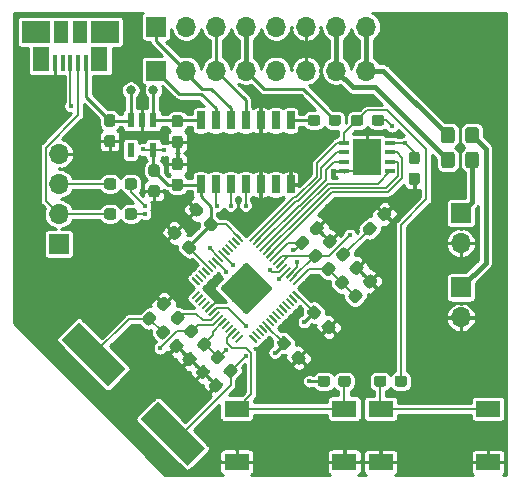
<source format=gtl>
G04 #@! TF.GenerationSoftware,KiCad,Pcbnew,(5.1.6)-1*
G04 #@! TF.CreationDate,2024-01-16T16:31:10-05:00*
G04 #@! TF.ProjectId,amiga-500-usb-kb-rp2040,616d6967-612d-4353-9030-2d7573622d6b,rev?*
G04 #@! TF.SameCoordinates,Original*
G04 #@! TF.FileFunction,Copper,L1,Top*
G04 #@! TF.FilePolarity,Positive*
%FSLAX46Y46*%
G04 Gerber Fmt 4.6, Leading zero omitted, Abs format (unit mm)*
G04 Created by KiCad (PCBNEW (5.1.6)-1) date 2024-01-16 16:31:10*
%MOMM*%
%LPD*%
G01*
G04 APERTURE LIST*
G04 #@! TA.AperFunction,SMDPad,CuDef*
%ADD10R,2.400000X3.100000*%
G04 #@! TD*
G04 #@! TA.AperFunction,SMDPad,CuDef*
%ADD11R,0.850000X0.350000*%
G04 #@! TD*
G04 #@! TA.AperFunction,SMDPad,CuDef*
%ADD12R,2.100000X1.400000*%
G04 #@! TD*
G04 #@! TA.AperFunction,SMDPad,CuDef*
%ADD13R,0.650000X1.525000*%
G04 #@! TD*
G04 #@! TA.AperFunction,SMDPad,CuDef*
%ADD14R,0.600000X1.200000*%
G04 #@! TD*
G04 #@! TA.AperFunction,ComponentPad*
%ADD15R,1.700000X1.700000*%
G04 #@! TD*
G04 #@! TA.AperFunction,ComponentPad*
%ADD16O,1.700000X1.700000*%
G04 #@! TD*
G04 #@! TA.AperFunction,ViaPad*
%ADD17C,0.600000*%
G04 #@! TD*
G04 #@! TA.AperFunction,SMDPad,CuDef*
%ADD18C,0.100000*%
G04 #@! TD*
G04 #@! TA.AperFunction,SMDPad,CuDef*
%ADD19R,0.450000X1.380000*%
G04 #@! TD*
G04 #@! TA.AperFunction,SMDPad,CuDef*
%ADD20R,1.475000X2.100000*%
G04 #@! TD*
G04 #@! TA.AperFunction,SMDPad,CuDef*
%ADD21R,1.175000X1.900000*%
G04 #@! TD*
G04 #@! TA.AperFunction,SMDPad,CuDef*
%ADD22R,2.375000X1.900000*%
G04 #@! TD*
G04 #@! TA.AperFunction,ViaPad*
%ADD23C,0.400000*%
G04 #@! TD*
G04 #@! TA.AperFunction,ViaPad*
%ADD24C,0.800000*%
G04 #@! TD*
G04 #@! TA.AperFunction,Conductor*
%ADD25C,0.250000*%
G04 #@! TD*
G04 #@! TA.AperFunction,Conductor*
%ADD26C,0.150000*%
G04 #@! TD*
G04 #@! TA.AperFunction,Conductor*
%ADD27C,0.200000*%
G04 #@! TD*
G04 #@! TA.AperFunction,Conductor*
%ADD28C,0.400000*%
G04 #@! TD*
G04 #@! TA.AperFunction,Conductor*
%ADD29C,0.254000*%
G04 #@! TD*
G04 APERTURE END LIST*
D10*
X158940500Y-75438000D03*
D11*
X160890500Y-74238000D03*
X160890500Y-75038000D03*
X160890500Y-75838000D03*
X160890500Y-76638000D03*
X156990500Y-76638000D03*
X156990500Y-75838000D03*
X156990500Y-75038000D03*
X156990500Y-74238000D03*
D12*
X157013500Y-101246500D03*
X147913500Y-101246500D03*
X157013500Y-96746500D03*
X147913500Y-96746500D03*
X169183500Y-101274000D03*
X160083500Y-101274000D03*
X169183500Y-96774000D03*
X160083500Y-96774000D03*
D13*
X144843500Y-77769000D03*
X146113500Y-77769000D03*
X147383500Y-77769000D03*
X148653500Y-77769000D03*
X149923500Y-77769000D03*
X151193500Y-77769000D03*
X152463500Y-77769000D03*
X152463500Y-72345000D03*
X151193500Y-72345000D03*
X149923500Y-72345000D03*
X148653500Y-72345000D03*
X147383500Y-72345000D03*
X146113500Y-72345000D03*
X144843500Y-72345000D03*
D14*
X140843000Y-72326500D03*
X139893000Y-72326500D03*
X138943000Y-72326500D03*
X138943000Y-74826500D03*
X140843000Y-74826500D03*
D15*
X132842000Y-82804000D03*
D16*
X132842000Y-80264000D03*
X132842000Y-77724000D03*
X132842000Y-75184000D03*
X158861760Y-64414400D03*
X156321760Y-64414400D03*
X153781760Y-64414400D03*
X151241760Y-64414400D03*
X148701760Y-64414400D03*
X146161760Y-64414400D03*
X143621760Y-64414400D03*
D15*
X141081760Y-64414400D03*
X141080000Y-68135500D03*
D16*
X143620000Y-68135500D03*
X146160000Y-68135500D03*
X148700000Y-68135500D03*
X151240000Y-68135500D03*
X153780000Y-68135500D03*
X156320000Y-68135500D03*
X158860000Y-68135500D03*
X166878000Y-82740500D03*
D15*
X166878000Y-80200500D03*
X166878000Y-86487000D03*
D16*
X166878000Y-89027000D03*
G04 #@! TA.AperFunction,SMDPad,CuDef*
G36*
G01*
X168405500Y-75241999D02*
X168405500Y-76142001D01*
G75*
G02*
X168155501Y-76392000I-249999J0D01*
G01*
X167505499Y-76392000D01*
G75*
G02*
X167255500Y-76142001I0J249999D01*
G01*
X167255500Y-75241999D01*
G75*
G02*
X167505499Y-74992000I249999J0D01*
G01*
X168155501Y-74992000D01*
G75*
G02*
X168405500Y-75241999I0J-249999D01*
G01*
G37*
G04 #@! TD.AperFunction*
G04 #@! TA.AperFunction,SMDPad,CuDef*
G36*
G01*
X166355500Y-75241999D02*
X166355500Y-76142001D01*
G75*
G02*
X166105501Y-76392000I-249999J0D01*
G01*
X165455499Y-76392000D01*
G75*
G02*
X165205500Y-76142001I0J249999D01*
G01*
X165205500Y-75241999D01*
G75*
G02*
X165455499Y-74992000I249999J0D01*
G01*
X166105501Y-74992000D01*
G75*
G02*
X166355500Y-75241999I0J-249999D01*
G01*
G37*
G04 #@! TD.AperFunction*
G04 #@! TA.AperFunction,SMDPad,CuDef*
G36*
G01*
X166355500Y-73146499D02*
X166355500Y-74046501D01*
G75*
G02*
X166105501Y-74296500I-249999J0D01*
G01*
X165455499Y-74296500D01*
G75*
G02*
X165205500Y-74046501I0J249999D01*
G01*
X165205500Y-73146499D01*
G75*
G02*
X165455499Y-72896500I249999J0D01*
G01*
X166105501Y-72896500D01*
G75*
G02*
X166355500Y-73146499I0J-249999D01*
G01*
G37*
G04 #@! TD.AperFunction*
G04 #@! TA.AperFunction,SMDPad,CuDef*
G36*
G01*
X168405500Y-73146499D02*
X168405500Y-74046501D01*
G75*
G02*
X168155501Y-74296500I-249999J0D01*
G01*
X167505499Y-74296500D01*
G75*
G02*
X167255500Y-74046501I0J249999D01*
G01*
X167255500Y-73146499D01*
G75*
G02*
X167505499Y-72896500I249999J0D01*
G01*
X168155501Y-72896500D01*
G75*
G02*
X168405500Y-73146499I0J-249999D01*
G01*
G37*
G04 #@! TD.AperFunction*
G04 #@! TA.AperFunction,SMDPad,CuDef*
G36*
G01*
X148951926Y-82484636D02*
X149499935Y-81936629D01*
G75*
G02*
X149570645Y-81936629I35355J-35355D01*
G01*
X149641355Y-82007339D01*
G75*
G02*
X149641355Y-82078049I-35355J-35355D01*
G01*
X149093347Y-82626057D01*
G75*
G02*
X149022637Y-82626057I-35355J35355D01*
G01*
X148951927Y-82555347D01*
G75*
G02*
X148951927Y-82484637I35355J35355D01*
G01*
G37*
G04 #@! TD.AperFunction*
G04 #@! TA.AperFunction,SMDPad,CuDef*
G36*
G01*
X149234769Y-82767479D02*
X149782778Y-82219472D01*
G75*
G02*
X149853488Y-82219472I35355J-35355D01*
G01*
X149924198Y-82290182D01*
G75*
G02*
X149924198Y-82360892I-35355J-35355D01*
G01*
X149376190Y-82908900D01*
G75*
G02*
X149305480Y-82908900I-35355J35355D01*
G01*
X149234770Y-82838190D01*
G75*
G02*
X149234770Y-82767480I35355J35355D01*
G01*
G37*
G04 #@! TD.AperFunction*
G04 #@! TA.AperFunction,SMDPad,CuDef*
G36*
G01*
X149517611Y-83050321D02*
X150065620Y-82502314D01*
G75*
G02*
X150136330Y-82502314I35355J-35355D01*
G01*
X150207040Y-82573024D01*
G75*
G02*
X150207040Y-82643734I-35355J-35355D01*
G01*
X149659032Y-83191742D01*
G75*
G02*
X149588322Y-83191742I-35355J35355D01*
G01*
X149517612Y-83121032D01*
G75*
G02*
X149517612Y-83050322I35355J35355D01*
G01*
G37*
G04 #@! TD.AperFunction*
G04 #@! TA.AperFunction,SMDPad,CuDef*
G36*
G01*
X149800454Y-83333164D02*
X150348463Y-82785157D01*
G75*
G02*
X150419173Y-82785157I35355J-35355D01*
G01*
X150489883Y-82855867D01*
G75*
G02*
X150489883Y-82926577I-35355J-35355D01*
G01*
X149941875Y-83474585D01*
G75*
G02*
X149871165Y-83474585I-35355J35355D01*
G01*
X149800455Y-83403875D01*
G75*
G02*
X149800455Y-83333165I35355J35355D01*
G01*
G37*
G04 #@! TD.AperFunction*
G04 #@! TA.AperFunction,SMDPad,CuDef*
G36*
G01*
X150083297Y-83616007D02*
X150631306Y-83068000D01*
G75*
G02*
X150702016Y-83068000I35355J-35355D01*
G01*
X150772726Y-83138710D01*
G75*
G02*
X150772726Y-83209420I-35355J-35355D01*
G01*
X150224718Y-83757428D01*
G75*
G02*
X150154008Y-83757428I-35355J35355D01*
G01*
X150083298Y-83686718D01*
G75*
G02*
X150083298Y-83616008I35355J35355D01*
G01*
G37*
G04 #@! TD.AperFunction*
G04 #@! TA.AperFunction,SMDPad,CuDef*
G36*
G01*
X150366139Y-83898849D02*
X150914148Y-83350842D01*
G75*
G02*
X150984858Y-83350842I35355J-35355D01*
G01*
X151055568Y-83421552D01*
G75*
G02*
X151055568Y-83492262I-35355J-35355D01*
G01*
X150507560Y-84040270D01*
G75*
G02*
X150436850Y-84040270I-35355J35355D01*
G01*
X150366140Y-83969560D01*
G75*
G02*
X150366140Y-83898850I35355J35355D01*
G01*
G37*
G04 #@! TD.AperFunction*
G04 #@! TA.AperFunction,SMDPad,CuDef*
G36*
G01*
X150648982Y-84181692D02*
X151196991Y-83633685D01*
G75*
G02*
X151267701Y-83633685I35355J-35355D01*
G01*
X151338411Y-83704395D01*
G75*
G02*
X151338411Y-83775105I-35355J-35355D01*
G01*
X150790403Y-84323113D01*
G75*
G02*
X150719693Y-84323113I-35355J35355D01*
G01*
X150648983Y-84252403D01*
G75*
G02*
X150648983Y-84181693I35355J35355D01*
G01*
G37*
G04 #@! TD.AperFunction*
G04 #@! TA.AperFunction,SMDPad,CuDef*
G36*
G01*
X150931825Y-84464535D02*
X151479834Y-83916528D01*
G75*
G02*
X151550544Y-83916528I35355J-35355D01*
G01*
X151621254Y-83987238D01*
G75*
G02*
X151621254Y-84057948I-35355J-35355D01*
G01*
X151073246Y-84605956D01*
G75*
G02*
X151002536Y-84605956I-35355J35355D01*
G01*
X150931826Y-84535246D01*
G75*
G02*
X150931826Y-84464536I35355J35355D01*
G01*
G37*
G04 #@! TD.AperFunction*
G04 #@! TA.AperFunction,SMDPad,CuDef*
G36*
G01*
X151214668Y-84747378D02*
X151762677Y-84199371D01*
G75*
G02*
X151833387Y-84199371I35355J-35355D01*
G01*
X151904097Y-84270081D01*
G75*
G02*
X151904097Y-84340791I-35355J-35355D01*
G01*
X151356089Y-84888799D01*
G75*
G02*
X151285379Y-84888799I-35355J35355D01*
G01*
X151214669Y-84818089D01*
G75*
G02*
X151214669Y-84747379I35355J35355D01*
G01*
G37*
G04 #@! TD.AperFunction*
G04 #@! TA.AperFunction,SMDPad,CuDef*
G36*
G01*
X151497510Y-85030220D02*
X152045519Y-84482213D01*
G75*
G02*
X152116229Y-84482213I35355J-35355D01*
G01*
X152186939Y-84552923D01*
G75*
G02*
X152186939Y-84623633I-35355J-35355D01*
G01*
X151638931Y-85171641D01*
G75*
G02*
X151568221Y-85171641I-35355J35355D01*
G01*
X151497511Y-85100931D01*
G75*
G02*
X151497511Y-85030221I35355J35355D01*
G01*
G37*
G04 #@! TD.AperFunction*
G04 #@! TA.AperFunction,SMDPad,CuDef*
G36*
G01*
X151780353Y-85313063D02*
X152328362Y-84765056D01*
G75*
G02*
X152399072Y-84765056I35355J-35355D01*
G01*
X152469782Y-84835766D01*
G75*
G02*
X152469782Y-84906476I-35355J-35355D01*
G01*
X151921774Y-85454484D01*
G75*
G02*
X151851064Y-85454484I-35355J35355D01*
G01*
X151780354Y-85383774D01*
G75*
G02*
X151780354Y-85313064I35355J35355D01*
G01*
G37*
G04 #@! TD.AperFunction*
G04 #@! TA.AperFunction,SMDPad,CuDef*
G36*
G01*
X152063196Y-85595906D02*
X152611205Y-85047899D01*
G75*
G02*
X152681915Y-85047899I35355J-35355D01*
G01*
X152752625Y-85118609D01*
G75*
G02*
X152752625Y-85189319I-35355J-35355D01*
G01*
X152204617Y-85737327D01*
G75*
G02*
X152133907Y-85737327I-35355J35355D01*
G01*
X152063197Y-85666617D01*
G75*
G02*
X152063197Y-85595907I35355J35355D01*
G01*
G37*
G04 #@! TD.AperFunction*
G04 #@! TA.AperFunction,SMDPad,CuDef*
G36*
G01*
X152346038Y-85878748D02*
X152894047Y-85330741D01*
G75*
G02*
X152964757Y-85330741I35355J-35355D01*
G01*
X153035467Y-85401451D01*
G75*
G02*
X153035467Y-85472161I-35355J-35355D01*
G01*
X152487459Y-86020169D01*
G75*
G02*
X152416749Y-86020169I-35355J35355D01*
G01*
X152346039Y-85949459D01*
G75*
G02*
X152346039Y-85878749I35355J35355D01*
G01*
G37*
G04 #@! TD.AperFunction*
G04 #@! TA.AperFunction,SMDPad,CuDef*
G36*
G01*
X152628881Y-86161591D02*
X153176890Y-85613584D01*
G75*
G02*
X153247600Y-85613584I35355J-35355D01*
G01*
X153318310Y-85684294D01*
G75*
G02*
X153318310Y-85755004I-35355J-35355D01*
G01*
X152770302Y-86303012D01*
G75*
G02*
X152699592Y-86303012I-35355J35355D01*
G01*
X152628882Y-86232302D01*
G75*
G02*
X152628882Y-86161592I35355J35355D01*
G01*
G37*
G04 #@! TD.AperFunction*
G04 #@! TA.AperFunction,SMDPad,CuDef*
G36*
G01*
X152628881Y-86868698D02*
X152699592Y-86797988D01*
G75*
G02*
X152770302Y-86797988I35355J-35355D01*
G01*
X153318310Y-87345996D01*
G75*
G02*
X153318310Y-87416706I-35355J-35355D01*
G01*
X153247600Y-87487416D01*
G75*
G02*
X153176890Y-87487416I-35355J35355D01*
G01*
X152628882Y-86939408D01*
G75*
G02*
X152628882Y-86868698I35355J35355D01*
G01*
G37*
G04 #@! TD.AperFunction*
G04 #@! TA.AperFunction,SMDPad,CuDef*
G36*
G01*
X152346038Y-87151541D02*
X152416749Y-87080831D01*
G75*
G02*
X152487459Y-87080831I35355J-35355D01*
G01*
X153035467Y-87628839D01*
G75*
G02*
X153035467Y-87699549I-35355J-35355D01*
G01*
X152964757Y-87770259D01*
G75*
G02*
X152894047Y-87770259I-35355J35355D01*
G01*
X152346039Y-87222251D01*
G75*
G02*
X152346039Y-87151541I35355J35355D01*
G01*
G37*
G04 #@! TD.AperFunction*
G04 #@! TA.AperFunction,SMDPad,CuDef*
G36*
G01*
X152063196Y-87434383D02*
X152133907Y-87363673D01*
G75*
G02*
X152204617Y-87363673I35355J-35355D01*
G01*
X152752625Y-87911681D01*
G75*
G02*
X152752625Y-87982391I-35355J-35355D01*
G01*
X152681915Y-88053101D01*
G75*
G02*
X152611205Y-88053101I-35355J35355D01*
G01*
X152063197Y-87505093D01*
G75*
G02*
X152063197Y-87434383I35355J35355D01*
G01*
G37*
G04 #@! TD.AperFunction*
G04 #@! TA.AperFunction,SMDPad,CuDef*
G36*
G01*
X151780353Y-87717226D02*
X151851064Y-87646516D01*
G75*
G02*
X151921774Y-87646516I35355J-35355D01*
G01*
X152469782Y-88194524D01*
G75*
G02*
X152469782Y-88265234I-35355J-35355D01*
G01*
X152399072Y-88335944D01*
G75*
G02*
X152328362Y-88335944I-35355J35355D01*
G01*
X151780354Y-87787936D01*
G75*
G02*
X151780354Y-87717226I35355J35355D01*
G01*
G37*
G04 #@! TD.AperFunction*
G04 #@! TA.AperFunction,SMDPad,CuDef*
G36*
G01*
X151497510Y-88000069D02*
X151568221Y-87929359D01*
G75*
G02*
X151638931Y-87929359I35355J-35355D01*
G01*
X152186939Y-88477367D01*
G75*
G02*
X152186939Y-88548077I-35355J-35355D01*
G01*
X152116229Y-88618787D01*
G75*
G02*
X152045519Y-88618787I-35355J35355D01*
G01*
X151497511Y-88070779D01*
G75*
G02*
X151497511Y-88000069I35355J35355D01*
G01*
G37*
G04 #@! TD.AperFunction*
G04 #@! TA.AperFunction,SMDPad,CuDef*
G36*
G01*
X151214668Y-88282911D02*
X151285379Y-88212201D01*
G75*
G02*
X151356089Y-88212201I35355J-35355D01*
G01*
X151904097Y-88760209D01*
G75*
G02*
X151904097Y-88830919I-35355J-35355D01*
G01*
X151833387Y-88901629D01*
G75*
G02*
X151762677Y-88901629I-35355J35355D01*
G01*
X151214669Y-88353621D01*
G75*
G02*
X151214669Y-88282911I35355J35355D01*
G01*
G37*
G04 #@! TD.AperFunction*
G04 #@! TA.AperFunction,SMDPad,CuDef*
G36*
G01*
X150931825Y-88565754D02*
X151002536Y-88495044D01*
G75*
G02*
X151073246Y-88495044I35355J-35355D01*
G01*
X151621254Y-89043052D01*
G75*
G02*
X151621254Y-89113762I-35355J-35355D01*
G01*
X151550544Y-89184472D01*
G75*
G02*
X151479834Y-89184472I-35355J35355D01*
G01*
X150931826Y-88636464D01*
G75*
G02*
X150931826Y-88565754I35355J35355D01*
G01*
G37*
G04 #@! TD.AperFunction*
G04 #@! TA.AperFunction,SMDPad,CuDef*
G36*
G01*
X150648982Y-88848597D02*
X150719693Y-88777887D01*
G75*
G02*
X150790403Y-88777887I35355J-35355D01*
G01*
X151338411Y-89325895D01*
G75*
G02*
X151338411Y-89396605I-35355J-35355D01*
G01*
X151267701Y-89467315D01*
G75*
G02*
X151196991Y-89467315I-35355J35355D01*
G01*
X150648983Y-88919307D01*
G75*
G02*
X150648983Y-88848597I35355J35355D01*
G01*
G37*
G04 #@! TD.AperFunction*
G04 #@! TA.AperFunction,SMDPad,CuDef*
G36*
G01*
X150366139Y-89131440D02*
X150436850Y-89060730D01*
G75*
G02*
X150507560Y-89060730I35355J-35355D01*
G01*
X151055568Y-89608738D01*
G75*
G02*
X151055568Y-89679448I-35355J-35355D01*
G01*
X150984858Y-89750158D01*
G75*
G02*
X150914148Y-89750158I-35355J35355D01*
G01*
X150366140Y-89202150D01*
G75*
G02*
X150366140Y-89131440I35355J35355D01*
G01*
G37*
G04 #@! TD.AperFunction*
G04 #@! TA.AperFunction,SMDPad,CuDef*
G36*
G01*
X150083297Y-89414282D02*
X150154008Y-89343572D01*
G75*
G02*
X150224718Y-89343572I35355J-35355D01*
G01*
X150772726Y-89891580D01*
G75*
G02*
X150772726Y-89962290I-35355J-35355D01*
G01*
X150702016Y-90033000D01*
G75*
G02*
X150631306Y-90033000I-35355J35355D01*
G01*
X150083298Y-89484992D01*
G75*
G02*
X150083298Y-89414282I35355J35355D01*
G01*
G37*
G04 #@! TD.AperFunction*
G04 #@! TA.AperFunction,SMDPad,CuDef*
G36*
G01*
X149800454Y-89697125D02*
X149871165Y-89626415D01*
G75*
G02*
X149941875Y-89626415I35355J-35355D01*
G01*
X150489883Y-90174423D01*
G75*
G02*
X150489883Y-90245133I-35355J-35355D01*
G01*
X150419173Y-90315843D01*
G75*
G02*
X150348463Y-90315843I-35355J35355D01*
G01*
X149800455Y-89767835D01*
G75*
G02*
X149800455Y-89697125I35355J35355D01*
G01*
G37*
G04 #@! TD.AperFunction*
G04 #@! TA.AperFunction,SMDPad,CuDef*
G36*
G01*
X149517611Y-89979968D02*
X149588322Y-89909258D01*
G75*
G02*
X149659032Y-89909258I35355J-35355D01*
G01*
X150207040Y-90457266D01*
G75*
G02*
X150207040Y-90527976I-35355J-35355D01*
G01*
X150136330Y-90598686D01*
G75*
G02*
X150065620Y-90598686I-35355J35355D01*
G01*
X149517612Y-90050678D01*
G75*
G02*
X149517612Y-89979968I35355J35355D01*
G01*
G37*
G04 #@! TD.AperFunction*
G04 #@! TA.AperFunction,SMDPad,CuDef*
G36*
G01*
X149234769Y-90262810D02*
X149305480Y-90192100D01*
G75*
G02*
X149376190Y-90192100I35355J-35355D01*
G01*
X149924198Y-90740108D01*
G75*
G02*
X149924198Y-90810818I-35355J-35355D01*
G01*
X149853488Y-90881528D01*
G75*
G02*
X149782778Y-90881528I-35355J35355D01*
G01*
X149234770Y-90333520D01*
G75*
G02*
X149234770Y-90262810I35355J35355D01*
G01*
G37*
G04 #@! TD.AperFunction*
G04 #@! TA.AperFunction,SMDPad,CuDef*
G36*
G01*
X148951926Y-90545653D02*
X149022637Y-90474943D01*
G75*
G02*
X149093347Y-90474943I35355J-35355D01*
G01*
X149641355Y-91022951D01*
G75*
G02*
X149641355Y-91093661I-35355J-35355D01*
G01*
X149570645Y-91164371D01*
G75*
G02*
X149499935Y-91164371I-35355J35355D01*
G01*
X148951927Y-90616363D01*
G75*
G02*
X148951927Y-90545653I35355J35355D01*
G01*
G37*
G04 #@! TD.AperFunction*
G04 #@! TA.AperFunction,SMDPad,CuDef*
G36*
G01*
X147767522Y-91022950D02*
X148315531Y-90474943D01*
G75*
G02*
X148386241Y-90474943I35355J-35355D01*
G01*
X148456951Y-90545653D01*
G75*
G02*
X148456951Y-90616363I-35355J-35355D01*
G01*
X147908943Y-91164371D01*
G75*
G02*
X147838233Y-91164371I-35355J35355D01*
G01*
X147767523Y-91093661D01*
G75*
G02*
X147767523Y-91022951I35355J35355D01*
G01*
G37*
G04 #@! TD.AperFunction*
G04 #@! TA.AperFunction,SMDPad,CuDef*
G36*
G01*
X147484679Y-90740107D02*
X148032688Y-90192100D01*
G75*
G02*
X148103398Y-90192100I35355J-35355D01*
G01*
X148174108Y-90262810D01*
G75*
G02*
X148174108Y-90333520I-35355J-35355D01*
G01*
X147626100Y-90881528D01*
G75*
G02*
X147555390Y-90881528I-35355J35355D01*
G01*
X147484680Y-90810818D01*
G75*
G02*
X147484680Y-90740108I35355J35355D01*
G01*
G37*
G04 #@! TD.AperFunction*
G04 #@! TA.AperFunction,SMDPad,CuDef*
G36*
G01*
X147201837Y-90457265D02*
X147749846Y-89909258D01*
G75*
G02*
X147820556Y-89909258I35355J-35355D01*
G01*
X147891266Y-89979968D01*
G75*
G02*
X147891266Y-90050678I-35355J-35355D01*
G01*
X147343258Y-90598686D01*
G75*
G02*
X147272548Y-90598686I-35355J35355D01*
G01*
X147201838Y-90527976D01*
G75*
G02*
X147201838Y-90457266I35355J35355D01*
G01*
G37*
G04 #@! TD.AperFunction*
G04 #@! TA.AperFunction,SMDPad,CuDef*
G36*
G01*
X146918994Y-90174422D02*
X147467003Y-89626415D01*
G75*
G02*
X147537713Y-89626415I35355J-35355D01*
G01*
X147608423Y-89697125D01*
G75*
G02*
X147608423Y-89767835I-35355J-35355D01*
G01*
X147060415Y-90315843D01*
G75*
G02*
X146989705Y-90315843I-35355J35355D01*
G01*
X146918995Y-90245133D01*
G75*
G02*
X146918995Y-90174423I35355J35355D01*
G01*
G37*
G04 #@! TD.AperFunction*
G04 #@! TA.AperFunction,SMDPad,CuDef*
G36*
G01*
X146636151Y-89891579D02*
X147184160Y-89343572D01*
G75*
G02*
X147254870Y-89343572I35355J-35355D01*
G01*
X147325580Y-89414282D01*
G75*
G02*
X147325580Y-89484992I-35355J-35355D01*
G01*
X146777572Y-90033000D01*
G75*
G02*
X146706862Y-90033000I-35355J35355D01*
G01*
X146636152Y-89962290D01*
G75*
G02*
X146636152Y-89891580I35355J35355D01*
G01*
G37*
G04 #@! TD.AperFunction*
G04 #@! TA.AperFunction,SMDPad,CuDef*
G36*
G01*
X146353309Y-89608737D02*
X146901318Y-89060730D01*
G75*
G02*
X146972028Y-89060730I35355J-35355D01*
G01*
X147042738Y-89131440D01*
G75*
G02*
X147042738Y-89202150I-35355J-35355D01*
G01*
X146494730Y-89750158D01*
G75*
G02*
X146424020Y-89750158I-35355J35355D01*
G01*
X146353310Y-89679448D01*
G75*
G02*
X146353310Y-89608738I35355J35355D01*
G01*
G37*
G04 #@! TD.AperFunction*
G04 #@! TA.AperFunction,SMDPad,CuDef*
G36*
G01*
X146070466Y-89325894D02*
X146618475Y-88777887D01*
G75*
G02*
X146689185Y-88777887I35355J-35355D01*
G01*
X146759895Y-88848597D01*
G75*
G02*
X146759895Y-88919307I-35355J-35355D01*
G01*
X146211887Y-89467315D01*
G75*
G02*
X146141177Y-89467315I-35355J35355D01*
G01*
X146070467Y-89396605D01*
G75*
G02*
X146070467Y-89325895I35355J35355D01*
G01*
G37*
G04 #@! TD.AperFunction*
G04 #@! TA.AperFunction,SMDPad,CuDef*
G36*
G01*
X145787623Y-89043051D02*
X146335632Y-88495044D01*
G75*
G02*
X146406342Y-88495044I35355J-35355D01*
G01*
X146477052Y-88565754D01*
G75*
G02*
X146477052Y-88636464I-35355J-35355D01*
G01*
X145929044Y-89184472D01*
G75*
G02*
X145858334Y-89184472I-35355J35355D01*
G01*
X145787624Y-89113762D01*
G75*
G02*
X145787624Y-89043052I35355J35355D01*
G01*
G37*
G04 #@! TD.AperFunction*
G04 #@! TA.AperFunction,SMDPad,CuDef*
G36*
G01*
X145504780Y-88760208D02*
X146052789Y-88212201D01*
G75*
G02*
X146123499Y-88212201I35355J-35355D01*
G01*
X146194209Y-88282911D01*
G75*
G02*
X146194209Y-88353621I-35355J-35355D01*
G01*
X145646201Y-88901629D01*
G75*
G02*
X145575491Y-88901629I-35355J35355D01*
G01*
X145504781Y-88830919D01*
G75*
G02*
X145504781Y-88760209I35355J35355D01*
G01*
G37*
G04 #@! TD.AperFunction*
G04 #@! TA.AperFunction,SMDPad,CuDef*
G36*
G01*
X145221938Y-88477366D02*
X145769947Y-87929359D01*
G75*
G02*
X145840657Y-87929359I35355J-35355D01*
G01*
X145911367Y-88000069D01*
G75*
G02*
X145911367Y-88070779I-35355J-35355D01*
G01*
X145363359Y-88618787D01*
G75*
G02*
X145292649Y-88618787I-35355J35355D01*
G01*
X145221939Y-88548077D01*
G75*
G02*
X145221939Y-88477367I35355J35355D01*
G01*
G37*
G04 #@! TD.AperFunction*
G04 #@! TA.AperFunction,SMDPad,CuDef*
G36*
G01*
X144939095Y-88194523D02*
X145487104Y-87646516D01*
G75*
G02*
X145557814Y-87646516I35355J-35355D01*
G01*
X145628524Y-87717226D01*
G75*
G02*
X145628524Y-87787936I-35355J-35355D01*
G01*
X145080516Y-88335944D01*
G75*
G02*
X145009806Y-88335944I-35355J35355D01*
G01*
X144939096Y-88265234D01*
G75*
G02*
X144939096Y-88194524I35355J35355D01*
G01*
G37*
G04 #@! TD.AperFunction*
G04 #@! TA.AperFunction,SMDPad,CuDef*
G36*
G01*
X144656252Y-87911680D02*
X145204261Y-87363673D01*
G75*
G02*
X145274971Y-87363673I35355J-35355D01*
G01*
X145345681Y-87434383D01*
G75*
G02*
X145345681Y-87505093I-35355J-35355D01*
G01*
X144797673Y-88053101D01*
G75*
G02*
X144726963Y-88053101I-35355J35355D01*
G01*
X144656253Y-87982391D01*
G75*
G02*
X144656253Y-87911681I35355J35355D01*
G01*
G37*
G04 #@! TD.AperFunction*
G04 #@! TA.AperFunction,SMDPad,CuDef*
G36*
G01*
X144373410Y-87628838D02*
X144921419Y-87080831D01*
G75*
G02*
X144992129Y-87080831I35355J-35355D01*
G01*
X145062839Y-87151541D01*
G75*
G02*
X145062839Y-87222251I-35355J-35355D01*
G01*
X144514831Y-87770259D01*
G75*
G02*
X144444121Y-87770259I-35355J35355D01*
G01*
X144373411Y-87699549D01*
G75*
G02*
X144373411Y-87628839I35355J35355D01*
G01*
G37*
G04 #@! TD.AperFunction*
G04 #@! TA.AperFunction,SMDPad,CuDef*
G36*
G01*
X144090567Y-87345995D02*
X144638576Y-86797988D01*
G75*
G02*
X144709286Y-86797988I35355J-35355D01*
G01*
X144779996Y-86868698D01*
G75*
G02*
X144779996Y-86939408I-35355J-35355D01*
G01*
X144231988Y-87487416D01*
G75*
G02*
X144161278Y-87487416I-35355J35355D01*
G01*
X144090568Y-87416706D01*
G75*
G02*
X144090568Y-87345996I35355J35355D01*
G01*
G37*
G04 #@! TD.AperFunction*
G04 #@! TA.AperFunction,SMDPad,CuDef*
G36*
G01*
X144090567Y-85684294D02*
X144161278Y-85613584D01*
G75*
G02*
X144231988Y-85613584I35355J-35355D01*
G01*
X144779996Y-86161592D01*
G75*
G02*
X144779996Y-86232302I-35355J-35355D01*
G01*
X144709286Y-86303012D01*
G75*
G02*
X144638576Y-86303012I-35355J35355D01*
G01*
X144090568Y-85755004D01*
G75*
G02*
X144090568Y-85684294I35355J35355D01*
G01*
G37*
G04 #@! TD.AperFunction*
G04 #@! TA.AperFunction,SMDPad,CuDef*
G36*
G01*
X144373410Y-85401451D02*
X144444121Y-85330741D01*
G75*
G02*
X144514831Y-85330741I35355J-35355D01*
G01*
X145062839Y-85878749D01*
G75*
G02*
X145062839Y-85949459I-35355J-35355D01*
G01*
X144992129Y-86020169D01*
G75*
G02*
X144921419Y-86020169I-35355J35355D01*
G01*
X144373411Y-85472161D01*
G75*
G02*
X144373411Y-85401451I35355J35355D01*
G01*
G37*
G04 #@! TD.AperFunction*
G04 #@! TA.AperFunction,SMDPad,CuDef*
G36*
G01*
X144656252Y-85118609D02*
X144726963Y-85047899D01*
G75*
G02*
X144797673Y-85047899I35355J-35355D01*
G01*
X145345681Y-85595907D01*
G75*
G02*
X145345681Y-85666617I-35355J-35355D01*
G01*
X145274971Y-85737327D01*
G75*
G02*
X145204261Y-85737327I-35355J35355D01*
G01*
X144656253Y-85189319D01*
G75*
G02*
X144656253Y-85118609I35355J35355D01*
G01*
G37*
G04 #@! TD.AperFunction*
G04 #@! TA.AperFunction,SMDPad,CuDef*
G36*
G01*
X144939095Y-84835766D02*
X145009806Y-84765056D01*
G75*
G02*
X145080516Y-84765056I35355J-35355D01*
G01*
X145628524Y-85313064D01*
G75*
G02*
X145628524Y-85383774I-35355J-35355D01*
G01*
X145557814Y-85454484D01*
G75*
G02*
X145487104Y-85454484I-35355J35355D01*
G01*
X144939096Y-84906476D01*
G75*
G02*
X144939096Y-84835766I35355J35355D01*
G01*
G37*
G04 #@! TD.AperFunction*
G04 #@! TA.AperFunction,SMDPad,CuDef*
G36*
G01*
X145221938Y-84552923D02*
X145292649Y-84482213D01*
G75*
G02*
X145363359Y-84482213I35355J-35355D01*
G01*
X145911367Y-85030221D01*
G75*
G02*
X145911367Y-85100931I-35355J-35355D01*
G01*
X145840657Y-85171641D01*
G75*
G02*
X145769947Y-85171641I-35355J35355D01*
G01*
X145221939Y-84623633D01*
G75*
G02*
X145221939Y-84552923I35355J35355D01*
G01*
G37*
G04 #@! TD.AperFunction*
G04 #@! TA.AperFunction,SMDPad,CuDef*
G36*
G01*
X145504780Y-84270081D02*
X145575491Y-84199371D01*
G75*
G02*
X145646201Y-84199371I35355J-35355D01*
G01*
X146194209Y-84747379D01*
G75*
G02*
X146194209Y-84818089I-35355J-35355D01*
G01*
X146123499Y-84888799D01*
G75*
G02*
X146052789Y-84888799I-35355J35355D01*
G01*
X145504781Y-84340791D01*
G75*
G02*
X145504781Y-84270081I35355J35355D01*
G01*
G37*
G04 #@! TD.AperFunction*
G04 #@! TA.AperFunction,SMDPad,CuDef*
G36*
G01*
X145787623Y-83987238D02*
X145858334Y-83916528D01*
G75*
G02*
X145929044Y-83916528I35355J-35355D01*
G01*
X146477052Y-84464536D01*
G75*
G02*
X146477052Y-84535246I-35355J-35355D01*
G01*
X146406342Y-84605956D01*
G75*
G02*
X146335632Y-84605956I-35355J35355D01*
G01*
X145787624Y-84057948D01*
G75*
G02*
X145787624Y-83987238I35355J35355D01*
G01*
G37*
G04 #@! TD.AperFunction*
G04 #@! TA.AperFunction,SMDPad,CuDef*
G36*
G01*
X146070466Y-83704395D02*
X146141177Y-83633685D01*
G75*
G02*
X146211887Y-83633685I35355J-35355D01*
G01*
X146759895Y-84181693D01*
G75*
G02*
X146759895Y-84252403I-35355J-35355D01*
G01*
X146689185Y-84323113D01*
G75*
G02*
X146618475Y-84323113I-35355J35355D01*
G01*
X146070467Y-83775105D01*
G75*
G02*
X146070467Y-83704395I35355J35355D01*
G01*
G37*
G04 #@! TD.AperFunction*
G04 #@! TA.AperFunction,SMDPad,CuDef*
G36*
G01*
X146353309Y-83421552D02*
X146424020Y-83350842D01*
G75*
G02*
X146494730Y-83350842I35355J-35355D01*
G01*
X147042738Y-83898850D01*
G75*
G02*
X147042738Y-83969560I-35355J-35355D01*
G01*
X146972028Y-84040270D01*
G75*
G02*
X146901318Y-84040270I-35355J35355D01*
G01*
X146353310Y-83492262D01*
G75*
G02*
X146353310Y-83421552I35355J35355D01*
G01*
G37*
G04 #@! TD.AperFunction*
G04 #@! TA.AperFunction,SMDPad,CuDef*
G36*
G01*
X146636151Y-83138710D02*
X146706862Y-83068000D01*
G75*
G02*
X146777572Y-83068000I35355J-35355D01*
G01*
X147325580Y-83616008D01*
G75*
G02*
X147325580Y-83686718I-35355J-35355D01*
G01*
X147254870Y-83757428D01*
G75*
G02*
X147184160Y-83757428I-35355J35355D01*
G01*
X146636152Y-83209420D01*
G75*
G02*
X146636152Y-83138710I35355J35355D01*
G01*
G37*
G04 #@! TD.AperFunction*
G04 #@! TA.AperFunction,SMDPad,CuDef*
G36*
G01*
X146918994Y-82855867D02*
X146989705Y-82785157D01*
G75*
G02*
X147060415Y-82785157I35355J-35355D01*
G01*
X147608423Y-83333165D01*
G75*
G02*
X147608423Y-83403875I-35355J-35355D01*
G01*
X147537713Y-83474585D01*
G75*
G02*
X147467003Y-83474585I-35355J35355D01*
G01*
X146918995Y-82926577D01*
G75*
G02*
X146918995Y-82855867I35355J35355D01*
G01*
G37*
G04 #@! TD.AperFunction*
G04 #@! TA.AperFunction,SMDPad,CuDef*
G36*
G01*
X147201837Y-82573024D02*
X147272548Y-82502314D01*
G75*
G02*
X147343258Y-82502314I35355J-35355D01*
G01*
X147891266Y-83050322D01*
G75*
G02*
X147891266Y-83121032I-35355J-35355D01*
G01*
X147820556Y-83191742D01*
G75*
G02*
X147749846Y-83191742I-35355J35355D01*
G01*
X147201838Y-82643734D01*
G75*
G02*
X147201838Y-82573024I35355J35355D01*
G01*
G37*
G04 #@! TD.AperFunction*
G04 #@! TA.AperFunction,SMDPad,CuDef*
G36*
G01*
X147484679Y-82290182D02*
X147555390Y-82219472D01*
G75*
G02*
X147626100Y-82219472I35355J-35355D01*
G01*
X148174108Y-82767480D01*
G75*
G02*
X148174108Y-82838190I-35355J-35355D01*
G01*
X148103398Y-82908900D01*
G75*
G02*
X148032688Y-82908900I-35355J35355D01*
G01*
X147484680Y-82360892D01*
G75*
G02*
X147484680Y-82290182I35355J35355D01*
G01*
G37*
G04 #@! TD.AperFunction*
G04 #@! TA.AperFunction,SMDPad,CuDef*
G36*
G01*
X147767522Y-82007339D02*
X147838233Y-81936629D01*
G75*
G02*
X147908943Y-81936629I35355J-35355D01*
G01*
X148456951Y-82484637D01*
G75*
G02*
X148456951Y-82555347I-35355J-35355D01*
G01*
X148386241Y-82626057D01*
G75*
G02*
X148315531Y-82626057I-35355J35355D01*
G01*
X147767523Y-82078049D01*
G75*
G02*
X147767523Y-82007339I35355J35355D01*
G01*
G37*
G04 #@! TD.AperFunction*
D17*
X148704439Y-88353622D03*
X147802878Y-87452061D03*
X146901317Y-86550500D03*
X149606000Y-87452061D03*
X148704439Y-86550500D03*
X147802878Y-85648939D03*
X150507561Y-86550500D03*
X149606000Y-85648939D03*
X148704439Y-84747378D03*
G04 #@! TA.AperFunction,SMDPad,CuDef*
G36*
G01*
X146543521Y-86448677D02*
X148602616Y-84389582D01*
G75*
G02*
X148806262Y-84389582I101823J-101823D01*
G01*
X150865357Y-86448677D01*
G75*
G02*
X150865357Y-86652323I-101823J-101823D01*
G01*
X148806262Y-88711418D01*
G75*
G02*
X148602616Y-88711418I-101823J101823D01*
G01*
X146543521Y-86652323D01*
G75*
G02*
X146543521Y-86448677I101823J101823D01*
G01*
G37*
G04 #@! TD.AperFunction*
G04 #@! TA.AperFunction,SMDPad,CuDef*
D18*
G36*
X137007180Y-94867604D02*
G01*
X133047382Y-90907806D01*
X134532306Y-89422882D01*
X138492104Y-93382680D01*
X137007180Y-94867604D01*
G37*
G04 #@! TD.AperFunction*
G04 #@! TA.AperFunction,SMDPad,CuDef*
G36*
X143724694Y-101585118D02*
G01*
X139764896Y-97625320D01*
X141249820Y-96140396D01*
X145209618Y-100100194D01*
X143724694Y-101585118D01*
G37*
G04 #@! TD.AperFunction*
G04 #@! TA.AperFunction,SMDPad,CuDef*
G36*
G01*
X143112500Y-78312500D02*
X142637500Y-78312500D01*
G75*
G02*
X142400000Y-78075000I0J237500D01*
G01*
X142400000Y-77500000D01*
G75*
G02*
X142637500Y-77262500I237500J0D01*
G01*
X143112500Y-77262500D01*
G75*
G02*
X143350000Y-77500000I0J-237500D01*
G01*
X143350000Y-78075000D01*
G75*
G02*
X143112500Y-78312500I-237500J0D01*
G01*
G37*
G04 #@! TD.AperFunction*
G04 #@! TA.AperFunction,SMDPad,CuDef*
G36*
G01*
X143112500Y-76562500D02*
X142637500Y-76562500D01*
G75*
G02*
X142400000Y-76325000I0J237500D01*
G01*
X142400000Y-75750000D01*
G75*
G02*
X142637500Y-75512500I237500J0D01*
G01*
X143112500Y-75512500D01*
G75*
G02*
X143350000Y-75750000I0J-237500D01*
G01*
X143350000Y-76325000D01*
G75*
G02*
X143112500Y-76562500I-237500J0D01*
G01*
G37*
G04 #@! TD.AperFunction*
G04 #@! TA.AperFunction,SMDPad,CuDef*
G36*
G01*
X143112500Y-72943000D02*
X142637500Y-72943000D01*
G75*
G02*
X142400000Y-72705500I0J237500D01*
G01*
X142400000Y-72130500D01*
G75*
G02*
X142637500Y-71893000I237500J0D01*
G01*
X143112500Y-71893000D01*
G75*
G02*
X143350000Y-72130500I0J-237500D01*
G01*
X143350000Y-72705500D01*
G75*
G02*
X143112500Y-72943000I-237500J0D01*
G01*
G37*
G04 #@! TD.AperFunction*
G04 #@! TA.AperFunction,SMDPad,CuDef*
G36*
G01*
X143112500Y-74693000D02*
X142637500Y-74693000D01*
G75*
G02*
X142400000Y-74455500I0J237500D01*
G01*
X142400000Y-73880500D01*
G75*
G02*
X142637500Y-73643000I237500J0D01*
G01*
X143112500Y-73643000D01*
G75*
G02*
X143350000Y-73880500I0J-237500D01*
G01*
X143350000Y-74455500D01*
G75*
G02*
X143112500Y-74693000I-237500J0D01*
G01*
G37*
G04 #@! TD.AperFunction*
G04 #@! TA.AperFunction,SMDPad,CuDef*
G36*
G01*
X147586793Y-92996331D02*
X147922669Y-93332207D01*
G75*
G02*
X147922669Y-93668083I-167938J-167938D01*
G01*
X147516083Y-94074669D01*
G75*
G02*
X147180207Y-94074669I-167938J167938D01*
G01*
X146844331Y-93738793D01*
G75*
G02*
X146844331Y-93402917I167938J167938D01*
G01*
X147250917Y-92996331D01*
G75*
G02*
X147586793Y-92996331I167938J-167938D01*
G01*
G37*
G04 #@! TD.AperFunction*
G04 #@! TA.AperFunction,SMDPad,CuDef*
G36*
G01*
X146349357Y-94233767D02*
X146685233Y-94569643D01*
G75*
G02*
X146685233Y-94905519I-167938J-167938D01*
G01*
X146278647Y-95312105D01*
G75*
G02*
X145942771Y-95312105I-167938J167938D01*
G01*
X145606895Y-94976229D01*
G75*
G02*
X145606895Y-94640353I167938J167938D01*
G01*
X146013481Y-94233767D01*
G75*
G02*
X146349357Y-94233767I167938J-167938D01*
G01*
G37*
G04 #@! TD.AperFunction*
G04 #@! TA.AperFunction,SMDPad,CuDef*
G36*
G01*
X140291271Y-89660605D02*
X139955395Y-89324729D01*
G75*
G02*
X139955395Y-88988853I167938J167938D01*
G01*
X140361981Y-88582267D01*
G75*
G02*
X140697857Y-88582267I167938J-167938D01*
G01*
X141033733Y-88918143D01*
G75*
G02*
X141033733Y-89254019I-167938J-167938D01*
G01*
X140627147Y-89660605D01*
G75*
G02*
X140291271Y-89660605I-167938J167938D01*
G01*
G37*
G04 #@! TD.AperFunction*
G04 #@! TA.AperFunction,SMDPad,CuDef*
G36*
G01*
X141528707Y-88423169D02*
X141192831Y-88087293D01*
G75*
G02*
X141192831Y-87751417I167938J167938D01*
G01*
X141599417Y-87344831D01*
G75*
G02*
X141935293Y-87344831I167938J-167938D01*
G01*
X142271169Y-87680707D01*
G75*
G02*
X142271169Y-88016583I-167938J-167938D01*
G01*
X141864583Y-88423169D01*
G75*
G02*
X141528707Y-88423169I-167938J167938D01*
G01*
G37*
G04 #@! TD.AperFunction*
G04 #@! TA.AperFunction,SMDPad,CuDef*
G36*
G01*
X160197707Y-80803169D02*
X159861831Y-80467293D01*
G75*
G02*
X159861831Y-80131417I167938J167938D01*
G01*
X160268417Y-79724831D01*
G75*
G02*
X160604293Y-79724831I167938J-167938D01*
G01*
X160940169Y-80060707D01*
G75*
G02*
X160940169Y-80396583I-167938J-167938D01*
G01*
X160533583Y-80803169D01*
G75*
G02*
X160197707Y-80803169I-167938J167938D01*
G01*
G37*
G04 #@! TD.AperFunction*
G04 #@! TA.AperFunction,SMDPad,CuDef*
G36*
G01*
X158960271Y-82040605D02*
X158624395Y-81704729D01*
G75*
G02*
X158624395Y-81368853I167938J167938D01*
G01*
X159030981Y-80962267D01*
G75*
G02*
X159366857Y-80962267I167938J-167938D01*
G01*
X159702733Y-81298143D01*
G75*
G02*
X159702733Y-81634019I-167938J-167938D01*
G01*
X159296147Y-82040605D01*
G75*
G02*
X158960271Y-82040605I-167938J167938D01*
G01*
G37*
G04 #@! TD.AperFunction*
G04 #@! TA.AperFunction,SMDPad,CuDef*
G36*
G01*
X156610771Y-86612605D02*
X156274895Y-86276729D01*
G75*
G02*
X156274895Y-85940853I167938J167938D01*
G01*
X156681481Y-85534267D01*
G75*
G02*
X157017357Y-85534267I167938J-167938D01*
G01*
X157353233Y-85870143D01*
G75*
G02*
X157353233Y-86206019I-167938J-167938D01*
G01*
X156946647Y-86612605D01*
G75*
G02*
X156610771Y-86612605I-167938J167938D01*
G01*
G37*
G04 #@! TD.AperFunction*
G04 #@! TA.AperFunction,SMDPad,CuDef*
G36*
G01*
X157848207Y-85375169D02*
X157512331Y-85039293D01*
G75*
G02*
X157512331Y-84703417I167938J167938D01*
G01*
X157918917Y-84296831D01*
G75*
G02*
X158254793Y-84296831I167938J-167938D01*
G01*
X158590669Y-84632707D01*
G75*
G02*
X158590669Y-84968583I-167938J-167938D01*
G01*
X158184083Y-85375169D01*
G75*
G02*
X157848207Y-85375169I-167938J167938D01*
G01*
G37*
G04 #@! TD.AperFunction*
G04 #@! TA.AperFunction,SMDPad,CuDef*
G36*
G01*
X158991207Y-86518169D02*
X158655331Y-86182293D01*
G75*
G02*
X158655331Y-85846417I167938J167938D01*
G01*
X159061917Y-85439831D01*
G75*
G02*
X159397793Y-85439831I167938J-167938D01*
G01*
X159733669Y-85775707D01*
G75*
G02*
X159733669Y-86111583I-167938J-167938D01*
G01*
X159327083Y-86518169D01*
G75*
G02*
X158991207Y-86518169I-167938J167938D01*
G01*
G37*
G04 #@! TD.AperFunction*
G04 #@! TA.AperFunction,SMDPad,CuDef*
G36*
G01*
X157753771Y-87755605D02*
X157417895Y-87419729D01*
G75*
G02*
X157417895Y-87083853I167938J167938D01*
G01*
X157824481Y-86677267D01*
G75*
G02*
X158160357Y-86677267I167938J-167938D01*
G01*
X158496233Y-87013143D01*
G75*
G02*
X158496233Y-87349019I-167938J-167938D01*
G01*
X158089647Y-87755605D01*
G75*
G02*
X157753771Y-87755605I-167938J167938D01*
G01*
G37*
G04 #@! TD.AperFunction*
G04 #@! TA.AperFunction,SMDPad,CuDef*
G36*
G01*
X146255387Y-81340011D02*
X145919511Y-81675887D01*
G75*
G02*
X145583635Y-81675887I-167938J167938D01*
G01*
X145177049Y-81269301D01*
G75*
G02*
X145177049Y-80933425I167938J167938D01*
G01*
X145512925Y-80597549D01*
G75*
G02*
X145848801Y-80597549I167938J-167938D01*
G01*
X146255387Y-81004135D01*
G75*
G02*
X146255387Y-81340011I-167938J-167938D01*
G01*
G37*
G04 #@! TD.AperFunction*
G04 #@! TA.AperFunction,SMDPad,CuDef*
G36*
G01*
X145017951Y-80102575D02*
X144682075Y-80438451D01*
G75*
G02*
X144346199Y-80438451I-167938J167938D01*
G01*
X143939613Y-80031865D01*
G75*
G02*
X143939613Y-79695989I167938J167938D01*
G01*
X144275489Y-79360113D01*
G75*
G02*
X144611365Y-79360113I167938J-167938D01*
G01*
X145017951Y-79766699D01*
G75*
G02*
X145017951Y-80102575I-167938J-167938D01*
G01*
G37*
G04 #@! TD.AperFunction*
G04 #@! TA.AperFunction,SMDPad,CuDef*
G36*
G01*
X143176451Y-82071075D02*
X142840575Y-82406951D01*
G75*
G02*
X142504699Y-82406951I-167938J167938D01*
G01*
X142098113Y-82000365D01*
G75*
G02*
X142098113Y-81664489I167938J167938D01*
G01*
X142433989Y-81328613D01*
G75*
G02*
X142769865Y-81328613I167938J-167938D01*
G01*
X143176451Y-81735199D01*
G75*
G02*
X143176451Y-82071075I-167938J-167938D01*
G01*
G37*
G04 #@! TD.AperFunction*
G04 #@! TA.AperFunction,SMDPad,CuDef*
G36*
G01*
X144413887Y-83308511D02*
X144078011Y-83644387D01*
G75*
G02*
X143742135Y-83644387I-167938J167938D01*
G01*
X143335549Y-83237801D01*
G75*
G02*
X143335549Y-82901925I167938J167938D01*
G01*
X143671425Y-82566049D01*
G75*
G02*
X144007301Y-82566049I167938J-167938D01*
G01*
X144413887Y-82972635D01*
G75*
G02*
X144413887Y-83308511I-167938J-167938D01*
G01*
G37*
G04 #@! TD.AperFunction*
G04 #@! TA.AperFunction,SMDPad,CuDef*
G36*
G01*
X144252229Y-89663395D02*
X144588105Y-89999271D01*
G75*
G02*
X144588105Y-90335147I-167938J-167938D01*
G01*
X144181519Y-90741733D01*
G75*
G02*
X143845643Y-90741733I-167938J167938D01*
G01*
X143509767Y-90405857D01*
G75*
G02*
X143509767Y-90069981I167938J167938D01*
G01*
X143916353Y-89663395D01*
G75*
G02*
X144252229Y-89663395I167938J-167938D01*
G01*
G37*
G04 #@! TD.AperFunction*
G04 #@! TA.AperFunction,SMDPad,CuDef*
G36*
G01*
X143014793Y-90900831D02*
X143350669Y-91236707D01*
G75*
G02*
X143350669Y-91572583I-167938J-167938D01*
G01*
X142944083Y-91979169D01*
G75*
G02*
X142608207Y-91979169I-167938J167938D01*
G01*
X142272331Y-91643293D01*
G75*
G02*
X142272331Y-91307417I167938J167938D01*
G01*
X142678917Y-90900831D01*
G75*
G02*
X143014793Y-90900831I167938J-167938D01*
G01*
G37*
G04 #@! TD.AperFunction*
G04 #@! TA.AperFunction,SMDPad,CuDef*
G36*
G01*
X155146549Y-89632925D02*
X155482425Y-89297049D01*
G75*
G02*
X155818301Y-89297049I167938J-167938D01*
G01*
X156224887Y-89703635D01*
G75*
G02*
X156224887Y-90039511I-167938J-167938D01*
G01*
X155889011Y-90375387D01*
G75*
G02*
X155553135Y-90375387I-167938J167938D01*
G01*
X155146549Y-89968801D01*
G75*
G02*
X155146549Y-89632925I167938J167938D01*
G01*
G37*
G04 #@! TD.AperFunction*
G04 #@! TA.AperFunction,SMDPad,CuDef*
G36*
G01*
X153909113Y-88395489D02*
X154244989Y-88059613D01*
G75*
G02*
X154580865Y-88059613I167938J-167938D01*
G01*
X154987451Y-88466199D01*
G75*
G02*
X154987451Y-88802075I-167938J-167938D01*
G01*
X154651575Y-89137951D01*
G75*
G02*
X154315699Y-89137951I-167938J167938D01*
G01*
X153909113Y-88731365D01*
G75*
G02*
X153909113Y-88395489I167938J167938D01*
G01*
G37*
G04 #@! TD.AperFunction*
G04 #@! TA.AperFunction,SMDPad,CuDef*
G36*
G01*
X151369113Y-90998989D02*
X151704989Y-90663113D01*
G75*
G02*
X152040865Y-90663113I167938J-167938D01*
G01*
X152447451Y-91069699D01*
G75*
G02*
X152447451Y-91405575I-167938J-167938D01*
G01*
X152111575Y-91741451D01*
G75*
G02*
X151775699Y-91741451I-167938J167938D01*
G01*
X151369113Y-91334865D01*
G75*
G02*
X151369113Y-90998989I167938J167938D01*
G01*
G37*
G04 #@! TD.AperFunction*
G04 #@! TA.AperFunction,SMDPad,CuDef*
G36*
G01*
X152606549Y-92236425D02*
X152942425Y-91900549D01*
G75*
G02*
X153278301Y-91900549I167938J-167938D01*
G01*
X153684887Y-92307135D01*
G75*
G02*
X153684887Y-92643011I-167938J-167938D01*
G01*
X153349011Y-92978887D01*
G75*
G02*
X153013135Y-92978887I-167938J167938D01*
G01*
X152606549Y-92572301D01*
G75*
G02*
X152606549Y-92236425I167938J167938D01*
G01*
G37*
G04 #@! TD.AperFunction*
G04 #@! TA.AperFunction,SMDPad,CuDef*
G36*
G01*
X155593143Y-83121733D02*
X155257267Y-82785857D01*
G75*
G02*
X155257267Y-82449981I167938J167938D01*
G01*
X155663853Y-82043395D01*
G75*
G02*
X155999729Y-82043395I167938J-167938D01*
G01*
X156335605Y-82379271D01*
G75*
G02*
X156335605Y-82715147I-167938J-167938D01*
G01*
X155929019Y-83121733D01*
G75*
G02*
X155593143Y-83121733I-167938J167938D01*
G01*
G37*
G04 #@! TD.AperFunction*
G04 #@! TA.AperFunction,SMDPad,CuDef*
G36*
G01*
X154355707Y-84359169D02*
X154019831Y-84023293D01*
G75*
G02*
X154019831Y-83687417I167938J167938D01*
G01*
X154426417Y-83280831D01*
G75*
G02*
X154762293Y-83280831I167938J-167938D01*
G01*
X155098169Y-83616707D01*
G75*
G02*
X155098169Y-83952583I-167938J-167938D01*
G01*
X154691583Y-84359169D01*
G75*
G02*
X154355707Y-84359169I-167938J167938D01*
G01*
G37*
G04 #@! TD.AperFunction*
G04 #@! TA.AperFunction,SMDPad,CuDef*
G36*
G01*
X153245271Y-83247105D02*
X152909395Y-82911229D01*
G75*
G02*
X152909395Y-82575353I167938J167938D01*
G01*
X153315981Y-82168767D01*
G75*
G02*
X153651857Y-82168767I167938J-167938D01*
G01*
X153987733Y-82504643D01*
G75*
G02*
X153987733Y-82840519I-167938J-167938D01*
G01*
X153581147Y-83247105D01*
G75*
G02*
X153245271Y-83247105I-167938J167938D01*
G01*
G37*
G04 #@! TD.AperFunction*
G04 #@! TA.AperFunction,SMDPad,CuDef*
G36*
G01*
X154482707Y-82009669D02*
X154146831Y-81673793D01*
G75*
G02*
X154146831Y-81337917I167938J167938D01*
G01*
X154553417Y-80931331D01*
G75*
G02*
X154889293Y-80931331I167938J-167938D01*
G01*
X155225169Y-81267207D01*
G75*
G02*
X155225169Y-81603083I-167938J-167938D01*
G01*
X154818583Y-82009669D01*
G75*
G02*
X154482707Y-82009669I-167938J167938D01*
G01*
G37*
G04 #@! TD.AperFunction*
G04 #@! TA.AperFunction,SMDPad,CuDef*
G36*
G01*
X144126857Y-92011267D02*
X144462733Y-92347143D01*
G75*
G02*
X144462733Y-92683019I-167938J-167938D01*
G01*
X144056147Y-93089605D01*
G75*
G02*
X143720271Y-93089605I-167938J167938D01*
G01*
X143384395Y-92753729D01*
G75*
G02*
X143384395Y-92417853I167938J167938D01*
G01*
X143790981Y-92011267D01*
G75*
G02*
X144126857Y-92011267I167938J-167938D01*
G01*
G37*
G04 #@! TD.AperFunction*
G04 #@! TA.AperFunction,SMDPad,CuDef*
G36*
G01*
X145364293Y-90773831D02*
X145700169Y-91109707D01*
G75*
G02*
X145700169Y-91445583I-167938J-167938D01*
G01*
X145293583Y-91852169D01*
G75*
G02*
X144957707Y-91852169I-167938J167938D01*
G01*
X144621831Y-91516293D01*
G75*
G02*
X144621831Y-91180417I167938J167938D01*
G01*
X145028417Y-90773831D01*
G75*
G02*
X145364293Y-90773831I167938J-167938D01*
G01*
G37*
G04 #@! TD.AperFunction*
G04 #@! TA.AperFunction,SMDPad,CuDef*
G36*
G01*
X146491011Y-91869613D02*
X146826887Y-92205489D01*
G75*
G02*
X146826887Y-92541365I-167938J-167938D01*
G01*
X146420301Y-92947951D01*
G75*
G02*
X146084425Y-92947951I-167938J167938D01*
G01*
X145748549Y-92612075D01*
G75*
G02*
X145748549Y-92276199I167938J167938D01*
G01*
X146155135Y-91869613D01*
G75*
G02*
X146491011Y-91869613I167938J-167938D01*
G01*
G37*
G04 #@! TD.AperFunction*
G04 #@! TA.AperFunction,SMDPad,CuDef*
G36*
G01*
X145253575Y-93107049D02*
X145589451Y-93442925D01*
G75*
G02*
X145589451Y-93778801I-167938J-167938D01*
G01*
X145182865Y-94185387D01*
G75*
G02*
X144846989Y-94185387I-167938J167938D01*
G01*
X144511113Y-93849511D01*
G75*
G02*
X144511113Y-93513635I167938J167938D01*
G01*
X144917699Y-93107049D01*
G75*
G02*
X145253575Y-93107049I167938J-167938D01*
G01*
G37*
G04 #@! TD.AperFunction*
G04 #@! TA.AperFunction,SMDPad,CuDef*
G36*
G01*
X136922500Y-71829500D02*
X137397500Y-71829500D01*
G75*
G02*
X137635000Y-72067000I0J-237500D01*
G01*
X137635000Y-72642000D01*
G75*
G02*
X137397500Y-72879500I-237500J0D01*
G01*
X136922500Y-72879500D01*
G75*
G02*
X136685000Y-72642000I0J237500D01*
G01*
X136685000Y-72067000D01*
G75*
G02*
X136922500Y-71829500I237500J0D01*
G01*
G37*
G04 #@! TD.AperFunction*
G04 #@! TA.AperFunction,SMDPad,CuDef*
G36*
G01*
X136922500Y-73579500D02*
X137397500Y-73579500D01*
G75*
G02*
X137635000Y-73817000I0J-237500D01*
G01*
X137635000Y-74392000D01*
G75*
G02*
X137397500Y-74629500I-237500J0D01*
G01*
X136922500Y-74629500D01*
G75*
G02*
X136685000Y-74392000I0J237500D01*
G01*
X136685000Y-73817000D01*
G75*
G02*
X136922500Y-73579500I237500J0D01*
G01*
G37*
G04 #@! TD.AperFunction*
G04 #@! TA.AperFunction,SMDPad,CuDef*
G36*
G01*
X140669000Y-77806000D02*
X141144000Y-77806000D01*
G75*
G02*
X141381500Y-78043500I0J-237500D01*
G01*
X141381500Y-78618500D01*
G75*
G02*
X141144000Y-78856000I-237500J0D01*
G01*
X140669000Y-78856000D01*
G75*
G02*
X140431500Y-78618500I0J237500D01*
G01*
X140431500Y-78043500D01*
G75*
G02*
X140669000Y-77806000I237500J0D01*
G01*
G37*
G04 #@! TD.AperFunction*
G04 #@! TA.AperFunction,SMDPad,CuDef*
G36*
G01*
X140669000Y-76056000D02*
X141144000Y-76056000D01*
G75*
G02*
X141381500Y-76293500I0J-237500D01*
G01*
X141381500Y-76868500D01*
G75*
G02*
X141144000Y-77106000I-237500J0D01*
G01*
X140669000Y-77106000D01*
G75*
G02*
X140431500Y-76868500I0J237500D01*
G01*
X140431500Y-76293500D01*
G75*
G02*
X140669000Y-76056000I237500J0D01*
G01*
G37*
G04 #@! TD.AperFunction*
G04 #@! TA.AperFunction,SMDPad,CuDef*
G36*
G01*
X162703500Y-76754500D02*
X163178500Y-76754500D01*
G75*
G02*
X163416000Y-76992000I0J-237500D01*
G01*
X163416000Y-77567000D01*
G75*
G02*
X163178500Y-77804500I-237500J0D01*
G01*
X162703500Y-77804500D01*
G75*
G02*
X162466000Y-77567000I0J237500D01*
G01*
X162466000Y-76992000D01*
G75*
G02*
X162703500Y-76754500I237500J0D01*
G01*
G37*
G04 #@! TD.AperFunction*
G04 #@! TA.AperFunction,SMDPad,CuDef*
G36*
G01*
X162703500Y-75004500D02*
X163178500Y-75004500D01*
G75*
G02*
X163416000Y-75242000I0J-237500D01*
G01*
X163416000Y-75817000D01*
G75*
G02*
X163178500Y-76054500I-237500J0D01*
G01*
X162703500Y-76054500D01*
G75*
G02*
X162466000Y-75817000I0J237500D01*
G01*
X162466000Y-75242000D01*
G75*
G02*
X162703500Y-75004500I237500J0D01*
G01*
G37*
G04 #@! TD.AperFunction*
G04 #@! TA.AperFunction,SMDPad,CuDef*
G36*
G01*
X154980000Y-72089000D02*
X154980000Y-72564000D01*
G75*
G02*
X154742500Y-72801500I-237500J0D01*
G01*
X154167500Y-72801500D01*
G75*
G02*
X153930000Y-72564000I0J237500D01*
G01*
X153930000Y-72089000D01*
G75*
G02*
X154167500Y-71851500I237500J0D01*
G01*
X154742500Y-71851500D01*
G75*
G02*
X154980000Y-72089000I0J-237500D01*
G01*
G37*
G04 #@! TD.AperFunction*
G04 #@! TA.AperFunction,SMDPad,CuDef*
G36*
G01*
X156730000Y-72089000D02*
X156730000Y-72564000D01*
G75*
G02*
X156492500Y-72801500I-237500J0D01*
G01*
X155917500Y-72801500D01*
G75*
G02*
X155680000Y-72564000I0J237500D01*
G01*
X155680000Y-72089000D01*
G75*
G02*
X155917500Y-71851500I237500J0D01*
G01*
X156492500Y-71851500D01*
G75*
G02*
X156730000Y-72089000I0J-237500D01*
G01*
G37*
G04 #@! TD.AperFunction*
G04 #@! TA.AperFunction,SMDPad,CuDef*
G36*
G01*
X154746500Y-94662000D02*
X154746500Y-94187000D01*
G75*
G02*
X154984000Y-93949500I237500J0D01*
G01*
X155559000Y-93949500D01*
G75*
G02*
X155796500Y-94187000I0J-237500D01*
G01*
X155796500Y-94662000D01*
G75*
G02*
X155559000Y-94899500I-237500J0D01*
G01*
X154984000Y-94899500D01*
G75*
G02*
X154746500Y-94662000I0J237500D01*
G01*
G37*
G04 #@! TD.AperFunction*
G04 #@! TA.AperFunction,SMDPad,CuDef*
G36*
G01*
X156496500Y-94662000D02*
X156496500Y-94187000D01*
G75*
G02*
X156734000Y-93949500I237500J0D01*
G01*
X157309000Y-93949500D01*
G75*
G02*
X157546500Y-94187000I0J-237500D01*
G01*
X157546500Y-94662000D01*
G75*
G02*
X157309000Y-94899500I-237500J0D01*
G01*
X156734000Y-94899500D01*
G75*
G02*
X156496500Y-94662000I0J237500D01*
G01*
G37*
G04 #@! TD.AperFunction*
G04 #@! TA.AperFunction,SMDPad,CuDef*
G36*
G01*
X161273000Y-94662000D02*
X161273000Y-94187000D01*
G75*
G02*
X161510500Y-93949500I237500J0D01*
G01*
X162085500Y-93949500D01*
G75*
G02*
X162323000Y-94187000I0J-237500D01*
G01*
X162323000Y-94662000D01*
G75*
G02*
X162085500Y-94899500I-237500J0D01*
G01*
X161510500Y-94899500D01*
G75*
G02*
X161273000Y-94662000I0J237500D01*
G01*
G37*
G04 #@! TD.AperFunction*
G04 #@! TA.AperFunction,SMDPad,CuDef*
G36*
G01*
X159523000Y-94662000D02*
X159523000Y-94187000D01*
G75*
G02*
X159760500Y-93949500I237500J0D01*
G01*
X160335500Y-93949500D01*
G75*
G02*
X160573000Y-94187000I0J-237500D01*
G01*
X160573000Y-94662000D01*
G75*
G02*
X160335500Y-94899500I-237500J0D01*
G01*
X159760500Y-94899500D01*
G75*
G02*
X159523000Y-94662000I0J237500D01*
G01*
G37*
G04 #@! TD.AperFunction*
G04 #@! TA.AperFunction,SMDPad,CuDef*
G36*
G01*
X141465207Y-90836169D02*
X141129331Y-90500293D01*
G75*
G02*
X141129331Y-90164417I167938J167938D01*
G01*
X141535917Y-89757831D01*
G75*
G02*
X141871793Y-89757831I167938J-167938D01*
G01*
X142207669Y-90093707D01*
G75*
G02*
X142207669Y-90429583I-167938J-167938D01*
G01*
X141801083Y-90836169D01*
G75*
G02*
X141465207Y-90836169I-167938J167938D01*
G01*
G37*
G04 #@! TD.AperFunction*
G04 #@! TA.AperFunction,SMDPad,CuDef*
G36*
G01*
X142702643Y-89598733D02*
X142366767Y-89262857D01*
G75*
G02*
X142366767Y-88926981I167938J167938D01*
G01*
X142773353Y-88520395D01*
G75*
G02*
X143109229Y-88520395I167938J-167938D01*
G01*
X143445105Y-88856271D01*
G75*
G02*
X143445105Y-89192147I-167938J-167938D01*
G01*
X143038519Y-89598733D01*
G75*
G02*
X142702643Y-89598733I-167938J167938D01*
G01*
G37*
G04 #@! TD.AperFunction*
G04 #@! TA.AperFunction,SMDPad,CuDef*
G36*
G01*
X160390000Y-72089000D02*
X160390000Y-72564000D01*
G75*
G02*
X160152500Y-72801500I-237500J0D01*
G01*
X159577500Y-72801500D01*
G75*
G02*
X159340000Y-72564000I0J237500D01*
G01*
X159340000Y-72089000D01*
G75*
G02*
X159577500Y-71851500I237500J0D01*
G01*
X160152500Y-71851500D01*
G75*
G02*
X160390000Y-72089000I0J-237500D01*
G01*
G37*
G04 #@! TD.AperFunction*
G04 #@! TA.AperFunction,SMDPad,CuDef*
G36*
G01*
X158640000Y-72089000D02*
X158640000Y-72564000D01*
G75*
G02*
X158402500Y-72801500I-237500J0D01*
G01*
X157827500Y-72801500D01*
G75*
G02*
X157590000Y-72564000I0J237500D01*
G01*
X157590000Y-72089000D01*
G75*
G02*
X157827500Y-71851500I237500J0D01*
G01*
X158402500Y-71851500D01*
G75*
G02*
X158640000Y-72089000I0J-237500D01*
G01*
G37*
G04 #@! TD.AperFunction*
G04 #@! TA.AperFunction,SMDPad,CuDef*
G36*
G01*
X156705207Y-84232169D02*
X156369331Y-83896293D01*
G75*
G02*
X156369331Y-83560417I167938J167938D01*
G01*
X156775917Y-83153831D01*
G75*
G02*
X157111793Y-83153831I167938J-167938D01*
G01*
X157447669Y-83489707D01*
G75*
G02*
X157447669Y-83825583I-167938J-167938D01*
G01*
X157041083Y-84232169D01*
G75*
G02*
X156705207Y-84232169I-167938J167938D01*
G01*
G37*
G04 #@! TD.AperFunction*
G04 #@! TA.AperFunction,SMDPad,CuDef*
G36*
G01*
X155467771Y-85469605D02*
X155131895Y-85133729D01*
G75*
G02*
X155131895Y-84797853I167938J167938D01*
G01*
X155538481Y-84391267D01*
G75*
G02*
X155874357Y-84391267I167938J-167938D01*
G01*
X156210233Y-84727143D01*
G75*
G02*
X156210233Y-85063019I-167938J-167938D01*
G01*
X155803647Y-85469605D01*
G75*
G02*
X155467771Y-85469605I-167938J167938D01*
G01*
G37*
G04 #@! TD.AperFunction*
G04 #@! TA.AperFunction,SMDPad,CuDef*
G36*
G01*
X136663000Y-77961500D02*
X136663000Y-77486500D01*
G75*
G02*
X136900500Y-77249000I237500J0D01*
G01*
X137475500Y-77249000D01*
G75*
G02*
X137713000Y-77486500I0J-237500D01*
G01*
X137713000Y-77961500D01*
G75*
G02*
X137475500Y-78199000I-237500J0D01*
G01*
X136900500Y-78199000D01*
G75*
G02*
X136663000Y-77961500I0J237500D01*
G01*
G37*
G04 #@! TD.AperFunction*
G04 #@! TA.AperFunction,SMDPad,CuDef*
G36*
G01*
X138413000Y-77961500D02*
X138413000Y-77486500D01*
G75*
G02*
X138650500Y-77249000I237500J0D01*
G01*
X139225500Y-77249000D01*
G75*
G02*
X139463000Y-77486500I0J-237500D01*
G01*
X139463000Y-77961500D01*
G75*
G02*
X139225500Y-78199000I-237500J0D01*
G01*
X138650500Y-78199000D01*
G75*
G02*
X138413000Y-77961500I0J237500D01*
G01*
G37*
G04 #@! TD.AperFunction*
G04 #@! TA.AperFunction,SMDPad,CuDef*
G36*
G01*
X137713000Y-80026500D02*
X137713000Y-80501500D01*
G75*
G02*
X137475500Y-80739000I-237500J0D01*
G01*
X136900500Y-80739000D01*
G75*
G02*
X136663000Y-80501500I0J237500D01*
G01*
X136663000Y-80026500D01*
G75*
G02*
X136900500Y-79789000I237500J0D01*
G01*
X137475500Y-79789000D01*
G75*
G02*
X137713000Y-80026500I0J-237500D01*
G01*
G37*
G04 #@! TD.AperFunction*
G04 #@! TA.AperFunction,SMDPad,CuDef*
G36*
G01*
X139463000Y-80026500D02*
X139463000Y-80501500D01*
G75*
G02*
X139225500Y-80739000I-237500J0D01*
G01*
X138650500Y-80739000D01*
G75*
G02*
X138413000Y-80501500I0J237500D01*
G01*
X138413000Y-80026500D01*
G75*
G02*
X138650500Y-79789000I237500J0D01*
G01*
X139225500Y-79789000D01*
G75*
G02*
X139463000Y-80026500I0J-237500D01*
G01*
G37*
G04 #@! TD.AperFunction*
D19*
X135128000Y-67500500D03*
X134478000Y-67500500D03*
X133828000Y-67500500D03*
X133178000Y-67500500D03*
X132528000Y-67500500D03*
D20*
X131375500Y-67140500D03*
X136280500Y-67140500D03*
D21*
X134665500Y-64840500D03*
X132990500Y-64840500D03*
D22*
X136740500Y-64840500D03*
X130915500Y-64840500D03*
D23*
X153606500Y-89408000D03*
X151130000Y-92011500D03*
X154051000Y-94424500D03*
X157480000Y-82042000D03*
X161036000Y-72834500D03*
X162172500Y-74238000D03*
X141414500Y-91630500D03*
X141732000Y-74866500D03*
X139954000Y-74803000D03*
X147447000Y-66294000D03*
X157543500Y-66230500D03*
X157162500Y-70612000D03*
X144780000Y-66294000D03*
X141986000Y-71056500D03*
X135318500Y-78994000D03*
X147891500Y-95186500D03*
X146304000Y-87566500D03*
X156019500Y-76644500D03*
D24*
X131953000Y-69278500D03*
X138938000Y-69786500D03*
X140843000Y-69786500D03*
D23*
X148653500Y-79565500D03*
X147579234Y-84576766D03*
X146240500Y-79565500D03*
X145605500Y-83185000D03*
X147383500Y-79565500D03*
X147002500Y-85153504D03*
X133858000Y-71120000D03*
X148717000Y-89789000D03*
X148653500Y-92265500D03*
X146967624Y-91759376D03*
X153035000Y-84328000D03*
X152654000Y-83345000D03*
X140144500Y-79629000D03*
X150749004Y-85026500D03*
X140144500Y-80264000D03*
X151478669Y-85756169D03*
D25*
X140843000Y-76517500D02*
X140906500Y-76581000D01*
X140843000Y-74826500D02*
X140843000Y-76517500D01*
X140906500Y-76581000D02*
X140906500Y-76644500D01*
X142049500Y-77787500D02*
X142875000Y-77787500D01*
X140906500Y-76644500D02*
X142049500Y-77787500D01*
X144825000Y-77787500D02*
X144843500Y-77769000D01*
X142875000Y-77787500D02*
X144825000Y-77787500D01*
X143874718Y-82978218D02*
X143874718Y-83105218D01*
X145716218Y-81136718D02*
X143874718Y-82978218D01*
X144843500Y-78781500D02*
X145716218Y-79654218D01*
X145716218Y-79654218D02*
X145716218Y-81136718D01*
X144843500Y-77769000D02*
X144843500Y-78781500D01*
D26*
X145875782Y-89662000D02*
X146415181Y-89122601D01*
X144048936Y-90202564D02*
X144589500Y-89662000D01*
X144589500Y-89662000D02*
X145875782Y-89662000D01*
X150428012Y-89722012D02*
X151908282Y-91202282D01*
X150428012Y-89688286D02*
X150428012Y-89722012D01*
X152992202Y-87142702D02*
X154448282Y-88598782D01*
X152973596Y-87142702D02*
X152992202Y-87142702D01*
X152690753Y-85640115D02*
X154510868Y-83820000D01*
X154510868Y-83820000D02*
X154559000Y-83820000D01*
X152690753Y-85675455D02*
X152690753Y-85640115D01*
X152283468Y-83820000D02*
X151559383Y-84544085D01*
X154559000Y-83820000D02*
X152283468Y-83820000D01*
X151717782Y-83820000D02*
X151276540Y-84261242D01*
X152283468Y-83820000D02*
X151717782Y-83820000D01*
X145566653Y-84797153D02*
X145566653Y-84826927D01*
X143874718Y-83105218D02*
X145566653Y-84797153D01*
X146967612Y-81136718D02*
X148112237Y-82281343D01*
X145716218Y-81136718D02*
X146967612Y-81136718D01*
D25*
X154448282Y-88598782D02*
X154415718Y-88598782D01*
X154415718Y-88598782D02*
X153606500Y-89408000D01*
X151908282Y-91202282D02*
X151908282Y-91233218D01*
X151908282Y-91233218D02*
X151130000Y-92011500D01*
X155271500Y-94424500D02*
X154051000Y-94424500D01*
D26*
X157480000Y-82060824D02*
X157480000Y-82042000D01*
X154559000Y-83820000D02*
X155720824Y-83820000D01*
X155720824Y-83820000D02*
X157480000Y-82060824D01*
D27*
X159865000Y-72326500D02*
X160528000Y-72326500D01*
X160528000Y-72326500D02*
X161036000Y-72834500D01*
X160890500Y-74238000D02*
X162172500Y-74238000D01*
X162941000Y-75006500D02*
X162172500Y-74238000D01*
X162941000Y-75529500D02*
X162941000Y-75006500D01*
D26*
X141414500Y-91611676D02*
X141414500Y-91630500D01*
X144048936Y-90202564D02*
X142823612Y-90202564D01*
X142823612Y-90202564D02*
X141414500Y-91611676D01*
X140843000Y-74826500D02*
X141692000Y-74826500D01*
X141692000Y-74826500D02*
X141732000Y-74866500D01*
X140843000Y-74826500D02*
X139977500Y-74826500D01*
X139977500Y-74826500D02*
X139954000Y-74803000D01*
X145566653Y-88274073D02*
X145596427Y-88274073D01*
X145596427Y-88274073D02*
X146304000Y-87566500D01*
D27*
X156990500Y-76638000D02*
X156026000Y-76638000D01*
X156026000Y-76638000D02*
X156019500Y-76644500D01*
X157740500Y-76638000D02*
X158940500Y-75438000D01*
X156990500Y-76638000D02*
X157740500Y-76638000D01*
D25*
X132528000Y-67500500D02*
X132528000Y-68703500D01*
X132528000Y-68703500D02*
X131953000Y-69278500D01*
D28*
X148701760Y-68133740D02*
X148700000Y-68135500D01*
X148701760Y-64414400D02*
X148701760Y-68133740D01*
D25*
X153538000Y-69659500D02*
X156205000Y-72326500D01*
X148700000Y-68135500D02*
X150224000Y-69659500D01*
X150224000Y-69659500D02*
X153538000Y-69659500D01*
X138915000Y-72354500D02*
X138943000Y-72326500D01*
X137160000Y-72354500D02*
X138915000Y-72354500D01*
X142783500Y-72326500D02*
X142875000Y-72418000D01*
X140843000Y-72326500D02*
X142783500Y-72326500D01*
X142948000Y-72345000D02*
X142875000Y-72418000D01*
X144843500Y-72345000D02*
X142948000Y-72345000D01*
X138938000Y-72321500D02*
X138943000Y-72326500D01*
X138938000Y-69786500D02*
X138938000Y-72321500D01*
X140843000Y-72326500D02*
X140843000Y-69786500D01*
X135151000Y-70345500D02*
X137160000Y-72354500D01*
X135151000Y-67777500D02*
X135151000Y-70345500D01*
X135128000Y-67754500D02*
X135151000Y-67777500D01*
X135128000Y-67500500D02*
X135128000Y-67754500D01*
D26*
X148653500Y-77769000D02*
X148653500Y-79565500D01*
X146698024Y-83695556D02*
X147579234Y-84576766D01*
X146113500Y-77769000D02*
X146113500Y-79438500D01*
X146113500Y-79438500D02*
X146240500Y-79565500D01*
X145621782Y-83185000D02*
X146415181Y-83978399D01*
X145605500Y-83185000D02*
X145621782Y-83185000D01*
X147383500Y-77769000D02*
X147383500Y-79565500D01*
X147002500Y-85131404D02*
X147002500Y-85153504D01*
X146132338Y-84261242D02*
X147002500Y-85131404D01*
D25*
X154436500Y-72345000D02*
X154455000Y-72326500D01*
X152463500Y-72345000D02*
X154436500Y-72345000D01*
X141081760Y-65597260D02*
X143620000Y-68135500D01*
X141081760Y-64414400D02*
X141081760Y-65597260D01*
X147383500Y-71332500D02*
X147383500Y-72345000D01*
X145710500Y-69659500D02*
X147383500Y-71332500D01*
X143620000Y-68309000D02*
X144970500Y-69659500D01*
X144970500Y-69659500D02*
X145710500Y-69659500D01*
X143620000Y-68135500D02*
X143620000Y-68309000D01*
X143054011Y-70109511D02*
X144890511Y-70109511D01*
X146113500Y-71332500D02*
X146113500Y-72345000D01*
X144890511Y-70109511D02*
X146113500Y-71332500D01*
X141080000Y-68135500D02*
X143054011Y-70109511D01*
X146161760Y-68133740D02*
X146160000Y-68135500D01*
X146161760Y-64414400D02*
X146161760Y-68133740D01*
X148653500Y-70629000D02*
X148653500Y-72345000D01*
X146160000Y-68135500D02*
X148653500Y-70629000D01*
D26*
X132842000Y-80264000D02*
X137188000Y-80264000D01*
X131716999Y-79138999D02*
X132842000Y-80264000D01*
X131716999Y-74643999D02*
X131716999Y-79138999D01*
X134478000Y-67500500D02*
X134478000Y-71882998D01*
X134422499Y-71938499D02*
X134358999Y-72001999D01*
X134478000Y-71882998D02*
X134358999Y-72001999D01*
X134358999Y-72001999D02*
X131716999Y-74643999D01*
X132842000Y-77724000D02*
X137188000Y-77724000D01*
X133851000Y-71113000D02*
X133858000Y-71120000D01*
X133828000Y-71090000D02*
X133858000Y-71120000D01*
X133828000Y-67500500D02*
X133828000Y-71090000D01*
D28*
X159621000Y-69532500D02*
X165780500Y-75692000D01*
X156320000Y-68135500D02*
X157717000Y-69532500D01*
X157717000Y-69532500D02*
X159621000Y-69532500D01*
X156321760Y-68133740D02*
X156320000Y-68135500D01*
X156321760Y-64414400D02*
X156321760Y-68133740D01*
X160319500Y-68135500D02*
X165780500Y-73596500D01*
X158860000Y-68135500D02*
X160319500Y-68135500D01*
X158861760Y-68133740D02*
X158860000Y-68135500D01*
X158861760Y-64414400D02*
X158861760Y-68133740D01*
D26*
X147133389Y-88205389D02*
X148717000Y-89789000D01*
X145849495Y-88556915D02*
X146201021Y-88205389D01*
X146201021Y-88205389D02*
X147133389Y-88205389D01*
X148653500Y-92265500D02*
X147383500Y-93535500D01*
X143262743Y-98862757D02*
X142487257Y-98862757D01*
X147383500Y-93535500D02*
X147383500Y-94742000D01*
X147383500Y-94742000D02*
X143262743Y-98862757D01*
X141668500Y-90295372D02*
X141668500Y-90297000D01*
X140494564Y-89121436D02*
X141668500Y-90295372D01*
X138793550Y-89121436D02*
X135769743Y-92145243D01*
X140494564Y-89121436D02*
X138793550Y-89121436D01*
D27*
X156972000Y-83693000D02*
X156908500Y-83693000D01*
X159163564Y-81501436D02*
X156972000Y-83693000D01*
D26*
X154001458Y-84930436D02*
X152973596Y-85958298D01*
X155671064Y-84930436D02*
X154001458Y-84930436D01*
D27*
X155671064Y-84930436D02*
X156814064Y-86073436D01*
X156814064Y-86073436D02*
X157957064Y-87216436D01*
D26*
X152264160Y-82707936D02*
X150993697Y-83978399D01*
X153448564Y-82707936D02*
X152264160Y-82707936D01*
X145191936Y-91313000D02*
X145161000Y-91313000D01*
X146287718Y-92408782D02*
X145191936Y-91313000D01*
X146698024Y-89440784D02*
X146698024Y-89405444D01*
X145923000Y-90215808D02*
X146698024Y-89440784D01*
X145161000Y-91313000D02*
X145923000Y-90551000D01*
X145923000Y-90551000D02*
X145923000Y-90215808D01*
X146287718Y-92408782D02*
X146318218Y-92408782D01*
X146318218Y-92408782D02*
X146967624Y-91759376D01*
X153035000Y-84765524D02*
X152407911Y-85392613D01*
X153035000Y-84328000D02*
X153035000Y-84765524D01*
X152811500Y-83345000D02*
X153448564Y-82707936D01*
X152654000Y-83345000D02*
X152811500Y-83345000D01*
D27*
X156990500Y-73451000D02*
X156990500Y-74238000D01*
X158115000Y-72326500D02*
X156990500Y-73451000D01*
D26*
X158940500Y-71501000D02*
X158115000Y-72326500D01*
X161798000Y-81191980D02*
X163957000Y-79032980D01*
X163957000Y-79032980D02*
X163957000Y-74803000D01*
X161798000Y-94424500D02*
X161798000Y-81191980D01*
X163957000Y-74803000D02*
X160655000Y-71501000D01*
X160655000Y-71501000D02*
X158940500Y-71501000D01*
X156415500Y-74238000D02*
X154686000Y-75967500D01*
X152722733Y-78855251D02*
X149296641Y-82281343D01*
X152958780Y-78855250D02*
X152722733Y-78855251D01*
X156990500Y-74238000D02*
X156415500Y-74238000D01*
X154686000Y-75967500D02*
X154686000Y-77128030D01*
X154686000Y-77128030D02*
X152958780Y-78855250D01*
X152938409Y-79205261D02*
X149579484Y-82564186D01*
X156415500Y-75038000D02*
X155067000Y-76386500D01*
X156990500Y-75038000D02*
X156415500Y-75038000D01*
X155067000Y-77242020D02*
X153103759Y-79205261D01*
X155067000Y-76386500D02*
X155067000Y-77242020D01*
X153103759Y-79205261D02*
X152938409Y-79205261D01*
X156127500Y-75838000D02*
X155448000Y-76517500D01*
X153143854Y-79565500D02*
X149862326Y-82847028D01*
X156990500Y-75838000D02*
X156127500Y-75838000D01*
X155448000Y-77356010D02*
X153238511Y-79565499D01*
X155448000Y-76517500D02*
X155448000Y-77356010D01*
X153238511Y-79565499D02*
X153143854Y-79565500D01*
X159837011Y-77691489D02*
X155607511Y-77691489D01*
X160890500Y-76638000D02*
X159837011Y-77691489D01*
X153359530Y-79915510D02*
X150145169Y-83129871D01*
X155607511Y-77691489D02*
X153383490Y-79915510D01*
X153383490Y-79915510D02*
X153359530Y-79915510D01*
X153575208Y-80265518D02*
X150428012Y-83412714D01*
X153604982Y-80265518D02*
X153575208Y-80265518D01*
X161465500Y-75838000D02*
X161590501Y-75963001D01*
X160582002Y-78041500D02*
X155829000Y-78041500D01*
X161590501Y-77033001D02*
X160582002Y-78041500D01*
X160890500Y-75838000D02*
X161465500Y-75838000D01*
X155829000Y-78041500D02*
X153604982Y-80265518D01*
X161590501Y-75963001D02*
X161590501Y-77033001D01*
X161940511Y-77177979D02*
X160726980Y-78391510D01*
X161940511Y-75513011D02*
X161940511Y-77177979D01*
X160890500Y-75038000D02*
X161465500Y-75038000D01*
X161465500Y-75038000D02*
X161940511Y-75513011D01*
X156014900Y-78391510D02*
X150710854Y-83695556D01*
X160726980Y-78391510D02*
X156014900Y-78391510D01*
D28*
X167830500Y-79248000D02*
X166878000Y-80200500D01*
X167830500Y-75692000D02*
X167830500Y-79248000D01*
X168973500Y-84391500D02*
X166878000Y-86487000D01*
X167830500Y-73596500D02*
X168973500Y-74739500D01*
X168973500Y-74739500D02*
X168973500Y-84391500D01*
D27*
X157021500Y-96738500D02*
X157013500Y-96746500D01*
X157021500Y-94424500D02*
X157021500Y-96738500D01*
X157013500Y-96746500D02*
X147913500Y-96746500D01*
D26*
X147066000Y-90734524D02*
X147546552Y-90253972D01*
X149128501Y-95531499D02*
X149128501Y-92037499D01*
X147913500Y-96746500D02*
X149128501Y-95531499D01*
X148721502Y-91630500D02*
X147510500Y-91630500D01*
X147066000Y-91186000D02*
X147066000Y-90734524D01*
X149128501Y-92037499D02*
X148721502Y-91630500D01*
X147510500Y-91630500D02*
X147066000Y-91186000D01*
D27*
X160048000Y-96738500D02*
X160083500Y-96774000D01*
X160048000Y-94424500D02*
X160048000Y-96738500D01*
X160083500Y-96774000D02*
X169183500Y-96774000D01*
D26*
X145034000Y-89281000D02*
X145691096Y-89281000D01*
X145691096Y-89281000D02*
X146132338Y-88839758D01*
X144462500Y-88709500D02*
X145034000Y-89281000D01*
X142905936Y-89059564D02*
X143256000Y-88709500D01*
X143256000Y-88709500D02*
X144462500Y-88709500D01*
X138938000Y-77724000D02*
X138938000Y-78422500D01*
X138938000Y-78422500D02*
X140144500Y-79629000D01*
X150908421Y-85185917D02*
X150749004Y-85026500D01*
X151483235Y-85185917D02*
X150908421Y-85185917D01*
X151842225Y-84826927D02*
X151483235Y-85185917D01*
X138938000Y-80264000D02*
X140144500Y-80264000D01*
X152125068Y-85109770D02*
X151478669Y-85756169D01*
D29*
G36*
X139928365Y-63261005D02*
G01*
X139875005Y-63326024D01*
X139835355Y-63400204D01*
X139810938Y-63480693D01*
X139802694Y-63564400D01*
X139802694Y-65264400D01*
X139810938Y-65348107D01*
X139835355Y-65428596D01*
X139875005Y-65502776D01*
X139928365Y-65567795D01*
X139993384Y-65621155D01*
X140067564Y-65660805D01*
X140148053Y-65685222D01*
X140231760Y-65693466D01*
X140536567Y-65693466D01*
X140537749Y-65705470D01*
X140569312Y-65809522D01*
X140603887Y-65874207D01*
X140620570Y-65905418D01*
X140689550Y-65989471D01*
X140710612Y-66006756D01*
X141560289Y-66856434D01*
X140230000Y-66856434D01*
X140146293Y-66864678D01*
X140065804Y-66889095D01*
X139991624Y-66928745D01*
X139926605Y-66982105D01*
X139873245Y-67047124D01*
X139833595Y-67121304D01*
X139809178Y-67201793D01*
X139800934Y-67285500D01*
X139800934Y-68985500D01*
X139809178Y-69069207D01*
X139833595Y-69149696D01*
X139873245Y-69223876D01*
X139926605Y-69288895D01*
X139991624Y-69342255D01*
X140065804Y-69381905D01*
X140109909Y-69395285D01*
X140047782Y-69545273D01*
X140016000Y-69705048D01*
X140016000Y-69867952D01*
X140047782Y-70027727D01*
X140110123Y-70178231D01*
X140200628Y-70313681D01*
X140291001Y-70404054D01*
X140291000Y-71310014D01*
X140276707Y-71305678D01*
X140193000Y-71297434D01*
X140022750Y-71299500D01*
X139916000Y-71406250D01*
X139916000Y-72303500D01*
X139936000Y-72303500D01*
X139936000Y-72349500D01*
X139916000Y-72349500D01*
X139916000Y-73246750D01*
X140022750Y-73353500D01*
X140193000Y-73355566D01*
X140276707Y-73347322D01*
X140357196Y-73322905D01*
X140368000Y-73317130D01*
X140378804Y-73322905D01*
X140459293Y-73347322D01*
X140543000Y-73355566D01*
X141143000Y-73355566D01*
X141226707Y-73347322D01*
X141307196Y-73322905D01*
X141381376Y-73283255D01*
X141446395Y-73229895D01*
X141499755Y-73164876D01*
X141539405Y-73090696D01*
X141563822Y-73010207D01*
X141572066Y-72926500D01*
X141572066Y-72878500D01*
X141996773Y-72878500D01*
X142021673Y-72960584D01*
X142083271Y-73075824D01*
X142166167Y-73176833D01*
X142247025Y-73243191D01*
X142235804Y-73246595D01*
X142161624Y-73286245D01*
X142096605Y-73339605D01*
X142043245Y-73404624D01*
X142003595Y-73478804D01*
X141979178Y-73559293D01*
X141970934Y-73643000D01*
X141973000Y-74038250D01*
X142079750Y-74145000D01*
X142852000Y-74145000D01*
X142852000Y-74125000D01*
X142898000Y-74125000D01*
X142898000Y-74145000D01*
X143670250Y-74145000D01*
X143777000Y-74038250D01*
X143779066Y-73643000D01*
X143770822Y-73559293D01*
X143746405Y-73478804D01*
X143706755Y-73404624D01*
X143653395Y-73339605D01*
X143588376Y-73286245D01*
X143514196Y-73246595D01*
X143502975Y-73243191D01*
X143583833Y-73176833D01*
X143666729Y-73075824D01*
X143728327Y-72960584D01*
X143747615Y-72897000D01*
X144089434Y-72897000D01*
X144089434Y-73107500D01*
X144097678Y-73191207D01*
X144122095Y-73271696D01*
X144161745Y-73345876D01*
X144215105Y-73410895D01*
X144280124Y-73464255D01*
X144354304Y-73503905D01*
X144434793Y-73528322D01*
X144518500Y-73536566D01*
X145168500Y-73536566D01*
X145252207Y-73528322D01*
X145332696Y-73503905D01*
X145406876Y-73464255D01*
X145471895Y-73410895D01*
X145478500Y-73402847D01*
X145485105Y-73410895D01*
X145550124Y-73464255D01*
X145624304Y-73503905D01*
X145704793Y-73528322D01*
X145788500Y-73536566D01*
X146438500Y-73536566D01*
X146522207Y-73528322D01*
X146602696Y-73503905D01*
X146676876Y-73464255D01*
X146741895Y-73410895D01*
X146748500Y-73402847D01*
X146755105Y-73410895D01*
X146820124Y-73464255D01*
X146894304Y-73503905D01*
X146974793Y-73528322D01*
X147058500Y-73536566D01*
X147708500Y-73536566D01*
X147792207Y-73528322D01*
X147872696Y-73503905D01*
X147946876Y-73464255D01*
X148011895Y-73410895D01*
X148018500Y-73402847D01*
X148025105Y-73410895D01*
X148090124Y-73464255D01*
X148164304Y-73503905D01*
X148244793Y-73528322D01*
X148328500Y-73536566D01*
X148978500Y-73536566D01*
X149062207Y-73528322D01*
X149142696Y-73503905D01*
X149216876Y-73464255D01*
X149281895Y-73410895D01*
X149288500Y-73402847D01*
X149295105Y-73410895D01*
X149360124Y-73464255D01*
X149434304Y-73503905D01*
X149514793Y-73528322D01*
X149598500Y-73536566D01*
X149793750Y-73534500D01*
X149900500Y-73427750D01*
X149900500Y-72368000D01*
X149880500Y-72368000D01*
X149880500Y-72322000D01*
X149900500Y-72322000D01*
X149900500Y-71262250D01*
X149793750Y-71155500D01*
X149598500Y-71153434D01*
X149514793Y-71161678D01*
X149434304Y-71186095D01*
X149360124Y-71225745D01*
X149295105Y-71279105D01*
X149288500Y-71287153D01*
X149281895Y-71279105D01*
X149216876Y-71225745D01*
X149205500Y-71219664D01*
X149205500Y-70656109D01*
X149208170Y-70629000D01*
X149197512Y-70520789D01*
X149165948Y-70416737D01*
X149114691Y-70320842D01*
X149062992Y-70257846D01*
X149062991Y-70257845D01*
X149045711Y-70236789D01*
X149024654Y-70219508D01*
X148026385Y-69221240D01*
X148095114Y-69267163D01*
X148327513Y-69363426D01*
X148574226Y-69412500D01*
X148825774Y-69412500D01*
X149072487Y-69363426D01*
X149125374Y-69341519D01*
X149814507Y-70030653D01*
X149831789Y-70051711D01*
X149915842Y-70120691D01*
X150011737Y-70171948D01*
X150115789Y-70203512D01*
X150196891Y-70211500D01*
X150196901Y-70211500D01*
X150223999Y-70214169D01*
X150251097Y-70211500D01*
X153309356Y-70211500D01*
X154520289Y-71422434D01*
X154167500Y-71422434D01*
X154037459Y-71435242D01*
X153912416Y-71473173D01*
X153797176Y-71534771D01*
X153696167Y-71617667D01*
X153613271Y-71718676D01*
X153573543Y-71793000D01*
X153217566Y-71793000D01*
X153217566Y-71582500D01*
X153209322Y-71498793D01*
X153184905Y-71418304D01*
X153145255Y-71344124D01*
X153091895Y-71279105D01*
X153026876Y-71225745D01*
X152952696Y-71186095D01*
X152872207Y-71161678D01*
X152788500Y-71153434D01*
X152138500Y-71153434D01*
X152054793Y-71161678D01*
X151974304Y-71186095D01*
X151900124Y-71225745D01*
X151835105Y-71279105D01*
X151828500Y-71287153D01*
X151821895Y-71279105D01*
X151756876Y-71225745D01*
X151682696Y-71186095D01*
X151602207Y-71161678D01*
X151518500Y-71153434D01*
X150868500Y-71153434D01*
X150784793Y-71161678D01*
X150704304Y-71186095D01*
X150630124Y-71225745D01*
X150565105Y-71279105D01*
X150558500Y-71287153D01*
X150551895Y-71279105D01*
X150486876Y-71225745D01*
X150412696Y-71186095D01*
X150332207Y-71161678D01*
X150248500Y-71153434D01*
X150053250Y-71155500D01*
X149946500Y-71262250D01*
X149946500Y-72322000D01*
X149966500Y-72322000D01*
X149966500Y-72368000D01*
X149946500Y-72368000D01*
X149946500Y-73427750D01*
X150053250Y-73534500D01*
X150248500Y-73536566D01*
X150332207Y-73528322D01*
X150412696Y-73503905D01*
X150486876Y-73464255D01*
X150551895Y-73410895D01*
X150558500Y-73402847D01*
X150565105Y-73410895D01*
X150630124Y-73464255D01*
X150704304Y-73503905D01*
X150784793Y-73528322D01*
X150868500Y-73536566D01*
X151518500Y-73536566D01*
X151602207Y-73528322D01*
X151682696Y-73503905D01*
X151756876Y-73464255D01*
X151821895Y-73410895D01*
X151828500Y-73402847D01*
X151835105Y-73410895D01*
X151900124Y-73464255D01*
X151974304Y-73503905D01*
X152054793Y-73528322D01*
X152138500Y-73536566D01*
X152788500Y-73536566D01*
X152872207Y-73528322D01*
X152952696Y-73503905D01*
X153026876Y-73464255D01*
X153091895Y-73410895D01*
X153145255Y-73345876D01*
X153184905Y-73271696D01*
X153209322Y-73191207D01*
X153217566Y-73107500D01*
X153217566Y-72897000D01*
X153593321Y-72897000D01*
X153613271Y-72934324D01*
X153696167Y-73035333D01*
X153797176Y-73118229D01*
X153912416Y-73179827D01*
X154037459Y-73217758D01*
X154167500Y-73230566D01*
X154742500Y-73230566D01*
X154872541Y-73217758D01*
X154997584Y-73179827D01*
X155112824Y-73118229D01*
X155213833Y-73035333D01*
X155296729Y-72934324D01*
X155330000Y-72872079D01*
X155363271Y-72934324D01*
X155446167Y-73035333D01*
X155547176Y-73118229D01*
X155662416Y-73179827D01*
X155787459Y-73217758D01*
X155917500Y-73230566D01*
X156492500Y-73230566D01*
X156511782Y-73228667D01*
X156501261Y-73248351D01*
X156471126Y-73347691D01*
X156460951Y-73451000D01*
X156463500Y-73476881D01*
X156463500Y-73647727D01*
X156401304Y-73666595D01*
X156327124Y-73706245D01*
X156262105Y-73759605D01*
X156261735Y-73760056D01*
X156222464Y-73771969D01*
X156135255Y-73818583D01*
X156135253Y-73818584D01*
X156135254Y-73818584D01*
X156080460Y-73863553D01*
X156058816Y-73881316D01*
X156043103Y-73900462D01*
X154348467Y-75595099D01*
X154329316Y-75610816D01*
X154266583Y-75687255D01*
X154219969Y-75774465D01*
X154191264Y-75869092D01*
X154184000Y-75942848D01*
X154184000Y-75942857D01*
X154181573Y-75967500D01*
X154184000Y-75992143D01*
X154184001Y-76920094D01*
X153210423Y-77893673D01*
X153108750Y-77792000D01*
X152486500Y-77792000D01*
X152486500Y-77812000D01*
X152440500Y-77812000D01*
X152440500Y-77792000D01*
X152420500Y-77792000D01*
X152420500Y-77746000D01*
X152440500Y-77746000D01*
X152440500Y-76686250D01*
X152486500Y-76686250D01*
X152486500Y-77746000D01*
X153108750Y-77746000D01*
X153215500Y-77639250D01*
X153217566Y-77006500D01*
X153209322Y-76922793D01*
X153184905Y-76842304D01*
X153145255Y-76768124D01*
X153091895Y-76703105D01*
X153026876Y-76649745D01*
X152952696Y-76610095D01*
X152872207Y-76585678D01*
X152788500Y-76577434D01*
X152593250Y-76579500D01*
X152486500Y-76686250D01*
X152440500Y-76686250D01*
X152333750Y-76579500D01*
X152138500Y-76577434D01*
X152054793Y-76585678D01*
X151974304Y-76610095D01*
X151900124Y-76649745D01*
X151835105Y-76703105D01*
X151828500Y-76711153D01*
X151821895Y-76703105D01*
X151756876Y-76649745D01*
X151682696Y-76610095D01*
X151602207Y-76585678D01*
X151518500Y-76577434D01*
X150868500Y-76577434D01*
X150784793Y-76585678D01*
X150704304Y-76610095D01*
X150630124Y-76649745D01*
X150565105Y-76703105D01*
X150558500Y-76711153D01*
X150551895Y-76703105D01*
X150486876Y-76649745D01*
X150412696Y-76610095D01*
X150332207Y-76585678D01*
X150248500Y-76577434D01*
X150053250Y-76579500D01*
X149946500Y-76686250D01*
X149946500Y-77746000D01*
X149966500Y-77746000D01*
X149966500Y-77792000D01*
X149946500Y-77792000D01*
X149946500Y-78851750D01*
X150053250Y-78958500D01*
X150248500Y-78960566D01*
X150332207Y-78952322D01*
X150412696Y-78927905D01*
X150486876Y-78888255D01*
X150551895Y-78834895D01*
X150558500Y-78826847D01*
X150565105Y-78834895D01*
X150630124Y-78888255D01*
X150704304Y-78927905D01*
X150784793Y-78952322D01*
X150868500Y-78960566D01*
X151518500Y-78960566D01*
X151602207Y-78952322D01*
X151682696Y-78927905D01*
X151756876Y-78888255D01*
X151821895Y-78834895D01*
X151828500Y-78826847D01*
X151835105Y-78834895D01*
X151900124Y-78888255D01*
X151952042Y-78916006D01*
X149323400Y-81544650D01*
X149269135Y-81573655D01*
X149196539Y-81633233D01*
X148704439Y-82125333D01*
X148212339Y-81633233D01*
X148139743Y-81573655D01*
X148085479Y-81544651D01*
X147340013Y-80799185D01*
X147324296Y-80780034D01*
X147247857Y-80717301D01*
X147160648Y-80670687D01*
X147066021Y-80641982D01*
X146992265Y-80634718D01*
X146992255Y-80634718D01*
X146967612Y-80632291D01*
X146942969Y-80634718D01*
X146492760Y-80634718D01*
X146268218Y-80410176D01*
X146268218Y-80192500D01*
X146302254Y-80192500D01*
X146423389Y-80168405D01*
X146537496Y-80121140D01*
X146640189Y-80052523D01*
X146727523Y-79965189D01*
X146796140Y-79862496D01*
X146812000Y-79824207D01*
X146827860Y-79862496D01*
X146896477Y-79965189D01*
X146983811Y-80052523D01*
X147086504Y-80121140D01*
X147200611Y-80168405D01*
X147321746Y-80192500D01*
X147445254Y-80192500D01*
X147566389Y-80168405D01*
X147680496Y-80121140D01*
X147783189Y-80052523D01*
X147870523Y-79965189D01*
X147939140Y-79862496D01*
X147986405Y-79748389D01*
X148010500Y-79627254D01*
X148010500Y-79503746D01*
X147986405Y-79382611D01*
X147939140Y-79268504D01*
X147885500Y-79188226D01*
X147885500Y-78921061D01*
X147946876Y-78888255D01*
X148011895Y-78834895D01*
X148018500Y-78826847D01*
X148025105Y-78834895D01*
X148090124Y-78888255D01*
X148151501Y-78921061D01*
X148151501Y-79188225D01*
X148097860Y-79268504D01*
X148050595Y-79382611D01*
X148026500Y-79503746D01*
X148026500Y-79627254D01*
X148050595Y-79748389D01*
X148097860Y-79862496D01*
X148166477Y-79965189D01*
X148253811Y-80052523D01*
X148356504Y-80121140D01*
X148470611Y-80168405D01*
X148591746Y-80192500D01*
X148715254Y-80192500D01*
X148836389Y-80168405D01*
X148950496Y-80121140D01*
X149053189Y-80052523D01*
X149140523Y-79965189D01*
X149209140Y-79862496D01*
X149256405Y-79748389D01*
X149280500Y-79627254D01*
X149280500Y-79503746D01*
X149256405Y-79382611D01*
X149209140Y-79268504D01*
X149155500Y-79188226D01*
X149155500Y-78921061D01*
X149216876Y-78888255D01*
X149281895Y-78834895D01*
X149288500Y-78826847D01*
X149295105Y-78834895D01*
X149360124Y-78888255D01*
X149434304Y-78927905D01*
X149514793Y-78952322D01*
X149598500Y-78960566D01*
X149793750Y-78958500D01*
X149900500Y-78851750D01*
X149900500Y-77792000D01*
X149880500Y-77792000D01*
X149880500Y-77746000D01*
X149900500Y-77746000D01*
X149900500Y-76686250D01*
X149793750Y-76579500D01*
X149598500Y-76577434D01*
X149514793Y-76585678D01*
X149434304Y-76610095D01*
X149360124Y-76649745D01*
X149295105Y-76703105D01*
X149288500Y-76711153D01*
X149281895Y-76703105D01*
X149216876Y-76649745D01*
X149142696Y-76610095D01*
X149062207Y-76585678D01*
X148978500Y-76577434D01*
X148328500Y-76577434D01*
X148244793Y-76585678D01*
X148164304Y-76610095D01*
X148090124Y-76649745D01*
X148025105Y-76703105D01*
X148018500Y-76711153D01*
X148011895Y-76703105D01*
X147946876Y-76649745D01*
X147872696Y-76610095D01*
X147792207Y-76585678D01*
X147708500Y-76577434D01*
X147058500Y-76577434D01*
X146974793Y-76585678D01*
X146894304Y-76610095D01*
X146820124Y-76649745D01*
X146755105Y-76703105D01*
X146748500Y-76711153D01*
X146741895Y-76703105D01*
X146676876Y-76649745D01*
X146602696Y-76610095D01*
X146522207Y-76585678D01*
X146438500Y-76577434D01*
X145788500Y-76577434D01*
X145704793Y-76585678D01*
X145624304Y-76610095D01*
X145550124Y-76649745D01*
X145485105Y-76703105D01*
X145478500Y-76711153D01*
X145471895Y-76703105D01*
X145406876Y-76649745D01*
X145332696Y-76610095D01*
X145252207Y-76585678D01*
X145168500Y-76577434D01*
X144518500Y-76577434D01*
X144434793Y-76585678D01*
X144354304Y-76610095D01*
X144280124Y-76649745D01*
X144215105Y-76703105D01*
X144161745Y-76768124D01*
X144122095Y-76842304D01*
X144097678Y-76922793D01*
X144089434Y-77006500D01*
X144089434Y-77235500D01*
X143723294Y-77235500D01*
X143666729Y-77129676D01*
X143583833Y-77028667D01*
X143502975Y-76962309D01*
X143514196Y-76958905D01*
X143588376Y-76919255D01*
X143653395Y-76865895D01*
X143706755Y-76800876D01*
X143746405Y-76726696D01*
X143770822Y-76646207D01*
X143779066Y-76562500D01*
X143777000Y-76167250D01*
X143670250Y-76060500D01*
X142898000Y-76060500D01*
X142898000Y-76080500D01*
X142852000Y-76080500D01*
X142852000Y-76060500D01*
X142079750Y-76060500D01*
X141973000Y-76167250D01*
X141970934Y-76562500D01*
X141979178Y-76646207D01*
X142003595Y-76726696D01*
X142043245Y-76800876D01*
X142096605Y-76865895D01*
X142161624Y-76919255D01*
X142235804Y-76958905D01*
X142247025Y-76962309D01*
X142166167Y-77028667D01*
X142123411Y-77080765D01*
X141810566Y-76767921D01*
X141810566Y-76293500D01*
X141797758Y-76163459D01*
X141759827Y-76038416D01*
X141698229Y-75923176D01*
X141615333Y-75822167D01*
X141514324Y-75739271D01*
X141461759Y-75711174D01*
X141499755Y-75664876D01*
X141539405Y-75590696D01*
X141563822Y-75510207D01*
X141567481Y-75473059D01*
X141670246Y-75493500D01*
X141793754Y-75493500D01*
X141914889Y-75469405D01*
X141977742Y-75443370D01*
X141970934Y-75512500D01*
X141973000Y-75907750D01*
X142079750Y-76014500D01*
X142852000Y-76014500D01*
X142852000Y-75192250D01*
X142762500Y-75102750D01*
X142852000Y-75013250D01*
X142852000Y-74191000D01*
X142898000Y-74191000D01*
X142898000Y-75013250D01*
X142987500Y-75102750D01*
X142898000Y-75192250D01*
X142898000Y-76014500D01*
X143670250Y-76014500D01*
X143777000Y-75907750D01*
X143779066Y-75512500D01*
X143770822Y-75428793D01*
X143746405Y-75348304D01*
X143706755Y-75274124D01*
X143653395Y-75209105D01*
X143588376Y-75155745D01*
X143514196Y-75116095D01*
X143470205Y-75102750D01*
X143514196Y-75089405D01*
X143588376Y-75049755D01*
X143653395Y-74996395D01*
X143706755Y-74931376D01*
X143746405Y-74857196D01*
X143770822Y-74776707D01*
X143779066Y-74693000D01*
X143777000Y-74297750D01*
X143670250Y-74191000D01*
X142898000Y-74191000D01*
X142852000Y-74191000D01*
X142079750Y-74191000D01*
X141980131Y-74290619D01*
X141914889Y-74263595D01*
X141793754Y-74239500D01*
X141670246Y-74239500D01*
X141572066Y-74259029D01*
X141572066Y-74226500D01*
X141563822Y-74142793D01*
X141539405Y-74062304D01*
X141499755Y-73988124D01*
X141446395Y-73923105D01*
X141381376Y-73869745D01*
X141307196Y-73830095D01*
X141226707Y-73805678D01*
X141143000Y-73797434D01*
X140543000Y-73797434D01*
X140459293Y-73805678D01*
X140378804Y-73830095D01*
X140304624Y-73869745D01*
X140239605Y-73923105D01*
X140186245Y-73988124D01*
X140146595Y-74062304D01*
X140122178Y-74142793D01*
X140116926Y-74196124D01*
X140015754Y-74176000D01*
X139892246Y-74176000D01*
X139771111Y-74200095D01*
X139672066Y-74241121D01*
X139672066Y-74226500D01*
X139663822Y-74142793D01*
X139639405Y-74062304D01*
X139599755Y-73988124D01*
X139546395Y-73923105D01*
X139481376Y-73869745D01*
X139407196Y-73830095D01*
X139326707Y-73805678D01*
X139243000Y-73797434D01*
X138643000Y-73797434D01*
X138559293Y-73805678D01*
X138478804Y-73830095D01*
X138404624Y-73869745D01*
X138339605Y-73923105D01*
X138286245Y-73988124D01*
X138246595Y-74062304D01*
X138222178Y-74142793D01*
X138213934Y-74226500D01*
X138213934Y-75426500D01*
X138222178Y-75510207D01*
X138246595Y-75590696D01*
X138286245Y-75664876D01*
X138339605Y-75729895D01*
X138404624Y-75783255D01*
X138478804Y-75822905D01*
X138559293Y-75847322D01*
X138643000Y-75855566D01*
X139243000Y-75855566D01*
X139326707Y-75847322D01*
X139407196Y-75822905D01*
X139481376Y-75783255D01*
X139546395Y-75729895D01*
X139599755Y-75664876D01*
X139639405Y-75590696D01*
X139663822Y-75510207D01*
X139672066Y-75426500D01*
X139672066Y-75364879D01*
X139771111Y-75405905D01*
X139892246Y-75430000D01*
X140015754Y-75430000D01*
X140113934Y-75410471D01*
X140113934Y-75426500D01*
X140122178Y-75510207D01*
X140146595Y-75590696D01*
X140186245Y-75664876D01*
X140239605Y-75729895D01*
X140274853Y-75758822D01*
X140197667Y-75822167D01*
X140114771Y-75923176D01*
X140053173Y-76038416D01*
X140015242Y-76163459D01*
X140002434Y-76293500D01*
X140002434Y-76868500D01*
X140015242Y-76998541D01*
X140053173Y-77123584D01*
X140114771Y-77238824D01*
X140197667Y-77339833D01*
X140278525Y-77406191D01*
X140267304Y-77409595D01*
X140193124Y-77449245D01*
X140128105Y-77502605D01*
X140074745Y-77567624D01*
X140035095Y-77641804D01*
X140010678Y-77722293D01*
X140002434Y-77806000D01*
X140004500Y-78201250D01*
X140111250Y-78308000D01*
X140883500Y-78308000D01*
X140883500Y-78288000D01*
X140929500Y-78288000D01*
X140929500Y-78308000D01*
X141701750Y-78308000D01*
X141754191Y-78255559D01*
X141837237Y-78299948D01*
X141941289Y-78331512D01*
X142022391Y-78339500D01*
X142022393Y-78339500D01*
X142026946Y-78339948D01*
X142083271Y-78445324D01*
X142166167Y-78546333D01*
X142267176Y-78629229D01*
X142382416Y-78690827D01*
X142507459Y-78728758D01*
X142637500Y-78741566D01*
X143112500Y-78741566D01*
X143242541Y-78728758D01*
X143367584Y-78690827D01*
X143482824Y-78629229D01*
X143583833Y-78546333D01*
X143666729Y-78445324D01*
X143723294Y-78339500D01*
X144089434Y-78339500D01*
X144089434Y-78531500D01*
X144097678Y-78615207D01*
X144122095Y-78695696D01*
X144161745Y-78769876D01*
X144212338Y-78831524D01*
X144205050Y-78835419D01*
X144140031Y-78888780D01*
X143897363Y-79134369D01*
X143897363Y-79285337D01*
X144478782Y-79866755D01*
X144492924Y-79852613D01*
X144525451Y-79885140D01*
X144511309Y-79899282D01*
X144525451Y-79913424D01*
X144492924Y-79945951D01*
X144478782Y-79931809D01*
X143932719Y-80477872D01*
X143932719Y-80628839D01*
X144210742Y-80909784D01*
X144275761Y-80963145D01*
X144349941Y-81002794D01*
X144430431Y-81027210D01*
X144514137Y-81035454D01*
X144597844Y-81027210D01*
X144678334Y-81002794D01*
X144688674Y-80997268D01*
X144678421Y-81101363D01*
X144691229Y-81231404D01*
X144726061Y-81346230D01*
X143986789Y-82085503D01*
X143969404Y-82080229D01*
X143839363Y-82067421D01*
X143735268Y-82077674D01*
X143740794Y-82067334D01*
X143765210Y-81986844D01*
X143773454Y-81903137D01*
X143765210Y-81819431D01*
X143740794Y-81738941D01*
X143701145Y-81664761D01*
X143647784Y-81599742D01*
X143366839Y-81321719D01*
X143215872Y-81321719D01*
X142669809Y-81867782D01*
X142683951Y-81881924D01*
X142651424Y-81914451D01*
X142637282Y-81900309D01*
X142091219Y-82446372D01*
X142091219Y-82597339D01*
X142369242Y-82878284D01*
X142434261Y-82931645D01*
X142508441Y-82971294D01*
X142588931Y-82995710D01*
X142672637Y-83003954D01*
X142756344Y-82995710D01*
X142836834Y-82971294D01*
X142847174Y-82965768D01*
X142836921Y-83069863D01*
X142849729Y-83199904D01*
X142887660Y-83324947D01*
X142949258Y-83440187D01*
X143032154Y-83541196D01*
X143438740Y-83947782D01*
X143539749Y-84030678D01*
X143654989Y-84092276D01*
X143780032Y-84130207D01*
X143910073Y-84143015D01*
X144040114Y-84130207D01*
X144154941Y-84095375D01*
X144615973Y-84556408D01*
X144576122Y-84604966D01*
X144548270Y-84657073D01*
X144496163Y-84684925D01*
X144423567Y-84744503D01*
X144352857Y-84815213D01*
X144293279Y-84887809D01*
X144265428Y-84939916D01*
X144213321Y-84967767D01*
X144140725Y-85027345D01*
X144070015Y-85098055D01*
X144010437Y-85170651D01*
X143982585Y-85222758D01*
X143930478Y-85250610D01*
X143857882Y-85310188D01*
X143787172Y-85380898D01*
X143727594Y-85453494D01*
X143683324Y-85536318D01*
X143656062Y-85626188D01*
X143646857Y-85719649D01*
X143656062Y-85813110D01*
X143683324Y-85902980D01*
X143727594Y-85985804D01*
X143787172Y-86058400D01*
X144279272Y-86550500D01*
X143787172Y-87042600D01*
X143727594Y-87115196D01*
X143683324Y-87198020D01*
X143656062Y-87287890D01*
X143646857Y-87381351D01*
X143656062Y-87474812D01*
X143683324Y-87564682D01*
X143727594Y-87647506D01*
X143787172Y-87720102D01*
X143857882Y-87790812D01*
X143930478Y-87850390D01*
X143982585Y-87878242D01*
X144010437Y-87930349D01*
X144070015Y-88002945D01*
X144140725Y-88073655D01*
X144213321Y-88133233D01*
X144265428Y-88161084D01*
X144290237Y-88207500D01*
X143401048Y-88207500D01*
X143311615Y-88134104D01*
X143196375Y-88072506D01*
X143071332Y-88034575D01*
X142941291Y-88021767D01*
X142824598Y-88033260D01*
X142835512Y-88012841D01*
X142859928Y-87932351D01*
X142868172Y-87848645D01*
X142859928Y-87764938D01*
X142835512Y-87684448D01*
X142795863Y-87610268D01*
X142742502Y-87545249D01*
X142496913Y-87302581D01*
X142345945Y-87302581D01*
X141764527Y-87884000D01*
X141778669Y-87898142D01*
X141746142Y-87930669D01*
X141732000Y-87916527D01*
X141717858Y-87930669D01*
X141685331Y-87898142D01*
X141699473Y-87884000D01*
X141153410Y-87337937D01*
X141002443Y-87337937D01*
X140721498Y-87615960D01*
X140668137Y-87680979D01*
X140628488Y-87755159D01*
X140604072Y-87835649D01*
X140595828Y-87919355D01*
X140604072Y-88003062D01*
X140628488Y-88083552D01*
X140634014Y-88093892D01*
X140529919Y-88083639D01*
X140399878Y-88096447D01*
X140274835Y-88134378D01*
X140159595Y-88195976D01*
X140058586Y-88278872D01*
X139718022Y-88619436D01*
X138818193Y-88619436D01*
X138793550Y-88617009D01*
X138768907Y-88619436D01*
X138768897Y-88619436D01*
X138695141Y-88626700D01*
X138600514Y-88655405D01*
X138513305Y-88702019D01*
X138513303Y-88702020D01*
X138513304Y-88702020D01*
X138485797Y-88724595D01*
X138436866Y-88764752D01*
X138421153Y-88783898D01*
X136460633Y-90744419D01*
X134835701Y-89119487D01*
X134770682Y-89066127D01*
X134696502Y-89026477D01*
X134616013Y-89002060D01*
X134532306Y-88993816D01*
X134448599Y-89002060D01*
X134368110Y-89026477D01*
X134293930Y-89066127D01*
X134228911Y-89119487D01*
X132743987Y-90604411D01*
X132690627Y-90669430D01*
X132650977Y-90743610D01*
X132626560Y-90824099D01*
X132618316Y-90907806D01*
X132626560Y-90991513D01*
X132650977Y-91072002D01*
X132690627Y-91146182D01*
X132743987Y-91211201D01*
X136703785Y-95170999D01*
X136768804Y-95224359D01*
X136842984Y-95264009D01*
X136923473Y-95288426D01*
X137007180Y-95296670D01*
X137090887Y-95288426D01*
X137171376Y-95264009D01*
X137245556Y-95224359D01*
X137310575Y-95170999D01*
X138221411Y-94260163D01*
X144468863Y-94260163D01*
X144468863Y-94411131D01*
X144711531Y-94656720D01*
X144776550Y-94710081D01*
X144850730Y-94749730D01*
X144931220Y-94774146D01*
X145012467Y-94782148D01*
X145009892Y-94808291D01*
X145018136Y-94891998D01*
X145042552Y-94972488D01*
X145082201Y-95046668D01*
X145135562Y-95111687D01*
X145381151Y-95354355D01*
X145532119Y-95354355D01*
X146113537Y-94772936D01*
X145596345Y-94255744D01*
X145596345Y-94224808D01*
X145050282Y-93678745D01*
X144468863Y-94260163D01*
X138221411Y-94260163D01*
X138795499Y-93686075D01*
X138848859Y-93621056D01*
X138888509Y-93546876D01*
X138912926Y-93466387D01*
X138921170Y-93382680D01*
X138912926Y-93298973D01*
X138888509Y-93218484D01*
X138859591Y-93164381D01*
X143342145Y-93164381D01*
X143342145Y-93315349D01*
X143584813Y-93560938D01*
X143649832Y-93614299D01*
X143724012Y-93653948D01*
X143804502Y-93678364D01*
X143888209Y-93686608D01*
X143914352Y-93684033D01*
X143922354Y-93765280D01*
X143946770Y-93845770D01*
X143986419Y-93919950D01*
X144039780Y-93984969D01*
X144285369Y-94227637D01*
X144436337Y-94227637D01*
X145017755Y-93646218D01*
X144471692Y-93100155D01*
X144440756Y-93100155D01*
X143923564Y-92582963D01*
X143342145Y-93164381D01*
X138859591Y-93164381D01*
X138848859Y-93144304D01*
X138795499Y-93079285D01*
X137170567Y-91454353D01*
X139001485Y-89623436D01*
X139648153Y-89623436D01*
X139652000Y-89628124D01*
X139987876Y-89964000D01*
X140088885Y-90046896D01*
X140204125Y-90108494D01*
X140329168Y-90146425D01*
X140459209Y-90159233D01*
X140589250Y-90146425D01*
X140667682Y-90122633D01*
X140643511Y-90202314D01*
X140630703Y-90332355D01*
X140643511Y-90462396D01*
X140681442Y-90587439D01*
X140743040Y-90702679D01*
X140825936Y-90803688D01*
X141105277Y-91083029D01*
X141014811Y-91143477D01*
X140927477Y-91230811D01*
X140858860Y-91333504D01*
X140811595Y-91447611D01*
X140787500Y-91568746D01*
X140787500Y-91692254D01*
X140811595Y-91813389D01*
X140858860Y-91927496D01*
X140927477Y-92030189D01*
X141014811Y-92117523D01*
X141117504Y-92186140D01*
X141231611Y-92233405D01*
X141352746Y-92257500D01*
X141476254Y-92257500D01*
X141597389Y-92233405D01*
X141711496Y-92186140D01*
X141814189Y-92117523D01*
X141877767Y-92053945D01*
X142230081Y-92053945D01*
X142230081Y-92204913D01*
X142472749Y-92450502D01*
X142537768Y-92503863D01*
X142611948Y-92543512D01*
X142692438Y-92567928D01*
X142776145Y-92576172D01*
X142788459Y-92574959D01*
X142787392Y-92585791D01*
X142795636Y-92669498D01*
X142820052Y-92749988D01*
X142859701Y-92824168D01*
X142913062Y-92889187D01*
X143158651Y-93131855D01*
X143309619Y-93131855D01*
X143891037Y-92550436D01*
X143344974Y-92004373D01*
X143343346Y-92004373D01*
X142811500Y-91472527D01*
X142230081Y-92053945D01*
X141877767Y-92053945D01*
X141901523Y-92030189D01*
X141962741Y-91938570D01*
X142046587Y-92021419D01*
X142197555Y-92021419D01*
X142778973Y-91440000D01*
X142764831Y-91425858D01*
X142797358Y-91393331D01*
X142811500Y-91407473D01*
X142825642Y-91393331D01*
X142858169Y-91425858D01*
X142844027Y-91440000D01*
X143390090Y-91986063D01*
X143391718Y-91986063D01*
X143923564Y-92517909D01*
X143937706Y-92503767D01*
X143970233Y-92536294D01*
X143956091Y-92550436D01*
X144502154Y-93096499D01*
X144533090Y-93096499D01*
X145050282Y-93613691D01*
X145064424Y-93599549D01*
X145096951Y-93632076D01*
X145082809Y-93646218D01*
X145600001Y-94163410D01*
X145600001Y-94194346D01*
X146146064Y-94740409D01*
X146160206Y-94726267D01*
X146192733Y-94758794D01*
X146178591Y-94772936D01*
X146192733Y-94787078D01*
X146160206Y-94819605D01*
X146146064Y-94805463D01*
X145564645Y-95386881D01*
X145564645Y-95537849D01*
X145720244Y-95695321D01*
X143565890Y-97849676D01*
X141553215Y-95837001D01*
X141488196Y-95783641D01*
X141414016Y-95743991D01*
X141333527Y-95719574D01*
X141249820Y-95711330D01*
X141166113Y-95719574D01*
X141085624Y-95743991D01*
X141011444Y-95783641D01*
X140946425Y-95837001D01*
X139461501Y-97321925D01*
X139408141Y-97386944D01*
X139368491Y-97461124D01*
X139344074Y-97541613D01*
X139335830Y-97625320D01*
X139344074Y-97709027D01*
X139368491Y-97789516D01*
X139408141Y-97863696D01*
X139461501Y-97928715D01*
X143421299Y-101888513D01*
X143486318Y-101941873D01*
X143560498Y-101981523D01*
X143640987Y-102005940D01*
X143724694Y-102014184D01*
X143808401Y-102005940D01*
X143888890Y-101981523D01*
X143963070Y-101941873D01*
X144028089Y-101888513D01*
X145370102Y-100546500D01*
X146434434Y-100546500D01*
X146436500Y-101116750D01*
X146543250Y-101223500D01*
X147890500Y-101223500D01*
X147890500Y-100226250D01*
X147936500Y-100226250D01*
X147936500Y-101223500D01*
X149283750Y-101223500D01*
X149390500Y-101116750D01*
X149392566Y-100546500D01*
X155534434Y-100546500D01*
X155536500Y-101116750D01*
X155643250Y-101223500D01*
X156990500Y-101223500D01*
X156990500Y-100226250D01*
X157036500Y-100226250D01*
X157036500Y-101223500D01*
X158383750Y-101223500D01*
X158490500Y-101116750D01*
X158492466Y-100574000D01*
X158604434Y-100574000D01*
X158606500Y-101144250D01*
X158713250Y-101251000D01*
X160060500Y-101251000D01*
X160060500Y-100253750D01*
X160106500Y-100253750D01*
X160106500Y-101251000D01*
X161453750Y-101251000D01*
X161560500Y-101144250D01*
X161562566Y-100574000D01*
X167704434Y-100574000D01*
X167706500Y-101144250D01*
X167813250Y-101251000D01*
X169160500Y-101251000D01*
X169160500Y-100253750D01*
X169206500Y-100253750D01*
X169206500Y-101251000D01*
X170553750Y-101251000D01*
X170660500Y-101144250D01*
X170662566Y-100574000D01*
X170654322Y-100490293D01*
X170629905Y-100409804D01*
X170590255Y-100335624D01*
X170536895Y-100270605D01*
X170471876Y-100217245D01*
X170397696Y-100177595D01*
X170317207Y-100153178D01*
X170233500Y-100144934D01*
X169313250Y-100147000D01*
X169206500Y-100253750D01*
X169160500Y-100253750D01*
X169053750Y-100147000D01*
X168133500Y-100144934D01*
X168049793Y-100153178D01*
X167969304Y-100177595D01*
X167895124Y-100217245D01*
X167830105Y-100270605D01*
X167776745Y-100335624D01*
X167737095Y-100409804D01*
X167712678Y-100490293D01*
X167704434Y-100574000D01*
X161562566Y-100574000D01*
X161554322Y-100490293D01*
X161529905Y-100409804D01*
X161490255Y-100335624D01*
X161436895Y-100270605D01*
X161371876Y-100217245D01*
X161297696Y-100177595D01*
X161217207Y-100153178D01*
X161133500Y-100144934D01*
X160213250Y-100147000D01*
X160106500Y-100253750D01*
X160060500Y-100253750D01*
X159953750Y-100147000D01*
X159033500Y-100144934D01*
X158949793Y-100153178D01*
X158869304Y-100177595D01*
X158795124Y-100217245D01*
X158730105Y-100270605D01*
X158676745Y-100335624D01*
X158637095Y-100409804D01*
X158612678Y-100490293D01*
X158604434Y-100574000D01*
X158492466Y-100574000D01*
X158492566Y-100546500D01*
X158484322Y-100462793D01*
X158459905Y-100382304D01*
X158420255Y-100308124D01*
X158366895Y-100243105D01*
X158301876Y-100189745D01*
X158227696Y-100150095D01*
X158147207Y-100125678D01*
X158063500Y-100117434D01*
X157143250Y-100119500D01*
X157036500Y-100226250D01*
X156990500Y-100226250D01*
X156883750Y-100119500D01*
X155963500Y-100117434D01*
X155879793Y-100125678D01*
X155799304Y-100150095D01*
X155725124Y-100189745D01*
X155660105Y-100243105D01*
X155606745Y-100308124D01*
X155567095Y-100382304D01*
X155542678Y-100462793D01*
X155534434Y-100546500D01*
X149392566Y-100546500D01*
X149384322Y-100462793D01*
X149359905Y-100382304D01*
X149320255Y-100308124D01*
X149266895Y-100243105D01*
X149201876Y-100189745D01*
X149127696Y-100150095D01*
X149047207Y-100125678D01*
X148963500Y-100117434D01*
X148043250Y-100119500D01*
X147936500Y-100226250D01*
X147890500Y-100226250D01*
X147783750Y-100119500D01*
X146863500Y-100117434D01*
X146779793Y-100125678D01*
X146699304Y-100150095D01*
X146625124Y-100189745D01*
X146560105Y-100243105D01*
X146506745Y-100308124D01*
X146467095Y-100382304D01*
X146442678Y-100462793D01*
X146434434Y-100546500D01*
X145370102Y-100546500D01*
X145513013Y-100403589D01*
X145566373Y-100338570D01*
X145606023Y-100264390D01*
X145630440Y-100183901D01*
X145638684Y-100100194D01*
X145630440Y-100016487D01*
X145606023Y-99935998D01*
X145566373Y-99861818D01*
X145513013Y-99796799D01*
X144275824Y-98559610D01*
X146434434Y-96401001D01*
X146434434Y-97446500D01*
X146442678Y-97530207D01*
X146467095Y-97610696D01*
X146506745Y-97684876D01*
X146560105Y-97749895D01*
X146625124Y-97803255D01*
X146699304Y-97842905D01*
X146779793Y-97867322D01*
X146863500Y-97875566D01*
X148963500Y-97875566D01*
X149047207Y-97867322D01*
X149127696Y-97842905D01*
X149201876Y-97803255D01*
X149266895Y-97749895D01*
X149320255Y-97684876D01*
X149359905Y-97610696D01*
X149384322Y-97530207D01*
X149392566Y-97446500D01*
X149392566Y-97273500D01*
X155534434Y-97273500D01*
X155534434Y-97446500D01*
X155542678Y-97530207D01*
X155567095Y-97610696D01*
X155606745Y-97684876D01*
X155660105Y-97749895D01*
X155725124Y-97803255D01*
X155799304Y-97842905D01*
X155879793Y-97867322D01*
X155963500Y-97875566D01*
X158063500Y-97875566D01*
X158147207Y-97867322D01*
X158227696Y-97842905D01*
X158301876Y-97803255D01*
X158366895Y-97749895D01*
X158420255Y-97684876D01*
X158459905Y-97610696D01*
X158484322Y-97530207D01*
X158492566Y-97446500D01*
X158492566Y-96046500D01*
X158484322Y-95962793D01*
X158459905Y-95882304D01*
X158420255Y-95808124D01*
X158366895Y-95743105D01*
X158301876Y-95689745D01*
X158227696Y-95650095D01*
X158147207Y-95625678D01*
X158063500Y-95617434D01*
X157548500Y-95617434D01*
X157548500Y-95282554D01*
X157564084Y-95277827D01*
X157679324Y-95216229D01*
X157780333Y-95133333D01*
X157863229Y-95032324D01*
X157924827Y-94917084D01*
X157962758Y-94792041D01*
X157975566Y-94662000D01*
X157975566Y-94187000D01*
X157962758Y-94056959D01*
X157924827Y-93931916D01*
X157863229Y-93816676D01*
X157780333Y-93715667D01*
X157679324Y-93632771D01*
X157564084Y-93571173D01*
X157439041Y-93533242D01*
X157309000Y-93520434D01*
X156734000Y-93520434D01*
X156603959Y-93533242D01*
X156478916Y-93571173D01*
X156363676Y-93632771D01*
X156262667Y-93715667D01*
X156179771Y-93816676D01*
X156146500Y-93878921D01*
X156113229Y-93816676D01*
X156030333Y-93715667D01*
X155929324Y-93632771D01*
X155814084Y-93571173D01*
X155689041Y-93533242D01*
X155559000Y-93520434D01*
X154984000Y-93520434D01*
X154853959Y-93533242D01*
X154728916Y-93571173D01*
X154613676Y-93632771D01*
X154512667Y-93715667D01*
X154429771Y-93816676D01*
X154399932Y-93872500D01*
X154353444Y-93872500D01*
X154347996Y-93868860D01*
X154233889Y-93821595D01*
X154112754Y-93797500D01*
X153989246Y-93797500D01*
X153868111Y-93821595D01*
X153754004Y-93868860D01*
X153651311Y-93937477D01*
X153563977Y-94024811D01*
X153495360Y-94127504D01*
X153448095Y-94241611D01*
X153424000Y-94362746D01*
X153424000Y-94486254D01*
X153448095Y-94607389D01*
X153495360Y-94721496D01*
X153563977Y-94824189D01*
X153651311Y-94911523D01*
X153754004Y-94980140D01*
X153868111Y-95027405D01*
X153989246Y-95051500D01*
X154112754Y-95051500D01*
X154233889Y-95027405D01*
X154347996Y-94980140D01*
X154353444Y-94976500D01*
X154399932Y-94976500D01*
X154429771Y-95032324D01*
X154512667Y-95133333D01*
X154613676Y-95216229D01*
X154728916Y-95277827D01*
X154853959Y-95315758D01*
X154984000Y-95328566D01*
X155559000Y-95328566D01*
X155689041Y-95315758D01*
X155814084Y-95277827D01*
X155929324Y-95216229D01*
X156030333Y-95133333D01*
X156113229Y-95032324D01*
X156146500Y-94970079D01*
X156179771Y-95032324D01*
X156262667Y-95133333D01*
X156363676Y-95216229D01*
X156478916Y-95277827D01*
X156494500Y-95282554D01*
X156494501Y-95617434D01*
X155963500Y-95617434D01*
X155879793Y-95625678D01*
X155799304Y-95650095D01*
X155725124Y-95689745D01*
X155660105Y-95743105D01*
X155606745Y-95808124D01*
X155567095Y-95882304D01*
X155542678Y-95962793D01*
X155534434Y-96046500D01*
X155534434Y-96219500D01*
X149392566Y-96219500D01*
X149392566Y-96046500D01*
X149386368Y-95983567D01*
X149466039Y-95903896D01*
X149485185Y-95888183D01*
X149547918Y-95811744D01*
X149594532Y-95724535D01*
X149623237Y-95629908D01*
X149630501Y-95556152D01*
X149630501Y-95556142D01*
X149632928Y-95531499D01*
X149630501Y-95506856D01*
X149630501Y-93018308D01*
X152599655Y-93018308D01*
X152599655Y-93169275D01*
X152877678Y-93450220D01*
X152942697Y-93503581D01*
X153016877Y-93543230D01*
X153097367Y-93567646D01*
X153181073Y-93575890D01*
X153264780Y-93567646D01*
X153345270Y-93543230D01*
X153419450Y-93503581D01*
X153484469Y-93450220D01*
X153727137Y-93204631D01*
X153727137Y-93053663D01*
X153145718Y-92472245D01*
X152599655Y-93018308D01*
X149630501Y-93018308D01*
X149630501Y-92062144D01*
X149632928Y-92037499D01*
X149630501Y-92012853D01*
X149630501Y-92012846D01*
X149623237Y-91939090D01*
X149614639Y-91910745D01*
X149594532Y-91844462D01*
X149547918Y-91757253D01*
X149500901Y-91699964D01*
X149500898Y-91699961D01*
X149485185Y-91680815D01*
X149466039Y-91665102D01*
X149381519Y-91580582D01*
X149441829Y-91598877D01*
X149535290Y-91608082D01*
X149628751Y-91598877D01*
X149718621Y-91571615D01*
X149801445Y-91527345D01*
X149874041Y-91467767D01*
X149944751Y-91397057D01*
X150004329Y-91324461D01*
X150032181Y-91272354D01*
X150084288Y-91244502D01*
X150156884Y-91184924D01*
X150227594Y-91114214D01*
X150287172Y-91041618D01*
X150315023Y-90989511D01*
X150367130Y-90961660D01*
X150439726Y-90902082D01*
X150510436Y-90831372D01*
X150570014Y-90758776D01*
X150597866Y-90706669D01*
X150649973Y-90678817D01*
X150663654Y-90667589D01*
X150918125Y-90922059D01*
X150883293Y-91036886D01*
X150870485Y-91166927D01*
X150883293Y-91296968D01*
X150920498Y-91419618D01*
X150833004Y-91455860D01*
X150730311Y-91524477D01*
X150642977Y-91611811D01*
X150574360Y-91714504D01*
X150527095Y-91828611D01*
X150503000Y-91949746D01*
X150503000Y-92073254D01*
X150527095Y-92194389D01*
X150574360Y-92308496D01*
X150642977Y-92411189D01*
X150730311Y-92498523D01*
X150833004Y-92567140D01*
X150947111Y-92614405D01*
X151068246Y-92638500D01*
X151191754Y-92638500D01*
X151312889Y-92614405D01*
X151426996Y-92567140D01*
X151529689Y-92498523D01*
X151617023Y-92411189D01*
X151685640Y-92308496D01*
X151729812Y-92201856D01*
X151813596Y-92227271D01*
X151943637Y-92240079D01*
X152047732Y-92229826D01*
X152042206Y-92240166D01*
X152017790Y-92320656D01*
X152009546Y-92404363D01*
X152017790Y-92488069D01*
X152042206Y-92568559D01*
X152081855Y-92642739D01*
X152135216Y-92707758D01*
X152416161Y-92985781D01*
X152567128Y-92985781D01*
X153113191Y-92439718D01*
X153178245Y-92439718D01*
X153759663Y-93021137D01*
X153910631Y-93021137D01*
X154156220Y-92778469D01*
X154209581Y-92713450D01*
X154249230Y-92639270D01*
X154273646Y-92558780D01*
X154281890Y-92475073D01*
X154273646Y-92391367D01*
X154249230Y-92310877D01*
X154209581Y-92236697D01*
X154156220Y-92171678D01*
X153875275Y-91893655D01*
X153724308Y-91893655D01*
X153178245Y-92439718D01*
X153113191Y-92439718D01*
X153099049Y-92425576D01*
X153131576Y-92393049D01*
X153145718Y-92407191D01*
X153691781Y-91861128D01*
X153691781Y-91710161D01*
X153413758Y-91429216D01*
X153348739Y-91375855D01*
X153274559Y-91336206D01*
X153194069Y-91311790D01*
X153110363Y-91303546D01*
X153026656Y-91311790D01*
X152946166Y-91336206D01*
X152935826Y-91341732D01*
X152946079Y-91237637D01*
X152933271Y-91107596D01*
X152895340Y-90982553D01*
X152833742Y-90867313D01*
X152750846Y-90766304D01*
X152399350Y-90414808D01*
X155139655Y-90414808D01*
X155139655Y-90565775D01*
X155417678Y-90846720D01*
X155482697Y-90900081D01*
X155556877Y-90939730D01*
X155637367Y-90964146D01*
X155721073Y-90972390D01*
X155804780Y-90964146D01*
X155885270Y-90939730D01*
X155959450Y-90900081D01*
X156024469Y-90846720D01*
X156267137Y-90601131D01*
X156267137Y-90450163D01*
X155685718Y-89868745D01*
X155139655Y-90414808D01*
X152399350Y-90414808D01*
X152344260Y-90359718D01*
X152243251Y-90276822D01*
X152128011Y-90215224D01*
X152002968Y-90177293D01*
X151872927Y-90164485D01*
X151742886Y-90177293D01*
X151628059Y-90212125D01*
X151376911Y-89960976D01*
X151418542Y-89910248D01*
X151446394Y-89858141D01*
X151498501Y-89830289D01*
X151571097Y-89770711D01*
X151641807Y-89700001D01*
X151701385Y-89627405D01*
X151729237Y-89575298D01*
X151781344Y-89547446D01*
X151853940Y-89487868D01*
X151924650Y-89417158D01*
X151984228Y-89344562D01*
X152012080Y-89292455D01*
X152064187Y-89264603D01*
X152136783Y-89205025D01*
X152207493Y-89134315D01*
X152267071Y-89061719D01*
X152294922Y-89009612D01*
X152347029Y-88981761D01*
X152419625Y-88922183D01*
X152490335Y-88851473D01*
X152549913Y-88778877D01*
X152577765Y-88726770D01*
X152629872Y-88698918D01*
X152702468Y-88639340D01*
X152773178Y-88568630D01*
X152832756Y-88496034D01*
X152860608Y-88443927D01*
X152912715Y-88416075D01*
X152985311Y-88356497D01*
X153056021Y-88285787D01*
X153115599Y-88213191D01*
X153143450Y-88161084D01*
X153195557Y-88133233D01*
X153237982Y-88098416D01*
X153458125Y-88318559D01*
X153423293Y-88433386D01*
X153410485Y-88563427D01*
X153423293Y-88693468D01*
X153450546Y-88783310D01*
X153430039Y-88803816D01*
X153423611Y-88805095D01*
X153309504Y-88852360D01*
X153206811Y-88920977D01*
X153119477Y-89008311D01*
X153050860Y-89111004D01*
X153003595Y-89225111D01*
X152979500Y-89346246D01*
X152979500Y-89469754D01*
X153003595Y-89590889D01*
X153050860Y-89704996D01*
X153119477Y-89807689D01*
X153206811Y-89895023D01*
X153309504Y-89963640D01*
X153423611Y-90010905D01*
X153544746Y-90035000D01*
X153668254Y-90035000D01*
X153789389Y-90010905D01*
X153903496Y-89963640D01*
X154006189Y-89895023D01*
X154093523Y-89807689D01*
X154162140Y-89704996D01*
X154209405Y-89590889D01*
X154210684Y-89584461D01*
X154216009Y-89579135D01*
X154228553Y-89585840D01*
X154353596Y-89623771D01*
X154483637Y-89636579D01*
X154587732Y-89626326D01*
X154582206Y-89636666D01*
X154557790Y-89717156D01*
X154549546Y-89800863D01*
X154557790Y-89884569D01*
X154582206Y-89965059D01*
X154621855Y-90039239D01*
X154675216Y-90104258D01*
X154956161Y-90382281D01*
X155107128Y-90382281D01*
X155653191Y-89836218D01*
X155718245Y-89836218D01*
X156299663Y-90417637D01*
X156450631Y-90417637D01*
X156696220Y-90174969D01*
X156749581Y-90109950D01*
X156789230Y-90035770D01*
X156813646Y-89955280D01*
X156821890Y-89871573D01*
X156813646Y-89787867D01*
X156789230Y-89707377D01*
X156749581Y-89633197D01*
X156696220Y-89568178D01*
X156415275Y-89290155D01*
X156264308Y-89290155D01*
X155718245Y-89836218D01*
X155653191Y-89836218D01*
X155639049Y-89822076D01*
X155671576Y-89789549D01*
X155685718Y-89803691D01*
X156231781Y-89257628D01*
X156231781Y-89106661D01*
X155953758Y-88825716D01*
X155888739Y-88772355D01*
X155814559Y-88732706D01*
X155734069Y-88708290D01*
X155650363Y-88700046D01*
X155566656Y-88708290D01*
X155486166Y-88732706D01*
X155475826Y-88738232D01*
X155486079Y-88634137D01*
X155473271Y-88504096D01*
X155435340Y-88379053D01*
X155373742Y-88263813D01*
X155290846Y-88162804D01*
X154884260Y-87756218D01*
X154783251Y-87673322D01*
X154668011Y-87611724D01*
X154542968Y-87573793D01*
X154412927Y-87560985D01*
X154282886Y-87573793D01*
X154168059Y-87608625D01*
X153688924Y-87129490D01*
X153681284Y-87115196D01*
X153621706Y-87042600D01*
X153129606Y-86550500D01*
X153621706Y-86058400D01*
X153681284Y-85985804D01*
X153710289Y-85931540D01*
X154209393Y-85432436D01*
X154824653Y-85432436D01*
X154828500Y-85437124D01*
X155164376Y-85773000D01*
X155265385Y-85855896D01*
X155380625Y-85917494D01*
X155505668Y-85955425D01*
X155635709Y-85968233D01*
X155765750Y-85955425D01*
X155799231Y-85945269D01*
X155789075Y-85978750D01*
X155776267Y-86108791D01*
X155789075Y-86238832D01*
X155827006Y-86363875D01*
X155888604Y-86479115D01*
X155971500Y-86580124D01*
X156307376Y-86916000D01*
X156408385Y-86998896D01*
X156523625Y-87060494D01*
X156648668Y-87098425D01*
X156778709Y-87111233D01*
X156908750Y-87098425D01*
X156942231Y-87088269D01*
X156932075Y-87121750D01*
X156919267Y-87251791D01*
X156932075Y-87381832D01*
X156970006Y-87506875D01*
X157031604Y-87622115D01*
X157114500Y-87723124D01*
X157450376Y-88059000D01*
X157551385Y-88141896D01*
X157666625Y-88203494D01*
X157791668Y-88241425D01*
X157921709Y-88254233D01*
X158051750Y-88241425D01*
X158176793Y-88203494D01*
X158292033Y-88141896D01*
X158393042Y-88059000D01*
X158799628Y-87652414D01*
X158882524Y-87551405D01*
X158944122Y-87436165D01*
X158982053Y-87311122D01*
X158994861Y-87181081D01*
X158984608Y-87076986D01*
X158994948Y-87082512D01*
X159075438Y-87106928D01*
X159159145Y-87115172D01*
X159242851Y-87106928D01*
X159323341Y-87082512D01*
X159397521Y-87042863D01*
X159462540Y-86989502D01*
X159740563Y-86708557D01*
X159740563Y-86557590D01*
X159194500Y-86011527D01*
X159180358Y-86025669D01*
X159147831Y-85993142D01*
X159161973Y-85979000D01*
X159227027Y-85979000D01*
X159773090Y-86525063D01*
X159924057Y-86525063D01*
X160205002Y-86247040D01*
X160258363Y-86182021D01*
X160298012Y-86107841D01*
X160322428Y-86027351D01*
X160330672Y-85943645D01*
X160322428Y-85859938D01*
X160298012Y-85779448D01*
X160258363Y-85705268D01*
X160205002Y-85640249D01*
X159959413Y-85397581D01*
X159808445Y-85397581D01*
X159227027Y-85979000D01*
X159161973Y-85979000D01*
X158615910Y-85432937D01*
X158597563Y-85432937D01*
X158597563Y-85414590D01*
X158051500Y-84868527D01*
X158037358Y-84882669D01*
X158004831Y-84850142D01*
X158018973Y-84836000D01*
X158084027Y-84836000D01*
X158630090Y-85382063D01*
X158648437Y-85382063D01*
X158648437Y-85400410D01*
X159194500Y-85946473D01*
X159775919Y-85365055D01*
X159775919Y-85214087D01*
X159533251Y-84968498D01*
X159468232Y-84915137D01*
X159394052Y-84875488D01*
X159313562Y-84851072D01*
X159229855Y-84842828D01*
X159183064Y-84847436D01*
X159187672Y-84800645D01*
X159179428Y-84716938D01*
X159155012Y-84636448D01*
X159115363Y-84562268D01*
X159062002Y-84497249D01*
X158816413Y-84254581D01*
X158665445Y-84254581D01*
X158084027Y-84836000D01*
X158018973Y-84836000D01*
X158004831Y-84821858D01*
X158037358Y-84789331D01*
X158051500Y-84803473D01*
X158632919Y-84222055D01*
X158632919Y-84071087D01*
X158390251Y-83825498D01*
X158325232Y-83772137D01*
X158251052Y-83732488D01*
X158170562Y-83708072D01*
X158086855Y-83699828D01*
X158003149Y-83708072D01*
X157939427Y-83727402D01*
X157946297Y-83657645D01*
X157933489Y-83527604D01*
X157921665Y-83488625D01*
X158910469Y-82499822D01*
X158998168Y-82526425D01*
X159128209Y-82539233D01*
X159258250Y-82526425D01*
X159383293Y-82488494D01*
X159498533Y-82426896D01*
X159599542Y-82344000D01*
X160006128Y-81937414D01*
X160089024Y-81836405D01*
X160150622Y-81721165D01*
X160188553Y-81596122D01*
X160201361Y-81466081D01*
X160191108Y-81361986D01*
X160201448Y-81367512D01*
X160281938Y-81391928D01*
X160365645Y-81400172D01*
X160449351Y-81391928D01*
X160529841Y-81367512D01*
X160604021Y-81327863D01*
X160669040Y-81274502D01*
X160947063Y-80993557D01*
X160947063Y-80842590D01*
X160401000Y-80296527D01*
X160386858Y-80310669D01*
X160354331Y-80278142D01*
X160368473Y-80264000D01*
X160433527Y-80264000D01*
X160979590Y-80810063D01*
X161130557Y-80810063D01*
X161411502Y-80532040D01*
X161464863Y-80467021D01*
X161504512Y-80392841D01*
X161528928Y-80312351D01*
X161537172Y-80228645D01*
X161528928Y-80144938D01*
X161504512Y-80064448D01*
X161464863Y-79990268D01*
X161411502Y-79925249D01*
X161165913Y-79682581D01*
X161014945Y-79682581D01*
X160433527Y-80264000D01*
X160368473Y-80264000D01*
X159822410Y-79717937D01*
X159671443Y-79717937D01*
X159390498Y-79995960D01*
X159337137Y-80060979D01*
X159297488Y-80135159D01*
X159273072Y-80215649D01*
X159264828Y-80299355D01*
X159273072Y-80383062D01*
X159297488Y-80463552D01*
X159303014Y-80473892D01*
X159198919Y-80463639D01*
X159068878Y-80476447D01*
X158943835Y-80514378D01*
X158828595Y-80575976D01*
X158727586Y-80658872D01*
X158321000Y-81065458D01*
X158238104Y-81166467D01*
X158176506Y-81281707D01*
X158138575Y-81406750D01*
X158125767Y-81536791D01*
X158138575Y-81666832D01*
X158165178Y-81754531D01*
X158076372Y-81843338D01*
X158035640Y-81745004D01*
X157967023Y-81642311D01*
X157879689Y-81554977D01*
X157776996Y-81486360D01*
X157662889Y-81439095D01*
X157541754Y-81415000D01*
X157418246Y-81415000D01*
X157297111Y-81439095D01*
X157183004Y-81486360D01*
X157080311Y-81554977D01*
X156992977Y-81642311D01*
X156924360Y-81745004D01*
X156877095Y-81859111D01*
X156853585Y-81977304D01*
X156696349Y-82134540D01*
X156561349Y-82001145D01*
X156410381Y-82001145D01*
X155828963Y-82582564D01*
X155843105Y-82596706D01*
X155810578Y-82629233D01*
X155796436Y-82615091D01*
X155782294Y-82629233D01*
X155749767Y-82596706D01*
X155763909Y-82582564D01*
X155232063Y-82050718D01*
X155232063Y-82049090D01*
X154686000Y-81503027D01*
X154671858Y-81517169D01*
X154639331Y-81484642D01*
X154653473Y-81470500D01*
X154718527Y-81470500D01*
X155250373Y-82002346D01*
X155250373Y-82003974D01*
X155796436Y-82550037D01*
X156377855Y-81968619D01*
X156377855Y-81817651D01*
X156135187Y-81572062D01*
X156070168Y-81518701D01*
X155995988Y-81479052D01*
X155915498Y-81454636D01*
X155831791Y-81446392D01*
X155820959Y-81447459D01*
X155822172Y-81435145D01*
X155813928Y-81351438D01*
X155789512Y-81270948D01*
X155749863Y-81196768D01*
X155696502Y-81131749D01*
X155450913Y-80889081D01*
X155299945Y-80889081D01*
X154718527Y-81470500D01*
X154653473Y-81470500D01*
X154639331Y-81456358D01*
X154671858Y-81423831D01*
X154686000Y-81437973D01*
X155267419Y-80856555D01*
X155267419Y-80705587D01*
X155024751Y-80459998D01*
X154959732Y-80406637D01*
X154885552Y-80366988D01*
X154805062Y-80342572D01*
X154776579Y-80339767D01*
X155581903Y-79534443D01*
X159854937Y-79534443D01*
X159854937Y-79685410D01*
X160401000Y-80231473D01*
X160982419Y-79650055D01*
X160982419Y-79499087D01*
X160739751Y-79253498D01*
X160674732Y-79200137D01*
X160600552Y-79160488D01*
X160520062Y-79136072D01*
X160436355Y-79127828D01*
X160352649Y-79136072D01*
X160272159Y-79160488D01*
X160197979Y-79200137D01*
X160132960Y-79253498D01*
X159854937Y-79534443D01*
X155581903Y-79534443D01*
X156222836Y-78893510D01*
X160702337Y-78893510D01*
X160726980Y-78895937D01*
X160751623Y-78893510D01*
X160751633Y-78893510D01*
X160825389Y-78886246D01*
X160920016Y-78857541D01*
X161007225Y-78810927D01*
X161083664Y-78748194D01*
X161099381Y-78729043D01*
X162037002Y-77791422D01*
X162036934Y-77804500D01*
X162045178Y-77888207D01*
X162069595Y-77968696D01*
X162109245Y-78042876D01*
X162162605Y-78107895D01*
X162227624Y-78161255D01*
X162301804Y-78200905D01*
X162382293Y-78225322D01*
X162466000Y-78233566D01*
X162811250Y-78231500D01*
X162918000Y-78124750D01*
X162918000Y-77302500D01*
X162898000Y-77302500D01*
X162898000Y-77256500D01*
X162918000Y-77256500D01*
X162918000Y-77236500D01*
X162964000Y-77236500D01*
X162964000Y-77256500D01*
X162984000Y-77256500D01*
X162984000Y-77302500D01*
X162964000Y-77302500D01*
X162964000Y-78124750D01*
X163070750Y-78231500D01*
X163416000Y-78233566D01*
X163455000Y-78229725D01*
X163455000Y-78825045D01*
X161460463Y-80819583D01*
X161441317Y-80835296D01*
X161425604Y-80854442D01*
X161425601Y-80854445D01*
X161378584Y-80911735D01*
X161331970Y-80998944D01*
X161303265Y-81093571D01*
X161293573Y-81191980D01*
X161296001Y-81216633D01*
X161296000Y-93558862D01*
X161255416Y-93571173D01*
X161140176Y-93632771D01*
X161039167Y-93715667D01*
X160956271Y-93816676D01*
X160923000Y-93878921D01*
X160889729Y-93816676D01*
X160806833Y-93715667D01*
X160705824Y-93632771D01*
X160590584Y-93571173D01*
X160465541Y-93533242D01*
X160335500Y-93520434D01*
X159760500Y-93520434D01*
X159630459Y-93533242D01*
X159505416Y-93571173D01*
X159390176Y-93632771D01*
X159289167Y-93715667D01*
X159206271Y-93816676D01*
X159144673Y-93931916D01*
X159106742Y-94056959D01*
X159093934Y-94187000D01*
X159093934Y-94662000D01*
X159106742Y-94792041D01*
X159144673Y-94917084D01*
X159206271Y-95032324D01*
X159289167Y-95133333D01*
X159390176Y-95216229D01*
X159505416Y-95277827D01*
X159521000Y-95282554D01*
X159521001Y-95644934D01*
X159033500Y-95644934D01*
X158949793Y-95653178D01*
X158869304Y-95677595D01*
X158795124Y-95717245D01*
X158730105Y-95770605D01*
X158676745Y-95835624D01*
X158637095Y-95909804D01*
X158612678Y-95990293D01*
X158604434Y-96074000D01*
X158604434Y-97474000D01*
X158612678Y-97557707D01*
X158637095Y-97638196D01*
X158676745Y-97712376D01*
X158730105Y-97777395D01*
X158795124Y-97830755D01*
X158869304Y-97870405D01*
X158949793Y-97894822D01*
X159033500Y-97903066D01*
X161133500Y-97903066D01*
X161217207Y-97894822D01*
X161297696Y-97870405D01*
X161371876Y-97830755D01*
X161436895Y-97777395D01*
X161490255Y-97712376D01*
X161529905Y-97638196D01*
X161554322Y-97557707D01*
X161562566Y-97474000D01*
X161562566Y-97301000D01*
X167704434Y-97301000D01*
X167704434Y-97474000D01*
X167712678Y-97557707D01*
X167737095Y-97638196D01*
X167776745Y-97712376D01*
X167830105Y-97777395D01*
X167895124Y-97830755D01*
X167969304Y-97870405D01*
X168049793Y-97894822D01*
X168133500Y-97903066D01*
X170233500Y-97903066D01*
X170317207Y-97894822D01*
X170397696Y-97870405D01*
X170471876Y-97830755D01*
X170536895Y-97777395D01*
X170590255Y-97712376D01*
X170629905Y-97638196D01*
X170654322Y-97557707D01*
X170662566Y-97474000D01*
X170662566Y-96074000D01*
X170654322Y-95990293D01*
X170629905Y-95909804D01*
X170590255Y-95835624D01*
X170536895Y-95770605D01*
X170471876Y-95717245D01*
X170397696Y-95677595D01*
X170317207Y-95653178D01*
X170233500Y-95644934D01*
X168133500Y-95644934D01*
X168049793Y-95653178D01*
X167969304Y-95677595D01*
X167895124Y-95717245D01*
X167830105Y-95770605D01*
X167776745Y-95835624D01*
X167737095Y-95909804D01*
X167712678Y-95990293D01*
X167704434Y-96074000D01*
X167704434Y-96247000D01*
X161562566Y-96247000D01*
X161562566Y-96074000D01*
X161554322Y-95990293D01*
X161529905Y-95909804D01*
X161490255Y-95835624D01*
X161436895Y-95770605D01*
X161371876Y-95717245D01*
X161297696Y-95677595D01*
X161217207Y-95653178D01*
X161133500Y-95644934D01*
X160575000Y-95644934D01*
X160575000Y-95282554D01*
X160590584Y-95277827D01*
X160705824Y-95216229D01*
X160806833Y-95133333D01*
X160889729Y-95032324D01*
X160923000Y-94970079D01*
X160956271Y-95032324D01*
X161039167Y-95133333D01*
X161140176Y-95216229D01*
X161255416Y-95277827D01*
X161380459Y-95315758D01*
X161510500Y-95328566D01*
X162085500Y-95328566D01*
X162215541Y-95315758D01*
X162340584Y-95277827D01*
X162455824Y-95216229D01*
X162556833Y-95133333D01*
X162639729Y-95032324D01*
X162701327Y-94917084D01*
X162739258Y-94792041D01*
X162752066Y-94662000D01*
X162752066Y-94187000D01*
X162739258Y-94056959D01*
X162701327Y-93931916D01*
X162639729Y-93816676D01*
X162556833Y-93715667D01*
X162455824Y-93632771D01*
X162340584Y-93571173D01*
X162300000Y-93558862D01*
X162300000Y-89249451D01*
X165620524Y-89249451D01*
X165631114Y-89302698D01*
X165708859Y-89540656D01*
X165831533Y-89758874D01*
X165994422Y-89948967D01*
X166191267Y-90103629D01*
X166414502Y-90216917D01*
X166655549Y-90284477D01*
X166855000Y-90197044D01*
X166855000Y-89050000D01*
X166901000Y-89050000D01*
X166901000Y-90197044D01*
X167100451Y-90284477D01*
X167341498Y-90216917D01*
X167564733Y-90103629D01*
X167761578Y-89948967D01*
X167924467Y-89758874D01*
X168047141Y-89540656D01*
X168124886Y-89302698D01*
X168135476Y-89249451D01*
X168048024Y-89050000D01*
X166901000Y-89050000D01*
X166855000Y-89050000D01*
X165707976Y-89050000D01*
X165620524Y-89249451D01*
X162300000Y-89249451D01*
X162300000Y-82962951D01*
X165620524Y-82962951D01*
X165631114Y-83016198D01*
X165708859Y-83254156D01*
X165831533Y-83472374D01*
X165994422Y-83662467D01*
X166191267Y-83817129D01*
X166414502Y-83930417D01*
X166655549Y-83997977D01*
X166855000Y-83910544D01*
X166855000Y-82763500D01*
X166901000Y-82763500D01*
X166901000Y-83910544D01*
X167100451Y-83997977D01*
X167341498Y-83930417D01*
X167564733Y-83817129D01*
X167761578Y-83662467D01*
X167924467Y-83472374D01*
X168047141Y-83254156D01*
X168124886Y-83016198D01*
X168135476Y-82962951D01*
X168048024Y-82763500D01*
X166901000Y-82763500D01*
X166855000Y-82763500D01*
X165707976Y-82763500D01*
X165620524Y-82962951D01*
X162300000Y-82962951D01*
X162300000Y-81399914D01*
X164294538Y-79405377D01*
X164313684Y-79389664D01*
X164345825Y-79350500D01*
X165598934Y-79350500D01*
X165598934Y-81050500D01*
X165607178Y-81134207D01*
X165631595Y-81214696D01*
X165671245Y-81288876D01*
X165724605Y-81353895D01*
X165789624Y-81407255D01*
X165863804Y-81446905D01*
X165944293Y-81471322D01*
X166028000Y-81479566D01*
X166854998Y-81479566D01*
X166854998Y-81570455D01*
X166655549Y-81483023D01*
X166414502Y-81550583D01*
X166191267Y-81663871D01*
X165994422Y-81818533D01*
X165831533Y-82008626D01*
X165708859Y-82226844D01*
X165631114Y-82464802D01*
X165620524Y-82518049D01*
X165707976Y-82717500D01*
X166855000Y-82717500D01*
X166855000Y-82697500D01*
X166901000Y-82697500D01*
X166901000Y-82717500D01*
X168048024Y-82717500D01*
X168135476Y-82518049D01*
X168124886Y-82464802D01*
X168047141Y-82226844D01*
X167924467Y-82008626D01*
X167761578Y-81818533D01*
X167564733Y-81663871D01*
X167341498Y-81550583D01*
X167100451Y-81483023D01*
X166901002Y-81570455D01*
X166901002Y-81479566D01*
X167728000Y-81479566D01*
X167811707Y-81471322D01*
X167892196Y-81446905D01*
X167966376Y-81407255D01*
X168031395Y-81353895D01*
X168084755Y-81288876D01*
X168124405Y-81214696D01*
X168148822Y-81134207D01*
X168157066Y-81050500D01*
X168157066Y-79808146D01*
X168252078Y-79713134D01*
X168276001Y-79693501D01*
X168346501Y-79607596D01*
X168346501Y-84131788D01*
X167270355Y-85207934D01*
X166028000Y-85207934D01*
X165944293Y-85216178D01*
X165863804Y-85240595D01*
X165789624Y-85280245D01*
X165724605Y-85333605D01*
X165671245Y-85398624D01*
X165631595Y-85472804D01*
X165607178Y-85553293D01*
X165598934Y-85637000D01*
X165598934Y-87337000D01*
X165607178Y-87420707D01*
X165631595Y-87501196D01*
X165671245Y-87575376D01*
X165724605Y-87640395D01*
X165789624Y-87693755D01*
X165863804Y-87733405D01*
X165944293Y-87757822D01*
X166028000Y-87766066D01*
X166854998Y-87766066D01*
X166854998Y-87856955D01*
X166655549Y-87769523D01*
X166414502Y-87837083D01*
X166191267Y-87950371D01*
X165994422Y-88105033D01*
X165831533Y-88295126D01*
X165708859Y-88513344D01*
X165631114Y-88751302D01*
X165620524Y-88804549D01*
X165707976Y-89004000D01*
X166855000Y-89004000D01*
X166855000Y-88984000D01*
X166901000Y-88984000D01*
X166901000Y-89004000D01*
X168048024Y-89004000D01*
X168135476Y-88804549D01*
X168124886Y-88751302D01*
X168047141Y-88513344D01*
X167924467Y-88295126D01*
X167761578Y-88105033D01*
X167564733Y-87950371D01*
X167341498Y-87837083D01*
X167100451Y-87769523D01*
X166901002Y-87856955D01*
X166901002Y-87766066D01*
X167728000Y-87766066D01*
X167811707Y-87757822D01*
X167892196Y-87733405D01*
X167966376Y-87693755D01*
X168031395Y-87640395D01*
X168084755Y-87575376D01*
X168124405Y-87501196D01*
X168148822Y-87420707D01*
X168157066Y-87337000D01*
X168157066Y-86094645D01*
X169395073Y-84856638D01*
X169419001Y-84837001D01*
X169497353Y-84741528D01*
X169528147Y-84683917D01*
X169555575Y-84632604D01*
X169591427Y-84514413D01*
X169603533Y-84391500D01*
X169600500Y-84360706D01*
X169600500Y-74770293D01*
X169603533Y-74739499D01*
X169591427Y-74616587D01*
X169579110Y-74575982D01*
X169555575Y-74498397D01*
X169497353Y-74389472D01*
X169419001Y-74293999D01*
X169395079Y-74274367D01*
X168834566Y-73713855D01*
X168834566Y-73146499D01*
X168821518Y-73014020D01*
X168782875Y-72886632D01*
X168720123Y-72769231D01*
X168635672Y-72666328D01*
X168532769Y-72581877D01*
X168415368Y-72519125D01*
X168287980Y-72480482D01*
X168155501Y-72467434D01*
X167505499Y-72467434D01*
X167373020Y-72480482D01*
X167245632Y-72519125D01*
X167128231Y-72581877D01*
X167025328Y-72666328D01*
X166940877Y-72769231D01*
X166878125Y-72886632D01*
X166839482Y-73014020D01*
X166826434Y-73146499D01*
X166826434Y-74046501D01*
X166839482Y-74178980D01*
X166878125Y-74306368D01*
X166940877Y-74423769D01*
X167025328Y-74526672D01*
X167128231Y-74611123D01*
X167190207Y-74644250D01*
X167128231Y-74677377D01*
X167025328Y-74761828D01*
X166940877Y-74864731D01*
X166878125Y-74982132D01*
X166839482Y-75109520D01*
X166826434Y-75241999D01*
X166826434Y-76142001D01*
X166839482Y-76274480D01*
X166878125Y-76401868D01*
X166940877Y-76519269D01*
X167025328Y-76622172D01*
X167128231Y-76706623D01*
X167203500Y-76746855D01*
X167203501Y-78921434D01*
X166028000Y-78921434D01*
X165944293Y-78929678D01*
X165863804Y-78954095D01*
X165789624Y-78993745D01*
X165724605Y-79047105D01*
X165671245Y-79112124D01*
X165631595Y-79186304D01*
X165607178Y-79266793D01*
X165598934Y-79350500D01*
X164345825Y-79350500D01*
X164376417Y-79313225D01*
X164423031Y-79226016D01*
X164451736Y-79131389D01*
X164459000Y-79057633D01*
X164459000Y-79057624D01*
X164461427Y-79032981D01*
X164459000Y-79008338D01*
X164459000Y-75257212D01*
X164776434Y-75574646D01*
X164776434Y-76142001D01*
X164789482Y-76274480D01*
X164828125Y-76401868D01*
X164890877Y-76519269D01*
X164975328Y-76622172D01*
X165078231Y-76706623D01*
X165195632Y-76769375D01*
X165323020Y-76808018D01*
X165455499Y-76821066D01*
X166105501Y-76821066D01*
X166237980Y-76808018D01*
X166365368Y-76769375D01*
X166482769Y-76706623D01*
X166585672Y-76622172D01*
X166670123Y-76519269D01*
X166732875Y-76401868D01*
X166771518Y-76274480D01*
X166784566Y-76142001D01*
X166784566Y-75241999D01*
X166771518Y-75109520D01*
X166732875Y-74982132D01*
X166670123Y-74864731D01*
X166585672Y-74761828D01*
X166482769Y-74677377D01*
X166420793Y-74644250D01*
X166482769Y-74611123D01*
X166585672Y-74526672D01*
X166670123Y-74423769D01*
X166732875Y-74306368D01*
X166771518Y-74178980D01*
X166784566Y-74046501D01*
X166784566Y-73146499D01*
X166771518Y-73014020D01*
X166732875Y-72886632D01*
X166670123Y-72769231D01*
X166585672Y-72666328D01*
X166482769Y-72581877D01*
X166365368Y-72519125D01*
X166237980Y-72480482D01*
X166105501Y-72467434D01*
X165538146Y-72467434D01*
X160784638Y-67713927D01*
X160765001Y-67689999D01*
X160669528Y-67611647D01*
X160560603Y-67553425D01*
X160442413Y-67517573D01*
X160350294Y-67508500D01*
X160319500Y-67505467D01*
X160288706Y-67508500D01*
X159976887Y-67508500D01*
X159851911Y-67321460D01*
X159674040Y-67143589D01*
X159488760Y-67019789D01*
X159488760Y-65531287D01*
X159675800Y-65406311D01*
X159853671Y-65228440D01*
X159993423Y-65019286D01*
X160089686Y-64786887D01*
X160138760Y-64540174D01*
X160138760Y-64288626D01*
X160089686Y-64041913D01*
X159993423Y-63809514D01*
X159853671Y-63600360D01*
X159675800Y-63422489D01*
X159466646Y-63282737D01*
X159396062Y-63253500D01*
X170680500Y-63253500D01*
X170680501Y-102354500D01*
X170427452Y-102354500D01*
X170471876Y-102330755D01*
X170536895Y-102277395D01*
X170590255Y-102212376D01*
X170629905Y-102138196D01*
X170654322Y-102057707D01*
X170662566Y-101974000D01*
X170660500Y-101403750D01*
X170553750Y-101297000D01*
X169206500Y-101297000D01*
X169206500Y-101317000D01*
X169160500Y-101317000D01*
X169160500Y-101297000D01*
X167813250Y-101297000D01*
X167706500Y-101403750D01*
X167704434Y-101974000D01*
X167712678Y-102057707D01*
X167737095Y-102138196D01*
X167776745Y-102212376D01*
X167830105Y-102277395D01*
X167895124Y-102330755D01*
X167939548Y-102354500D01*
X161327452Y-102354500D01*
X161371876Y-102330755D01*
X161436895Y-102277395D01*
X161490255Y-102212376D01*
X161529905Y-102138196D01*
X161554322Y-102057707D01*
X161562566Y-101974000D01*
X161560500Y-101403750D01*
X161453750Y-101297000D01*
X160106500Y-101297000D01*
X160106500Y-101317000D01*
X160060500Y-101317000D01*
X160060500Y-101297000D01*
X158713250Y-101297000D01*
X158606500Y-101403750D01*
X158604434Y-101974000D01*
X158612678Y-102057707D01*
X158637095Y-102138196D01*
X158676745Y-102212376D01*
X158730105Y-102277395D01*
X158795124Y-102330755D01*
X158839548Y-102354500D01*
X158189474Y-102354500D01*
X158227696Y-102342905D01*
X158301876Y-102303255D01*
X158366895Y-102249895D01*
X158420255Y-102184876D01*
X158459905Y-102110696D01*
X158484322Y-102030207D01*
X158492566Y-101946500D01*
X158490500Y-101376250D01*
X158383750Y-101269500D01*
X157036500Y-101269500D01*
X157036500Y-101289500D01*
X156990500Y-101289500D01*
X156990500Y-101269500D01*
X155643250Y-101269500D01*
X155536500Y-101376250D01*
X155534434Y-101946500D01*
X155542678Y-102030207D01*
X155567095Y-102110696D01*
X155606745Y-102184876D01*
X155660105Y-102249895D01*
X155725124Y-102303255D01*
X155799304Y-102342905D01*
X155837526Y-102354500D01*
X149089474Y-102354500D01*
X149127696Y-102342905D01*
X149201876Y-102303255D01*
X149266895Y-102249895D01*
X149320255Y-102184876D01*
X149359905Y-102110696D01*
X149384322Y-102030207D01*
X149392566Y-101946500D01*
X149390500Y-101376250D01*
X149283750Y-101269500D01*
X147936500Y-101269500D01*
X147936500Y-101289500D01*
X147890500Y-101289500D01*
X147890500Y-101269500D01*
X146543250Y-101269500D01*
X146436500Y-101376250D01*
X146434434Y-101946500D01*
X146442678Y-102030207D01*
X146467095Y-102110696D01*
X146506745Y-102184876D01*
X146560105Y-102249895D01*
X146625124Y-102303255D01*
X146699304Y-102342905D01*
X146737526Y-102354500D01*
X141855724Y-102354500D01*
X129039500Y-89538277D01*
X129039500Y-87154443D01*
X141185937Y-87154443D01*
X141185937Y-87305410D01*
X141732000Y-87851473D01*
X142313419Y-87270055D01*
X142313419Y-87119087D01*
X142070751Y-86873498D01*
X142005732Y-86820137D01*
X141931552Y-86780488D01*
X141851062Y-86756072D01*
X141767355Y-86747828D01*
X141683649Y-86756072D01*
X141603159Y-86780488D01*
X141528979Y-86820137D01*
X141463960Y-86873498D01*
X141185937Y-87154443D01*
X129039500Y-87154443D01*
X129039500Y-63890500D01*
X129298934Y-63890500D01*
X129298934Y-65790500D01*
X129307178Y-65874207D01*
X129331595Y-65954696D01*
X129371245Y-66028876D01*
X129424605Y-66093895D01*
X129489624Y-66147255D01*
X129563804Y-66186905D01*
X129644293Y-66211322D01*
X129728000Y-66219566D01*
X130208934Y-66219566D01*
X130208934Y-68190500D01*
X130217178Y-68274207D01*
X130241595Y-68354696D01*
X130281245Y-68428876D01*
X130334605Y-68493895D01*
X130399624Y-68547255D01*
X130473804Y-68586905D01*
X130554293Y-68611322D01*
X130638000Y-68619566D01*
X132113000Y-68619566D01*
X132196707Y-68611322D01*
X132208000Y-68607896D01*
X132219293Y-68611322D01*
X132303000Y-68619566D01*
X132398250Y-68617500D01*
X132505000Y-68510750D01*
X132505000Y-68362937D01*
X132509405Y-68354696D01*
X132533000Y-68276917D01*
X132551000Y-68336252D01*
X132551000Y-68510750D01*
X132657750Y-68617500D01*
X132753000Y-68619566D01*
X132836707Y-68611322D01*
X132853000Y-68606379D01*
X132869293Y-68611322D01*
X132953000Y-68619566D01*
X133326000Y-68619566D01*
X133326001Y-70787623D01*
X133302360Y-70823004D01*
X133255095Y-70937111D01*
X133231000Y-71058246D01*
X133231000Y-71181754D01*
X133255095Y-71302889D01*
X133302360Y-71416996D01*
X133370977Y-71519689D01*
X133458311Y-71607023D01*
X133561004Y-71675640D01*
X133675111Y-71722905D01*
X133796246Y-71747000D01*
X133904063Y-71747000D01*
X131379467Y-74271597D01*
X131360315Y-74287315D01*
X131297582Y-74363754D01*
X131250968Y-74450964D01*
X131222263Y-74545591D01*
X131214999Y-74619347D01*
X131214999Y-74619356D01*
X131212572Y-74643999D01*
X131214999Y-74668642D01*
X131215000Y-79114346D01*
X131212572Y-79138999D01*
X131222264Y-79237408D01*
X131250969Y-79332035D01*
X131297583Y-79419244D01*
X131344600Y-79476534D01*
X131344603Y-79476537D01*
X131360316Y-79495683D01*
X131379462Y-79511396D01*
X131656691Y-79788626D01*
X131614074Y-79891513D01*
X131565000Y-80138226D01*
X131565000Y-80389774D01*
X131614074Y-80636487D01*
X131710337Y-80868886D01*
X131850089Y-81078040D01*
X132027960Y-81255911D01*
X132237114Y-81395663D01*
X132469513Y-81491926D01*
X132635456Y-81524934D01*
X131992000Y-81524934D01*
X131908293Y-81533178D01*
X131827804Y-81557595D01*
X131753624Y-81597245D01*
X131688605Y-81650605D01*
X131635245Y-81715624D01*
X131595595Y-81789804D01*
X131571178Y-81870293D01*
X131562934Y-81954000D01*
X131562934Y-83654000D01*
X131571178Y-83737707D01*
X131595595Y-83818196D01*
X131635245Y-83892376D01*
X131688605Y-83957395D01*
X131753624Y-84010755D01*
X131827804Y-84050405D01*
X131908293Y-84074822D01*
X131992000Y-84083066D01*
X133692000Y-84083066D01*
X133775707Y-84074822D01*
X133856196Y-84050405D01*
X133930376Y-84010755D01*
X133995395Y-83957395D01*
X134048755Y-83892376D01*
X134088405Y-83818196D01*
X134112822Y-83737707D01*
X134121066Y-83654000D01*
X134121066Y-81954000D01*
X134112822Y-81870293D01*
X134101336Y-81832427D01*
X141501110Y-81832427D01*
X141509354Y-81916133D01*
X141533770Y-81996623D01*
X141573419Y-82070803D01*
X141626780Y-82135822D01*
X141907725Y-82413845D01*
X142058692Y-82413845D01*
X142604755Y-81867782D01*
X142023337Y-81286363D01*
X141872369Y-81286363D01*
X141626780Y-81529031D01*
X141573419Y-81594050D01*
X141533770Y-81668230D01*
X141509354Y-81748720D01*
X141501110Y-81832427D01*
X134101336Y-81832427D01*
X134088405Y-81789804D01*
X134048755Y-81715624D01*
X133995395Y-81650605D01*
X133930376Y-81597245D01*
X133856196Y-81557595D01*
X133775707Y-81533178D01*
X133692000Y-81524934D01*
X133048544Y-81524934D01*
X133214487Y-81491926D01*
X133446886Y-81395663D01*
X133656040Y-81255911D01*
X133833911Y-81078040D01*
X133973663Y-80868886D01*
X134016280Y-80766000D01*
X136289706Y-80766000D01*
X136346271Y-80871824D01*
X136429167Y-80972833D01*
X136530176Y-81055729D01*
X136645416Y-81117327D01*
X136770459Y-81155258D01*
X136900500Y-81168066D01*
X137475500Y-81168066D01*
X137605541Y-81155258D01*
X137730584Y-81117327D01*
X137845824Y-81055729D01*
X137946833Y-80972833D01*
X138029729Y-80871824D01*
X138063000Y-80809579D01*
X138096271Y-80871824D01*
X138179167Y-80972833D01*
X138280176Y-81055729D01*
X138395416Y-81117327D01*
X138520459Y-81155258D01*
X138650500Y-81168066D01*
X139225500Y-81168066D01*
X139355541Y-81155258D01*
X139480584Y-81117327D01*
X139507632Y-81102869D01*
X142055863Y-81102869D01*
X142055863Y-81253837D01*
X142637282Y-81835255D01*
X143183345Y-81289192D01*
X143183345Y-81138225D01*
X142905322Y-80857280D01*
X142840303Y-80803919D01*
X142766123Y-80764270D01*
X142685633Y-80739854D01*
X142601927Y-80731610D01*
X142518220Y-80739854D01*
X142437730Y-80764270D01*
X142363550Y-80803919D01*
X142298531Y-80857280D01*
X142055863Y-81102869D01*
X139507632Y-81102869D01*
X139595824Y-81055729D01*
X139696833Y-80972833D01*
X139779729Y-80871824D01*
X139818118Y-80800005D01*
X139847504Y-80819640D01*
X139961611Y-80866905D01*
X140082746Y-80891000D01*
X140206254Y-80891000D01*
X140327389Y-80866905D01*
X140441496Y-80819640D01*
X140544189Y-80751023D01*
X140631523Y-80663689D01*
X140700140Y-80560996D01*
X140747405Y-80446889D01*
X140771500Y-80325754D01*
X140771500Y-80202246D01*
X140747405Y-80081111D01*
X140700140Y-79967004D01*
X140686440Y-79946500D01*
X140700140Y-79925996D01*
X140725850Y-79863927D01*
X143342610Y-79863927D01*
X143350854Y-79947633D01*
X143375270Y-80028123D01*
X143414919Y-80102303D01*
X143468280Y-80167322D01*
X143749225Y-80445345D01*
X143900192Y-80445345D01*
X144446255Y-79899282D01*
X143864837Y-79317863D01*
X143713869Y-79317863D01*
X143468280Y-79560531D01*
X143414919Y-79625550D01*
X143375270Y-79699730D01*
X143350854Y-79780220D01*
X143342610Y-79863927D01*
X140725850Y-79863927D01*
X140747405Y-79811889D01*
X140771500Y-79690754D01*
X140771500Y-79567246D01*
X140747405Y-79446111D01*
X140700140Y-79332004D01*
X140667832Y-79283652D01*
X140776750Y-79283000D01*
X140883500Y-79176250D01*
X140883500Y-78354000D01*
X140929500Y-78354000D01*
X140929500Y-79176250D01*
X141036250Y-79283000D01*
X141381500Y-79285066D01*
X141465207Y-79276822D01*
X141545696Y-79252405D01*
X141619876Y-79212755D01*
X141684895Y-79159395D01*
X141738255Y-79094376D01*
X141777905Y-79020196D01*
X141802322Y-78939707D01*
X141810566Y-78856000D01*
X141808500Y-78460750D01*
X141701750Y-78354000D01*
X140929500Y-78354000D01*
X140883500Y-78354000D01*
X140111250Y-78354000D01*
X140004500Y-78460750D01*
X140002845Y-78777410D01*
X139675651Y-78450217D01*
X139696833Y-78432833D01*
X139779729Y-78331824D01*
X139841327Y-78216584D01*
X139879258Y-78091541D01*
X139892066Y-77961500D01*
X139892066Y-77486500D01*
X139879258Y-77356459D01*
X139841327Y-77231416D01*
X139779729Y-77116176D01*
X139696833Y-77015167D01*
X139595824Y-76932271D01*
X139480584Y-76870673D01*
X139355541Y-76832742D01*
X139225500Y-76819934D01*
X138650500Y-76819934D01*
X138520459Y-76832742D01*
X138395416Y-76870673D01*
X138280176Y-76932271D01*
X138179167Y-77015167D01*
X138096271Y-77116176D01*
X138063000Y-77178421D01*
X138029729Y-77116176D01*
X137946833Y-77015167D01*
X137845824Y-76932271D01*
X137730584Y-76870673D01*
X137605541Y-76832742D01*
X137475500Y-76819934D01*
X136900500Y-76819934D01*
X136770459Y-76832742D01*
X136645416Y-76870673D01*
X136530176Y-76932271D01*
X136429167Y-77015167D01*
X136346271Y-77116176D01*
X136289706Y-77222000D01*
X134016280Y-77222000D01*
X133973663Y-77119114D01*
X133833911Y-76909960D01*
X133656040Y-76732089D01*
X133446886Y-76592337D01*
X133214487Y-76496074D01*
X132967774Y-76447000D01*
X132865002Y-76447000D01*
X132865002Y-76354045D01*
X133064451Y-76441477D01*
X133305498Y-76373917D01*
X133528733Y-76260629D01*
X133725578Y-76105967D01*
X133888467Y-75915874D01*
X134011141Y-75697656D01*
X134088886Y-75459698D01*
X134099476Y-75406451D01*
X134012024Y-75207000D01*
X132865000Y-75207000D01*
X132865000Y-75227000D01*
X132819000Y-75227000D01*
X132819000Y-75207000D01*
X132799000Y-75207000D01*
X132799000Y-75161000D01*
X132819000Y-75161000D01*
X132819000Y-75141000D01*
X132865000Y-75141000D01*
X132865000Y-75161000D01*
X134012024Y-75161000D01*
X134099476Y-74961549D01*
X134088886Y-74908302D01*
X134011141Y-74670344D01*
X133988181Y-74629500D01*
X136255934Y-74629500D01*
X136264178Y-74713207D01*
X136288595Y-74793696D01*
X136328245Y-74867876D01*
X136381605Y-74932895D01*
X136446624Y-74986255D01*
X136520804Y-75025905D01*
X136601293Y-75050322D01*
X136685000Y-75058566D01*
X137030250Y-75056500D01*
X137137000Y-74949750D01*
X137137000Y-74127500D01*
X137183000Y-74127500D01*
X137183000Y-74949750D01*
X137289750Y-75056500D01*
X137635000Y-75058566D01*
X137718707Y-75050322D01*
X137799196Y-75025905D01*
X137873376Y-74986255D01*
X137938395Y-74932895D01*
X137991755Y-74867876D01*
X138031405Y-74793696D01*
X138055822Y-74713207D01*
X138064066Y-74629500D01*
X138062000Y-74234250D01*
X137955250Y-74127500D01*
X137183000Y-74127500D01*
X137137000Y-74127500D01*
X136364750Y-74127500D01*
X136258000Y-74234250D01*
X136255934Y-74629500D01*
X133988181Y-74629500D01*
X133888467Y-74452126D01*
X133725578Y-74262033D01*
X133528733Y-74107371D01*
X133305498Y-73994083D01*
X133126905Y-73944027D01*
X134731398Y-72339535D01*
X134731403Y-72339529D01*
X134768517Y-72302415D01*
X134815537Y-72255396D01*
X134834684Y-72239682D01*
X134850397Y-72220536D01*
X134850400Y-72220533D01*
X134871325Y-72195036D01*
X134897417Y-72163243D01*
X134944031Y-72076034D01*
X134972736Y-71981407D01*
X134980000Y-71907651D01*
X134980000Y-71907641D01*
X134982427Y-71882998D01*
X134980000Y-71858355D01*
X134980000Y-70955144D01*
X136255934Y-72231079D01*
X136255934Y-72642000D01*
X136268742Y-72772041D01*
X136306673Y-72897084D01*
X136368271Y-73012324D01*
X136451167Y-73113333D01*
X136532025Y-73179691D01*
X136520804Y-73183095D01*
X136446624Y-73222745D01*
X136381605Y-73276105D01*
X136328245Y-73341124D01*
X136288595Y-73415304D01*
X136264178Y-73495793D01*
X136255934Y-73579500D01*
X136258000Y-73974750D01*
X136364750Y-74081500D01*
X137137000Y-74081500D01*
X137137000Y-74061500D01*
X137183000Y-74061500D01*
X137183000Y-74081500D01*
X137955250Y-74081500D01*
X138062000Y-73974750D01*
X138064066Y-73579500D01*
X138055822Y-73495793D01*
X138031405Y-73415304D01*
X137991755Y-73341124D01*
X137938395Y-73276105D01*
X137873376Y-73222745D01*
X137799196Y-73183095D01*
X137787975Y-73179691D01*
X137868833Y-73113333D01*
X137951729Y-73012324D01*
X138008294Y-72906500D01*
X138213934Y-72906500D01*
X138213934Y-72926500D01*
X138222178Y-73010207D01*
X138246595Y-73090696D01*
X138286245Y-73164876D01*
X138339605Y-73229895D01*
X138404624Y-73283255D01*
X138478804Y-73322905D01*
X138559293Y-73347322D01*
X138643000Y-73355566D01*
X139243000Y-73355566D01*
X139326707Y-73347322D01*
X139407196Y-73322905D01*
X139418000Y-73317130D01*
X139428804Y-73322905D01*
X139509293Y-73347322D01*
X139593000Y-73355566D01*
X139763250Y-73353500D01*
X139870000Y-73246750D01*
X139870000Y-72349500D01*
X139850000Y-72349500D01*
X139850000Y-72303500D01*
X139870000Y-72303500D01*
X139870000Y-71406250D01*
X139763250Y-71299500D01*
X139593000Y-71297434D01*
X139509293Y-71305678D01*
X139490000Y-71311531D01*
X139490000Y-70404053D01*
X139580372Y-70313681D01*
X139670877Y-70178231D01*
X139733218Y-70027727D01*
X139765000Y-69867952D01*
X139765000Y-69705048D01*
X139733218Y-69545273D01*
X139670877Y-69394769D01*
X139580372Y-69259319D01*
X139465181Y-69144128D01*
X139329731Y-69053623D01*
X139179227Y-68991282D01*
X139019452Y-68959500D01*
X138856548Y-68959500D01*
X138696773Y-68991282D01*
X138546269Y-69053623D01*
X138410819Y-69144128D01*
X138295628Y-69259319D01*
X138205123Y-69394769D01*
X138142782Y-69545273D01*
X138111000Y-69705048D01*
X138111000Y-69867952D01*
X138142782Y-70027727D01*
X138205123Y-70178231D01*
X138295628Y-70313681D01*
X138386000Y-70404053D01*
X138386001Y-71385029D01*
X138339605Y-71423105D01*
X138286245Y-71488124D01*
X138246595Y-71562304D01*
X138222178Y-71642793D01*
X138213934Y-71726500D01*
X138213934Y-71802500D01*
X138008294Y-71802500D01*
X137951729Y-71696676D01*
X137868833Y-71595667D01*
X137767824Y-71512771D01*
X137652584Y-71451173D01*
X137527541Y-71413242D01*
X137397500Y-71400434D01*
X136986579Y-71400434D01*
X135703000Y-70116856D01*
X135703000Y-68619566D01*
X137018000Y-68619566D01*
X137101707Y-68611322D01*
X137182196Y-68586905D01*
X137256376Y-68547255D01*
X137321395Y-68493895D01*
X137374755Y-68428876D01*
X137414405Y-68354696D01*
X137438822Y-68274207D01*
X137447066Y-68190500D01*
X137447066Y-66219566D01*
X137928000Y-66219566D01*
X138011707Y-66211322D01*
X138092196Y-66186905D01*
X138166376Y-66147255D01*
X138231395Y-66093895D01*
X138284755Y-66028876D01*
X138324405Y-65954696D01*
X138348822Y-65874207D01*
X138357066Y-65790500D01*
X138357066Y-63890500D01*
X138348822Y-63806793D01*
X138324405Y-63726304D01*
X138284755Y-63652124D01*
X138231395Y-63587105D01*
X138166376Y-63533745D01*
X138092196Y-63494095D01*
X138011707Y-63469678D01*
X137928000Y-63461434D01*
X135553000Y-63461434D01*
X135469293Y-63469678D01*
X135403000Y-63489789D01*
X135336707Y-63469678D01*
X135253000Y-63461434D01*
X134078000Y-63461434D01*
X133994293Y-63469678D01*
X133913804Y-63494095D01*
X133839624Y-63533745D01*
X133828000Y-63543285D01*
X133816376Y-63533745D01*
X133742196Y-63494095D01*
X133661707Y-63469678D01*
X133578000Y-63461434D01*
X132403000Y-63461434D01*
X132319293Y-63469678D01*
X132253000Y-63489789D01*
X132186707Y-63469678D01*
X132103000Y-63461434D01*
X129728000Y-63461434D01*
X129644293Y-63469678D01*
X129563804Y-63494095D01*
X129489624Y-63533745D01*
X129424605Y-63587105D01*
X129371245Y-63652124D01*
X129331595Y-63726304D01*
X129307178Y-63806793D01*
X129298934Y-63890500D01*
X129039500Y-63890500D01*
X129039500Y-63253500D01*
X139937510Y-63253500D01*
X139928365Y-63261005D01*
G37*
X139928365Y-63261005D02*
X139875005Y-63326024D01*
X139835355Y-63400204D01*
X139810938Y-63480693D01*
X139802694Y-63564400D01*
X139802694Y-65264400D01*
X139810938Y-65348107D01*
X139835355Y-65428596D01*
X139875005Y-65502776D01*
X139928365Y-65567795D01*
X139993384Y-65621155D01*
X140067564Y-65660805D01*
X140148053Y-65685222D01*
X140231760Y-65693466D01*
X140536567Y-65693466D01*
X140537749Y-65705470D01*
X140569312Y-65809522D01*
X140603887Y-65874207D01*
X140620570Y-65905418D01*
X140689550Y-65989471D01*
X140710612Y-66006756D01*
X141560289Y-66856434D01*
X140230000Y-66856434D01*
X140146293Y-66864678D01*
X140065804Y-66889095D01*
X139991624Y-66928745D01*
X139926605Y-66982105D01*
X139873245Y-67047124D01*
X139833595Y-67121304D01*
X139809178Y-67201793D01*
X139800934Y-67285500D01*
X139800934Y-68985500D01*
X139809178Y-69069207D01*
X139833595Y-69149696D01*
X139873245Y-69223876D01*
X139926605Y-69288895D01*
X139991624Y-69342255D01*
X140065804Y-69381905D01*
X140109909Y-69395285D01*
X140047782Y-69545273D01*
X140016000Y-69705048D01*
X140016000Y-69867952D01*
X140047782Y-70027727D01*
X140110123Y-70178231D01*
X140200628Y-70313681D01*
X140291001Y-70404054D01*
X140291000Y-71310014D01*
X140276707Y-71305678D01*
X140193000Y-71297434D01*
X140022750Y-71299500D01*
X139916000Y-71406250D01*
X139916000Y-72303500D01*
X139936000Y-72303500D01*
X139936000Y-72349500D01*
X139916000Y-72349500D01*
X139916000Y-73246750D01*
X140022750Y-73353500D01*
X140193000Y-73355566D01*
X140276707Y-73347322D01*
X140357196Y-73322905D01*
X140368000Y-73317130D01*
X140378804Y-73322905D01*
X140459293Y-73347322D01*
X140543000Y-73355566D01*
X141143000Y-73355566D01*
X141226707Y-73347322D01*
X141307196Y-73322905D01*
X141381376Y-73283255D01*
X141446395Y-73229895D01*
X141499755Y-73164876D01*
X141539405Y-73090696D01*
X141563822Y-73010207D01*
X141572066Y-72926500D01*
X141572066Y-72878500D01*
X141996773Y-72878500D01*
X142021673Y-72960584D01*
X142083271Y-73075824D01*
X142166167Y-73176833D01*
X142247025Y-73243191D01*
X142235804Y-73246595D01*
X142161624Y-73286245D01*
X142096605Y-73339605D01*
X142043245Y-73404624D01*
X142003595Y-73478804D01*
X141979178Y-73559293D01*
X141970934Y-73643000D01*
X141973000Y-74038250D01*
X142079750Y-74145000D01*
X142852000Y-74145000D01*
X142852000Y-74125000D01*
X142898000Y-74125000D01*
X142898000Y-74145000D01*
X143670250Y-74145000D01*
X143777000Y-74038250D01*
X143779066Y-73643000D01*
X143770822Y-73559293D01*
X143746405Y-73478804D01*
X143706755Y-73404624D01*
X143653395Y-73339605D01*
X143588376Y-73286245D01*
X143514196Y-73246595D01*
X143502975Y-73243191D01*
X143583833Y-73176833D01*
X143666729Y-73075824D01*
X143728327Y-72960584D01*
X143747615Y-72897000D01*
X144089434Y-72897000D01*
X144089434Y-73107500D01*
X144097678Y-73191207D01*
X144122095Y-73271696D01*
X144161745Y-73345876D01*
X144215105Y-73410895D01*
X144280124Y-73464255D01*
X144354304Y-73503905D01*
X144434793Y-73528322D01*
X144518500Y-73536566D01*
X145168500Y-73536566D01*
X145252207Y-73528322D01*
X145332696Y-73503905D01*
X145406876Y-73464255D01*
X145471895Y-73410895D01*
X145478500Y-73402847D01*
X145485105Y-73410895D01*
X145550124Y-73464255D01*
X145624304Y-73503905D01*
X145704793Y-73528322D01*
X145788500Y-73536566D01*
X146438500Y-73536566D01*
X146522207Y-73528322D01*
X146602696Y-73503905D01*
X146676876Y-73464255D01*
X146741895Y-73410895D01*
X146748500Y-73402847D01*
X146755105Y-73410895D01*
X146820124Y-73464255D01*
X146894304Y-73503905D01*
X146974793Y-73528322D01*
X147058500Y-73536566D01*
X147708500Y-73536566D01*
X147792207Y-73528322D01*
X147872696Y-73503905D01*
X147946876Y-73464255D01*
X148011895Y-73410895D01*
X148018500Y-73402847D01*
X148025105Y-73410895D01*
X148090124Y-73464255D01*
X148164304Y-73503905D01*
X148244793Y-73528322D01*
X148328500Y-73536566D01*
X148978500Y-73536566D01*
X149062207Y-73528322D01*
X149142696Y-73503905D01*
X149216876Y-73464255D01*
X149281895Y-73410895D01*
X149288500Y-73402847D01*
X149295105Y-73410895D01*
X149360124Y-73464255D01*
X149434304Y-73503905D01*
X149514793Y-73528322D01*
X149598500Y-73536566D01*
X149793750Y-73534500D01*
X149900500Y-73427750D01*
X149900500Y-72368000D01*
X149880500Y-72368000D01*
X149880500Y-72322000D01*
X149900500Y-72322000D01*
X149900500Y-71262250D01*
X149793750Y-71155500D01*
X149598500Y-71153434D01*
X149514793Y-71161678D01*
X149434304Y-71186095D01*
X149360124Y-71225745D01*
X149295105Y-71279105D01*
X149288500Y-71287153D01*
X149281895Y-71279105D01*
X149216876Y-71225745D01*
X149205500Y-71219664D01*
X149205500Y-70656109D01*
X149208170Y-70629000D01*
X149197512Y-70520789D01*
X149165948Y-70416737D01*
X149114691Y-70320842D01*
X149062992Y-70257846D01*
X149062991Y-70257845D01*
X149045711Y-70236789D01*
X149024654Y-70219508D01*
X148026385Y-69221240D01*
X148095114Y-69267163D01*
X148327513Y-69363426D01*
X148574226Y-69412500D01*
X148825774Y-69412500D01*
X149072487Y-69363426D01*
X149125374Y-69341519D01*
X149814507Y-70030653D01*
X149831789Y-70051711D01*
X149915842Y-70120691D01*
X150011737Y-70171948D01*
X150115789Y-70203512D01*
X150196891Y-70211500D01*
X150196901Y-70211500D01*
X150223999Y-70214169D01*
X150251097Y-70211500D01*
X153309356Y-70211500D01*
X154520289Y-71422434D01*
X154167500Y-71422434D01*
X154037459Y-71435242D01*
X153912416Y-71473173D01*
X153797176Y-71534771D01*
X153696167Y-71617667D01*
X153613271Y-71718676D01*
X153573543Y-71793000D01*
X153217566Y-71793000D01*
X153217566Y-71582500D01*
X153209322Y-71498793D01*
X153184905Y-71418304D01*
X153145255Y-71344124D01*
X153091895Y-71279105D01*
X153026876Y-71225745D01*
X152952696Y-71186095D01*
X152872207Y-71161678D01*
X152788500Y-71153434D01*
X152138500Y-71153434D01*
X152054793Y-71161678D01*
X151974304Y-71186095D01*
X151900124Y-71225745D01*
X151835105Y-71279105D01*
X151828500Y-71287153D01*
X151821895Y-71279105D01*
X151756876Y-71225745D01*
X151682696Y-71186095D01*
X151602207Y-71161678D01*
X151518500Y-71153434D01*
X150868500Y-71153434D01*
X150784793Y-71161678D01*
X150704304Y-71186095D01*
X150630124Y-71225745D01*
X150565105Y-71279105D01*
X150558500Y-71287153D01*
X150551895Y-71279105D01*
X150486876Y-71225745D01*
X150412696Y-71186095D01*
X150332207Y-71161678D01*
X150248500Y-71153434D01*
X150053250Y-71155500D01*
X149946500Y-71262250D01*
X149946500Y-72322000D01*
X149966500Y-72322000D01*
X149966500Y-72368000D01*
X149946500Y-72368000D01*
X149946500Y-73427750D01*
X150053250Y-73534500D01*
X150248500Y-73536566D01*
X150332207Y-73528322D01*
X150412696Y-73503905D01*
X150486876Y-73464255D01*
X150551895Y-73410895D01*
X150558500Y-73402847D01*
X150565105Y-73410895D01*
X150630124Y-73464255D01*
X150704304Y-73503905D01*
X150784793Y-73528322D01*
X150868500Y-73536566D01*
X151518500Y-73536566D01*
X151602207Y-73528322D01*
X151682696Y-73503905D01*
X151756876Y-73464255D01*
X151821895Y-73410895D01*
X151828500Y-73402847D01*
X151835105Y-73410895D01*
X151900124Y-73464255D01*
X151974304Y-73503905D01*
X152054793Y-73528322D01*
X152138500Y-73536566D01*
X152788500Y-73536566D01*
X152872207Y-73528322D01*
X152952696Y-73503905D01*
X153026876Y-73464255D01*
X153091895Y-73410895D01*
X153145255Y-73345876D01*
X153184905Y-73271696D01*
X153209322Y-73191207D01*
X153217566Y-73107500D01*
X153217566Y-72897000D01*
X153593321Y-72897000D01*
X153613271Y-72934324D01*
X153696167Y-73035333D01*
X153797176Y-73118229D01*
X153912416Y-73179827D01*
X154037459Y-73217758D01*
X154167500Y-73230566D01*
X154742500Y-73230566D01*
X154872541Y-73217758D01*
X154997584Y-73179827D01*
X155112824Y-73118229D01*
X155213833Y-73035333D01*
X155296729Y-72934324D01*
X155330000Y-72872079D01*
X155363271Y-72934324D01*
X155446167Y-73035333D01*
X155547176Y-73118229D01*
X155662416Y-73179827D01*
X155787459Y-73217758D01*
X155917500Y-73230566D01*
X156492500Y-73230566D01*
X156511782Y-73228667D01*
X156501261Y-73248351D01*
X156471126Y-73347691D01*
X156460951Y-73451000D01*
X156463500Y-73476881D01*
X156463500Y-73647727D01*
X156401304Y-73666595D01*
X156327124Y-73706245D01*
X156262105Y-73759605D01*
X156261735Y-73760056D01*
X156222464Y-73771969D01*
X156135255Y-73818583D01*
X156135253Y-73818584D01*
X156135254Y-73818584D01*
X156080460Y-73863553D01*
X156058816Y-73881316D01*
X156043103Y-73900462D01*
X154348467Y-75595099D01*
X154329316Y-75610816D01*
X154266583Y-75687255D01*
X154219969Y-75774465D01*
X154191264Y-75869092D01*
X154184000Y-75942848D01*
X154184000Y-75942857D01*
X154181573Y-75967500D01*
X154184000Y-75992143D01*
X154184001Y-76920094D01*
X153210423Y-77893673D01*
X153108750Y-77792000D01*
X152486500Y-77792000D01*
X152486500Y-77812000D01*
X152440500Y-77812000D01*
X152440500Y-77792000D01*
X152420500Y-77792000D01*
X152420500Y-77746000D01*
X152440500Y-77746000D01*
X152440500Y-76686250D01*
X152486500Y-76686250D01*
X152486500Y-77746000D01*
X153108750Y-77746000D01*
X153215500Y-77639250D01*
X153217566Y-77006500D01*
X153209322Y-76922793D01*
X153184905Y-76842304D01*
X153145255Y-76768124D01*
X153091895Y-76703105D01*
X153026876Y-76649745D01*
X152952696Y-76610095D01*
X152872207Y-76585678D01*
X152788500Y-76577434D01*
X152593250Y-76579500D01*
X152486500Y-76686250D01*
X152440500Y-76686250D01*
X152333750Y-76579500D01*
X152138500Y-76577434D01*
X152054793Y-76585678D01*
X151974304Y-76610095D01*
X151900124Y-76649745D01*
X151835105Y-76703105D01*
X151828500Y-76711153D01*
X151821895Y-76703105D01*
X151756876Y-76649745D01*
X151682696Y-76610095D01*
X151602207Y-76585678D01*
X151518500Y-76577434D01*
X150868500Y-76577434D01*
X150784793Y-76585678D01*
X150704304Y-76610095D01*
X150630124Y-76649745D01*
X150565105Y-76703105D01*
X150558500Y-76711153D01*
X150551895Y-76703105D01*
X150486876Y-76649745D01*
X150412696Y-76610095D01*
X150332207Y-76585678D01*
X150248500Y-76577434D01*
X150053250Y-76579500D01*
X149946500Y-76686250D01*
X149946500Y-77746000D01*
X149966500Y-77746000D01*
X149966500Y-77792000D01*
X149946500Y-77792000D01*
X149946500Y-78851750D01*
X150053250Y-78958500D01*
X150248500Y-78960566D01*
X150332207Y-78952322D01*
X150412696Y-78927905D01*
X150486876Y-78888255D01*
X150551895Y-78834895D01*
X150558500Y-78826847D01*
X150565105Y-78834895D01*
X150630124Y-78888255D01*
X150704304Y-78927905D01*
X150784793Y-78952322D01*
X150868500Y-78960566D01*
X151518500Y-78960566D01*
X151602207Y-78952322D01*
X151682696Y-78927905D01*
X151756876Y-78888255D01*
X151821895Y-78834895D01*
X151828500Y-78826847D01*
X151835105Y-78834895D01*
X151900124Y-78888255D01*
X151952042Y-78916006D01*
X149323400Y-81544650D01*
X149269135Y-81573655D01*
X149196539Y-81633233D01*
X148704439Y-82125333D01*
X148212339Y-81633233D01*
X148139743Y-81573655D01*
X148085479Y-81544651D01*
X147340013Y-80799185D01*
X147324296Y-80780034D01*
X147247857Y-80717301D01*
X147160648Y-80670687D01*
X147066021Y-80641982D01*
X146992265Y-80634718D01*
X146992255Y-80634718D01*
X146967612Y-80632291D01*
X146942969Y-80634718D01*
X146492760Y-80634718D01*
X146268218Y-80410176D01*
X146268218Y-80192500D01*
X146302254Y-80192500D01*
X146423389Y-80168405D01*
X146537496Y-80121140D01*
X146640189Y-80052523D01*
X146727523Y-79965189D01*
X146796140Y-79862496D01*
X146812000Y-79824207D01*
X146827860Y-79862496D01*
X146896477Y-79965189D01*
X146983811Y-80052523D01*
X147086504Y-80121140D01*
X147200611Y-80168405D01*
X147321746Y-80192500D01*
X147445254Y-80192500D01*
X147566389Y-80168405D01*
X147680496Y-80121140D01*
X147783189Y-80052523D01*
X147870523Y-79965189D01*
X147939140Y-79862496D01*
X147986405Y-79748389D01*
X148010500Y-79627254D01*
X148010500Y-79503746D01*
X147986405Y-79382611D01*
X147939140Y-79268504D01*
X147885500Y-79188226D01*
X147885500Y-78921061D01*
X147946876Y-78888255D01*
X148011895Y-78834895D01*
X148018500Y-78826847D01*
X148025105Y-78834895D01*
X148090124Y-78888255D01*
X148151501Y-78921061D01*
X148151501Y-79188225D01*
X148097860Y-79268504D01*
X148050595Y-79382611D01*
X148026500Y-79503746D01*
X148026500Y-79627254D01*
X148050595Y-79748389D01*
X148097860Y-79862496D01*
X148166477Y-79965189D01*
X148253811Y-80052523D01*
X148356504Y-80121140D01*
X148470611Y-80168405D01*
X148591746Y-80192500D01*
X148715254Y-80192500D01*
X148836389Y-80168405D01*
X148950496Y-80121140D01*
X149053189Y-80052523D01*
X149140523Y-79965189D01*
X149209140Y-79862496D01*
X149256405Y-79748389D01*
X149280500Y-79627254D01*
X149280500Y-79503746D01*
X149256405Y-79382611D01*
X149209140Y-79268504D01*
X149155500Y-79188226D01*
X149155500Y-78921061D01*
X149216876Y-78888255D01*
X149281895Y-78834895D01*
X149288500Y-78826847D01*
X149295105Y-78834895D01*
X149360124Y-78888255D01*
X149434304Y-78927905D01*
X149514793Y-78952322D01*
X149598500Y-78960566D01*
X149793750Y-78958500D01*
X149900500Y-78851750D01*
X149900500Y-77792000D01*
X149880500Y-77792000D01*
X149880500Y-77746000D01*
X149900500Y-77746000D01*
X149900500Y-76686250D01*
X149793750Y-76579500D01*
X149598500Y-76577434D01*
X149514793Y-76585678D01*
X149434304Y-76610095D01*
X149360124Y-76649745D01*
X149295105Y-76703105D01*
X149288500Y-76711153D01*
X149281895Y-76703105D01*
X149216876Y-76649745D01*
X149142696Y-76610095D01*
X149062207Y-76585678D01*
X148978500Y-76577434D01*
X148328500Y-76577434D01*
X148244793Y-76585678D01*
X148164304Y-76610095D01*
X148090124Y-76649745D01*
X148025105Y-76703105D01*
X148018500Y-76711153D01*
X148011895Y-76703105D01*
X147946876Y-76649745D01*
X147872696Y-76610095D01*
X147792207Y-76585678D01*
X147708500Y-76577434D01*
X147058500Y-76577434D01*
X146974793Y-76585678D01*
X146894304Y-76610095D01*
X146820124Y-76649745D01*
X146755105Y-76703105D01*
X146748500Y-76711153D01*
X146741895Y-76703105D01*
X146676876Y-76649745D01*
X146602696Y-76610095D01*
X146522207Y-76585678D01*
X146438500Y-76577434D01*
X145788500Y-76577434D01*
X145704793Y-76585678D01*
X145624304Y-76610095D01*
X145550124Y-76649745D01*
X145485105Y-76703105D01*
X145478500Y-76711153D01*
X145471895Y-76703105D01*
X145406876Y-76649745D01*
X145332696Y-76610095D01*
X145252207Y-76585678D01*
X145168500Y-76577434D01*
X144518500Y-76577434D01*
X144434793Y-76585678D01*
X144354304Y-76610095D01*
X144280124Y-76649745D01*
X144215105Y-76703105D01*
X144161745Y-76768124D01*
X144122095Y-76842304D01*
X144097678Y-76922793D01*
X144089434Y-77006500D01*
X144089434Y-77235500D01*
X143723294Y-77235500D01*
X143666729Y-77129676D01*
X143583833Y-77028667D01*
X143502975Y-76962309D01*
X143514196Y-76958905D01*
X143588376Y-76919255D01*
X143653395Y-76865895D01*
X143706755Y-76800876D01*
X143746405Y-76726696D01*
X143770822Y-76646207D01*
X143779066Y-76562500D01*
X143777000Y-76167250D01*
X143670250Y-76060500D01*
X142898000Y-76060500D01*
X142898000Y-76080500D01*
X142852000Y-76080500D01*
X142852000Y-76060500D01*
X142079750Y-76060500D01*
X141973000Y-76167250D01*
X141970934Y-76562500D01*
X141979178Y-76646207D01*
X142003595Y-76726696D01*
X142043245Y-76800876D01*
X142096605Y-76865895D01*
X142161624Y-76919255D01*
X142235804Y-76958905D01*
X142247025Y-76962309D01*
X142166167Y-77028667D01*
X142123411Y-77080765D01*
X141810566Y-76767921D01*
X141810566Y-76293500D01*
X141797758Y-76163459D01*
X141759827Y-76038416D01*
X141698229Y-75923176D01*
X141615333Y-75822167D01*
X141514324Y-75739271D01*
X141461759Y-75711174D01*
X141499755Y-75664876D01*
X141539405Y-75590696D01*
X141563822Y-75510207D01*
X141567481Y-75473059D01*
X141670246Y-75493500D01*
X141793754Y-75493500D01*
X141914889Y-75469405D01*
X141977742Y-75443370D01*
X141970934Y-75512500D01*
X141973000Y-75907750D01*
X142079750Y-76014500D01*
X142852000Y-76014500D01*
X142852000Y-75192250D01*
X142762500Y-75102750D01*
X142852000Y-75013250D01*
X142852000Y-74191000D01*
X142898000Y-74191000D01*
X142898000Y-75013250D01*
X142987500Y-75102750D01*
X142898000Y-75192250D01*
X142898000Y-76014500D01*
X143670250Y-76014500D01*
X143777000Y-75907750D01*
X143779066Y-75512500D01*
X143770822Y-75428793D01*
X143746405Y-75348304D01*
X143706755Y-75274124D01*
X143653395Y-75209105D01*
X143588376Y-75155745D01*
X143514196Y-75116095D01*
X143470205Y-75102750D01*
X143514196Y-75089405D01*
X143588376Y-75049755D01*
X143653395Y-74996395D01*
X143706755Y-74931376D01*
X143746405Y-74857196D01*
X143770822Y-74776707D01*
X143779066Y-74693000D01*
X143777000Y-74297750D01*
X143670250Y-74191000D01*
X142898000Y-74191000D01*
X142852000Y-74191000D01*
X142079750Y-74191000D01*
X141980131Y-74290619D01*
X141914889Y-74263595D01*
X141793754Y-74239500D01*
X141670246Y-74239500D01*
X141572066Y-74259029D01*
X141572066Y-74226500D01*
X141563822Y-74142793D01*
X141539405Y-74062304D01*
X141499755Y-73988124D01*
X141446395Y-73923105D01*
X141381376Y-73869745D01*
X141307196Y-73830095D01*
X141226707Y-73805678D01*
X141143000Y-73797434D01*
X140543000Y-73797434D01*
X140459293Y-73805678D01*
X140378804Y-73830095D01*
X140304624Y-73869745D01*
X140239605Y-73923105D01*
X140186245Y-73988124D01*
X140146595Y-74062304D01*
X140122178Y-74142793D01*
X140116926Y-74196124D01*
X140015754Y-74176000D01*
X139892246Y-74176000D01*
X139771111Y-74200095D01*
X139672066Y-74241121D01*
X139672066Y-74226500D01*
X139663822Y-74142793D01*
X139639405Y-74062304D01*
X139599755Y-73988124D01*
X139546395Y-73923105D01*
X139481376Y-73869745D01*
X139407196Y-73830095D01*
X139326707Y-73805678D01*
X139243000Y-73797434D01*
X138643000Y-73797434D01*
X138559293Y-73805678D01*
X138478804Y-73830095D01*
X138404624Y-73869745D01*
X138339605Y-73923105D01*
X138286245Y-73988124D01*
X138246595Y-74062304D01*
X138222178Y-74142793D01*
X138213934Y-74226500D01*
X138213934Y-75426500D01*
X138222178Y-75510207D01*
X138246595Y-75590696D01*
X138286245Y-75664876D01*
X138339605Y-75729895D01*
X138404624Y-75783255D01*
X138478804Y-75822905D01*
X138559293Y-75847322D01*
X138643000Y-75855566D01*
X139243000Y-75855566D01*
X139326707Y-75847322D01*
X139407196Y-75822905D01*
X139481376Y-75783255D01*
X139546395Y-75729895D01*
X139599755Y-75664876D01*
X139639405Y-75590696D01*
X139663822Y-75510207D01*
X139672066Y-75426500D01*
X139672066Y-75364879D01*
X139771111Y-75405905D01*
X139892246Y-75430000D01*
X140015754Y-75430000D01*
X140113934Y-75410471D01*
X140113934Y-75426500D01*
X140122178Y-75510207D01*
X140146595Y-75590696D01*
X140186245Y-75664876D01*
X140239605Y-75729895D01*
X140274853Y-75758822D01*
X140197667Y-75822167D01*
X140114771Y-75923176D01*
X140053173Y-76038416D01*
X140015242Y-76163459D01*
X140002434Y-76293500D01*
X140002434Y-76868500D01*
X140015242Y-76998541D01*
X140053173Y-77123584D01*
X140114771Y-77238824D01*
X140197667Y-77339833D01*
X140278525Y-77406191D01*
X140267304Y-77409595D01*
X140193124Y-77449245D01*
X140128105Y-77502605D01*
X140074745Y-77567624D01*
X140035095Y-77641804D01*
X140010678Y-77722293D01*
X140002434Y-77806000D01*
X140004500Y-78201250D01*
X140111250Y-78308000D01*
X140883500Y-78308000D01*
X140883500Y-78288000D01*
X140929500Y-78288000D01*
X140929500Y-78308000D01*
X141701750Y-78308000D01*
X141754191Y-78255559D01*
X141837237Y-78299948D01*
X141941289Y-78331512D01*
X142022391Y-78339500D01*
X142022393Y-78339500D01*
X142026946Y-78339948D01*
X142083271Y-78445324D01*
X142166167Y-78546333D01*
X142267176Y-78629229D01*
X142382416Y-78690827D01*
X142507459Y-78728758D01*
X142637500Y-78741566D01*
X143112500Y-78741566D01*
X143242541Y-78728758D01*
X143367584Y-78690827D01*
X143482824Y-78629229D01*
X143583833Y-78546333D01*
X143666729Y-78445324D01*
X143723294Y-78339500D01*
X144089434Y-78339500D01*
X144089434Y-78531500D01*
X144097678Y-78615207D01*
X144122095Y-78695696D01*
X144161745Y-78769876D01*
X144212338Y-78831524D01*
X144205050Y-78835419D01*
X144140031Y-78888780D01*
X143897363Y-79134369D01*
X143897363Y-79285337D01*
X144478782Y-79866755D01*
X144492924Y-79852613D01*
X144525451Y-79885140D01*
X144511309Y-79899282D01*
X144525451Y-79913424D01*
X144492924Y-79945951D01*
X144478782Y-79931809D01*
X143932719Y-80477872D01*
X143932719Y-80628839D01*
X144210742Y-80909784D01*
X144275761Y-80963145D01*
X144349941Y-81002794D01*
X144430431Y-81027210D01*
X144514137Y-81035454D01*
X144597844Y-81027210D01*
X144678334Y-81002794D01*
X144688674Y-80997268D01*
X144678421Y-81101363D01*
X144691229Y-81231404D01*
X144726061Y-81346230D01*
X143986789Y-82085503D01*
X143969404Y-82080229D01*
X143839363Y-82067421D01*
X143735268Y-82077674D01*
X143740794Y-82067334D01*
X143765210Y-81986844D01*
X143773454Y-81903137D01*
X143765210Y-81819431D01*
X143740794Y-81738941D01*
X143701145Y-81664761D01*
X143647784Y-81599742D01*
X143366839Y-81321719D01*
X143215872Y-81321719D01*
X142669809Y-81867782D01*
X142683951Y-81881924D01*
X142651424Y-81914451D01*
X142637282Y-81900309D01*
X142091219Y-82446372D01*
X142091219Y-82597339D01*
X142369242Y-82878284D01*
X142434261Y-82931645D01*
X142508441Y-82971294D01*
X142588931Y-82995710D01*
X142672637Y-83003954D01*
X142756344Y-82995710D01*
X142836834Y-82971294D01*
X142847174Y-82965768D01*
X142836921Y-83069863D01*
X142849729Y-83199904D01*
X142887660Y-83324947D01*
X142949258Y-83440187D01*
X143032154Y-83541196D01*
X143438740Y-83947782D01*
X143539749Y-84030678D01*
X143654989Y-84092276D01*
X143780032Y-84130207D01*
X143910073Y-84143015D01*
X144040114Y-84130207D01*
X144154941Y-84095375D01*
X144615973Y-84556408D01*
X144576122Y-84604966D01*
X144548270Y-84657073D01*
X144496163Y-84684925D01*
X144423567Y-84744503D01*
X144352857Y-84815213D01*
X144293279Y-84887809D01*
X144265428Y-84939916D01*
X144213321Y-84967767D01*
X144140725Y-85027345D01*
X144070015Y-85098055D01*
X144010437Y-85170651D01*
X143982585Y-85222758D01*
X143930478Y-85250610D01*
X143857882Y-85310188D01*
X143787172Y-85380898D01*
X143727594Y-85453494D01*
X143683324Y-85536318D01*
X143656062Y-85626188D01*
X143646857Y-85719649D01*
X143656062Y-85813110D01*
X143683324Y-85902980D01*
X143727594Y-85985804D01*
X143787172Y-86058400D01*
X144279272Y-86550500D01*
X143787172Y-87042600D01*
X143727594Y-87115196D01*
X143683324Y-87198020D01*
X143656062Y-87287890D01*
X143646857Y-87381351D01*
X143656062Y-87474812D01*
X143683324Y-87564682D01*
X143727594Y-87647506D01*
X143787172Y-87720102D01*
X143857882Y-87790812D01*
X143930478Y-87850390D01*
X143982585Y-87878242D01*
X144010437Y-87930349D01*
X144070015Y-88002945D01*
X144140725Y-88073655D01*
X144213321Y-88133233D01*
X144265428Y-88161084D01*
X144290237Y-88207500D01*
X143401048Y-88207500D01*
X143311615Y-88134104D01*
X143196375Y-88072506D01*
X143071332Y-88034575D01*
X142941291Y-88021767D01*
X142824598Y-88033260D01*
X142835512Y-88012841D01*
X142859928Y-87932351D01*
X142868172Y-87848645D01*
X142859928Y-87764938D01*
X142835512Y-87684448D01*
X142795863Y-87610268D01*
X142742502Y-87545249D01*
X142496913Y-87302581D01*
X142345945Y-87302581D01*
X141764527Y-87884000D01*
X141778669Y-87898142D01*
X141746142Y-87930669D01*
X141732000Y-87916527D01*
X141717858Y-87930669D01*
X141685331Y-87898142D01*
X141699473Y-87884000D01*
X141153410Y-87337937D01*
X141002443Y-87337937D01*
X140721498Y-87615960D01*
X140668137Y-87680979D01*
X140628488Y-87755159D01*
X140604072Y-87835649D01*
X140595828Y-87919355D01*
X140604072Y-88003062D01*
X140628488Y-88083552D01*
X140634014Y-88093892D01*
X140529919Y-88083639D01*
X140399878Y-88096447D01*
X140274835Y-88134378D01*
X140159595Y-88195976D01*
X140058586Y-88278872D01*
X139718022Y-88619436D01*
X138818193Y-88619436D01*
X138793550Y-88617009D01*
X138768907Y-88619436D01*
X138768897Y-88619436D01*
X138695141Y-88626700D01*
X138600514Y-88655405D01*
X138513305Y-88702019D01*
X138513303Y-88702020D01*
X138513304Y-88702020D01*
X138485797Y-88724595D01*
X138436866Y-88764752D01*
X138421153Y-88783898D01*
X136460633Y-90744419D01*
X134835701Y-89119487D01*
X134770682Y-89066127D01*
X134696502Y-89026477D01*
X134616013Y-89002060D01*
X134532306Y-88993816D01*
X134448599Y-89002060D01*
X134368110Y-89026477D01*
X134293930Y-89066127D01*
X134228911Y-89119487D01*
X132743987Y-90604411D01*
X132690627Y-90669430D01*
X132650977Y-90743610D01*
X132626560Y-90824099D01*
X132618316Y-90907806D01*
X132626560Y-90991513D01*
X132650977Y-91072002D01*
X132690627Y-91146182D01*
X132743987Y-91211201D01*
X136703785Y-95170999D01*
X136768804Y-95224359D01*
X136842984Y-95264009D01*
X136923473Y-95288426D01*
X137007180Y-95296670D01*
X137090887Y-95288426D01*
X137171376Y-95264009D01*
X137245556Y-95224359D01*
X137310575Y-95170999D01*
X138221411Y-94260163D01*
X144468863Y-94260163D01*
X144468863Y-94411131D01*
X144711531Y-94656720D01*
X144776550Y-94710081D01*
X144850730Y-94749730D01*
X144931220Y-94774146D01*
X145012467Y-94782148D01*
X145009892Y-94808291D01*
X145018136Y-94891998D01*
X145042552Y-94972488D01*
X145082201Y-95046668D01*
X145135562Y-95111687D01*
X145381151Y-95354355D01*
X145532119Y-95354355D01*
X146113537Y-94772936D01*
X145596345Y-94255744D01*
X145596345Y-94224808D01*
X145050282Y-93678745D01*
X144468863Y-94260163D01*
X138221411Y-94260163D01*
X138795499Y-93686075D01*
X138848859Y-93621056D01*
X138888509Y-93546876D01*
X138912926Y-93466387D01*
X138921170Y-93382680D01*
X138912926Y-93298973D01*
X138888509Y-93218484D01*
X138859591Y-93164381D01*
X143342145Y-93164381D01*
X143342145Y-93315349D01*
X143584813Y-93560938D01*
X143649832Y-93614299D01*
X143724012Y-93653948D01*
X143804502Y-93678364D01*
X143888209Y-93686608D01*
X143914352Y-93684033D01*
X143922354Y-93765280D01*
X143946770Y-93845770D01*
X143986419Y-93919950D01*
X144039780Y-93984969D01*
X144285369Y-94227637D01*
X144436337Y-94227637D01*
X145017755Y-93646218D01*
X144471692Y-93100155D01*
X144440756Y-93100155D01*
X143923564Y-92582963D01*
X143342145Y-93164381D01*
X138859591Y-93164381D01*
X138848859Y-93144304D01*
X138795499Y-93079285D01*
X137170567Y-91454353D01*
X139001485Y-89623436D01*
X139648153Y-89623436D01*
X139652000Y-89628124D01*
X139987876Y-89964000D01*
X140088885Y-90046896D01*
X140204125Y-90108494D01*
X140329168Y-90146425D01*
X140459209Y-90159233D01*
X140589250Y-90146425D01*
X140667682Y-90122633D01*
X140643511Y-90202314D01*
X140630703Y-90332355D01*
X140643511Y-90462396D01*
X140681442Y-90587439D01*
X140743040Y-90702679D01*
X140825936Y-90803688D01*
X141105277Y-91083029D01*
X141014811Y-91143477D01*
X140927477Y-91230811D01*
X140858860Y-91333504D01*
X140811595Y-91447611D01*
X140787500Y-91568746D01*
X140787500Y-91692254D01*
X140811595Y-91813389D01*
X140858860Y-91927496D01*
X140927477Y-92030189D01*
X141014811Y-92117523D01*
X141117504Y-92186140D01*
X141231611Y-92233405D01*
X141352746Y-92257500D01*
X141476254Y-92257500D01*
X141597389Y-92233405D01*
X141711496Y-92186140D01*
X141814189Y-92117523D01*
X141877767Y-92053945D01*
X142230081Y-92053945D01*
X142230081Y-92204913D01*
X142472749Y-92450502D01*
X142537768Y-92503863D01*
X142611948Y-92543512D01*
X142692438Y-92567928D01*
X142776145Y-92576172D01*
X142788459Y-92574959D01*
X142787392Y-92585791D01*
X142795636Y-92669498D01*
X142820052Y-92749988D01*
X142859701Y-92824168D01*
X142913062Y-92889187D01*
X143158651Y-93131855D01*
X143309619Y-93131855D01*
X143891037Y-92550436D01*
X143344974Y-92004373D01*
X143343346Y-92004373D01*
X142811500Y-91472527D01*
X142230081Y-92053945D01*
X141877767Y-92053945D01*
X141901523Y-92030189D01*
X141962741Y-91938570D01*
X142046587Y-92021419D01*
X142197555Y-92021419D01*
X142778973Y-91440000D01*
X142764831Y-91425858D01*
X142797358Y-91393331D01*
X142811500Y-91407473D01*
X142825642Y-91393331D01*
X142858169Y-91425858D01*
X142844027Y-91440000D01*
X143390090Y-91986063D01*
X143391718Y-91986063D01*
X143923564Y-92517909D01*
X143937706Y-92503767D01*
X143970233Y-92536294D01*
X143956091Y-92550436D01*
X144502154Y-93096499D01*
X144533090Y-93096499D01*
X145050282Y-93613691D01*
X145064424Y-93599549D01*
X145096951Y-93632076D01*
X145082809Y-93646218D01*
X145600001Y-94163410D01*
X145600001Y-94194346D01*
X146146064Y-94740409D01*
X146160206Y-94726267D01*
X146192733Y-94758794D01*
X146178591Y-94772936D01*
X146192733Y-94787078D01*
X146160206Y-94819605D01*
X146146064Y-94805463D01*
X145564645Y-95386881D01*
X145564645Y-95537849D01*
X145720244Y-95695321D01*
X143565890Y-97849676D01*
X141553215Y-95837001D01*
X141488196Y-95783641D01*
X141414016Y-95743991D01*
X141333527Y-95719574D01*
X141249820Y-95711330D01*
X141166113Y-95719574D01*
X141085624Y-95743991D01*
X141011444Y-95783641D01*
X140946425Y-95837001D01*
X139461501Y-97321925D01*
X139408141Y-97386944D01*
X139368491Y-97461124D01*
X139344074Y-97541613D01*
X139335830Y-97625320D01*
X139344074Y-97709027D01*
X139368491Y-97789516D01*
X139408141Y-97863696D01*
X139461501Y-97928715D01*
X143421299Y-101888513D01*
X143486318Y-101941873D01*
X143560498Y-101981523D01*
X143640987Y-102005940D01*
X143724694Y-102014184D01*
X143808401Y-102005940D01*
X143888890Y-101981523D01*
X143963070Y-101941873D01*
X144028089Y-101888513D01*
X145370102Y-100546500D01*
X146434434Y-100546500D01*
X146436500Y-101116750D01*
X146543250Y-101223500D01*
X147890500Y-101223500D01*
X147890500Y-100226250D01*
X147936500Y-100226250D01*
X147936500Y-101223500D01*
X149283750Y-101223500D01*
X149390500Y-101116750D01*
X149392566Y-100546500D01*
X155534434Y-100546500D01*
X155536500Y-101116750D01*
X155643250Y-101223500D01*
X156990500Y-101223500D01*
X156990500Y-100226250D01*
X157036500Y-100226250D01*
X157036500Y-101223500D01*
X158383750Y-101223500D01*
X158490500Y-101116750D01*
X158492466Y-100574000D01*
X158604434Y-100574000D01*
X158606500Y-101144250D01*
X158713250Y-101251000D01*
X160060500Y-101251000D01*
X160060500Y-100253750D01*
X160106500Y-100253750D01*
X160106500Y-101251000D01*
X161453750Y-101251000D01*
X161560500Y-101144250D01*
X161562566Y-100574000D01*
X167704434Y-100574000D01*
X167706500Y-101144250D01*
X167813250Y-101251000D01*
X169160500Y-101251000D01*
X169160500Y-100253750D01*
X169206500Y-100253750D01*
X169206500Y-101251000D01*
X170553750Y-101251000D01*
X170660500Y-101144250D01*
X170662566Y-100574000D01*
X170654322Y-100490293D01*
X170629905Y-100409804D01*
X170590255Y-100335624D01*
X170536895Y-100270605D01*
X170471876Y-100217245D01*
X170397696Y-100177595D01*
X170317207Y-100153178D01*
X170233500Y-100144934D01*
X169313250Y-100147000D01*
X169206500Y-100253750D01*
X169160500Y-100253750D01*
X169053750Y-100147000D01*
X168133500Y-100144934D01*
X168049793Y-100153178D01*
X167969304Y-100177595D01*
X167895124Y-100217245D01*
X167830105Y-100270605D01*
X167776745Y-100335624D01*
X167737095Y-100409804D01*
X167712678Y-100490293D01*
X167704434Y-100574000D01*
X161562566Y-100574000D01*
X161554322Y-100490293D01*
X161529905Y-100409804D01*
X161490255Y-100335624D01*
X161436895Y-100270605D01*
X161371876Y-100217245D01*
X161297696Y-100177595D01*
X161217207Y-100153178D01*
X161133500Y-100144934D01*
X160213250Y-100147000D01*
X160106500Y-100253750D01*
X160060500Y-100253750D01*
X159953750Y-100147000D01*
X159033500Y-100144934D01*
X158949793Y-100153178D01*
X158869304Y-100177595D01*
X158795124Y-100217245D01*
X158730105Y-100270605D01*
X158676745Y-100335624D01*
X158637095Y-100409804D01*
X158612678Y-100490293D01*
X158604434Y-100574000D01*
X158492466Y-100574000D01*
X158492566Y-100546500D01*
X158484322Y-100462793D01*
X158459905Y-100382304D01*
X158420255Y-100308124D01*
X158366895Y-100243105D01*
X158301876Y-100189745D01*
X158227696Y-100150095D01*
X158147207Y-100125678D01*
X158063500Y-100117434D01*
X157143250Y-100119500D01*
X157036500Y-100226250D01*
X156990500Y-100226250D01*
X156883750Y-100119500D01*
X155963500Y-100117434D01*
X155879793Y-100125678D01*
X155799304Y-100150095D01*
X155725124Y-100189745D01*
X155660105Y-100243105D01*
X155606745Y-100308124D01*
X155567095Y-100382304D01*
X155542678Y-100462793D01*
X155534434Y-100546500D01*
X149392566Y-100546500D01*
X149384322Y-100462793D01*
X149359905Y-100382304D01*
X149320255Y-100308124D01*
X149266895Y-100243105D01*
X149201876Y-100189745D01*
X149127696Y-100150095D01*
X149047207Y-100125678D01*
X148963500Y-100117434D01*
X148043250Y-100119500D01*
X147936500Y-100226250D01*
X147890500Y-100226250D01*
X147783750Y-100119500D01*
X146863500Y-100117434D01*
X146779793Y-100125678D01*
X146699304Y-100150095D01*
X146625124Y-100189745D01*
X146560105Y-100243105D01*
X146506745Y-100308124D01*
X146467095Y-100382304D01*
X146442678Y-100462793D01*
X146434434Y-100546500D01*
X145370102Y-100546500D01*
X145513013Y-100403589D01*
X145566373Y-100338570D01*
X145606023Y-100264390D01*
X145630440Y-100183901D01*
X145638684Y-100100194D01*
X145630440Y-100016487D01*
X145606023Y-99935998D01*
X145566373Y-99861818D01*
X145513013Y-99796799D01*
X144275824Y-98559610D01*
X146434434Y-96401001D01*
X146434434Y-97446500D01*
X146442678Y-97530207D01*
X146467095Y-97610696D01*
X146506745Y-97684876D01*
X146560105Y-97749895D01*
X146625124Y-97803255D01*
X146699304Y-97842905D01*
X146779793Y-97867322D01*
X146863500Y-97875566D01*
X148963500Y-97875566D01*
X149047207Y-97867322D01*
X149127696Y-97842905D01*
X149201876Y-97803255D01*
X149266895Y-97749895D01*
X149320255Y-97684876D01*
X149359905Y-97610696D01*
X149384322Y-97530207D01*
X149392566Y-97446500D01*
X149392566Y-97273500D01*
X155534434Y-97273500D01*
X155534434Y-97446500D01*
X155542678Y-97530207D01*
X155567095Y-97610696D01*
X155606745Y-97684876D01*
X155660105Y-97749895D01*
X155725124Y-97803255D01*
X155799304Y-97842905D01*
X155879793Y-97867322D01*
X155963500Y-97875566D01*
X158063500Y-97875566D01*
X158147207Y-97867322D01*
X158227696Y-97842905D01*
X158301876Y-97803255D01*
X158366895Y-97749895D01*
X158420255Y-97684876D01*
X158459905Y-97610696D01*
X158484322Y-97530207D01*
X158492566Y-97446500D01*
X158492566Y-96046500D01*
X158484322Y-95962793D01*
X158459905Y-95882304D01*
X158420255Y-95808124D01*
X158366895Y-95743105D01*
X158301876Y-95689745D01*
X158227696Y-95650095D01*
X158147207Y-95625678D01*
X158063500Y-95617434D01*
X157548500Y-95617434D01*
X157548500Y-95282554D01*
X157564084Y-95277827D01*
X157679324Y-95216229D01*
X157780333Y-95133333D01*
X157863229Y-95032324D01*
X157924827Y-94917084D01*
X157962758Y-94792041D01*
X157975566Y-94662000D01*
X157975566Y-94187000D01*
X157962758Y-94056959D01*
X157924827Y-93931916D01*
X157863229Y-93816676D01*
X157780333Y-93715667D01*
X157679324Y-93632771D01*
X157564084Y-93571173D01*
X157439041Y-93533242D01*
X157309000Y-93520434D01*
X156734000Y-93520434D01*
X156603959Y-93533242D01*
X156478916Y-93571173D01*
X156363676Y-93632771D01*
X156262667Y-93715667D01*
X156179771Y-93816676D01*
X156146500Y-93878921D01*
X156113229Y-93816676D01*
X156030333Y-93715667D01*
X155929324Y-93632771D01*
X155814084Y-93571173D01*
X155689041Y-93533242D01*
X155559000Y-93520434D01*
X154984000Y-93520434D01*
X154853959Y-93533242D01*
X154728916Y-93571173D01*
X154613676Y-93632771D01*
X154512667Y-93715667D01*
X154429771Y-93816676D01*
X154399932Y-93872500D01*
X154353444Y-93872500D01*
X154347996Y-93868860D01*
X154233889Y-93821595D01*
X154112754Y-93797500D01*
X153989246Y-93797500D01*
X153868111Y-93821595D01*
X153754004Y-93868860D01*
X153651311Y-93937477D01*
X153563977Y-94024811D01*
X153495360Y-94127504D01*
X153448095Y-94241611D01*
X153424000Y-94362746D01*
X153424000Y-94486254D01*
X153448095Y-94607389D01*
X153495360Y-94721496D01*
X153563977Y-94824189D01*
X153651311Y-94911523D01*
X153754004Y-94980140D01*
X153868111Y-95027405D01*
X153989246Y-95051500D01*
X154112754Y-95051500D01*
X154233889Y-95027405D01*
X154347996Y-94980140D01*
X154353444Y-94976500D01*
X154399932Y-94976500D01*
X154429771Y-95032324D01*
X154512667Y-95133333D01*
X154613676Y-95216229D01*
X154728916Y-95277827D01*
X154853959Y-95315758D01*
X154984000Y-95328566D01*
X155559000Y-95328566D01*
X155689041Y-95315758D01*
X155814084Y-95277827D01*
X155929324Y-95216229D01*
X156030333Y-95133333D01*
X156113229Y-95032324D01*
X156146500Y-94970079D01*
X156179771Y-95032324D01*
X156262667Y-95133333D01*
X156363676Y-95216229D01*
X156478916Y-95277827D01*
X156494500Y-95282554D01*
X156494501Y-95617434D01*
X155963500Y-95617434D01*
X155879793Y-95625678D01*
X155799304Y-95650095D01*
X155725124Y-95689745D01*
X155660105Y-95743105D01*
X155606745Y-95808124D01*
X155567095Y-95882304D01*
X155542678Y-95962793D01*
X155534434Y-96046500D01*
X155534434Y-96219500D01*
X149392566Y-96219500D01*
X149392566Y-96046500D01*
X149386368Y-95983567D01*
X149466039Y-95903896D01*
X149485185Y-95888183D01*
X149547918Y-95811744D01*
X149594532Y-95724535D01*
X149623237Y-95629908D01*
X149630501Y-95556152D01*
X149630501Y-95556142D01*
X149632928Y-95531499D01*
X149630501Y-95506856D01*
X149630501Y-93018308D01*
X152599655Y-93018308D01*
X152599655Y-93169275D01*
X152877678Y-93450220D01*
X152942697Y-93503581D01*
X153016877Y-93543230D01*
X153097367Y-93567646D01*
X153181073Y-93575890D01*
X153264780Y-93567646D01*
X153345270Y-93543230D01*
X153419450Y-93503581D01*
X153484469Y-93450220D01*
X153727137Y-93204631D01*
X153727137Y-93053663D01*
X153145718Y-92472245D01*
X152599655Y-93018308D01*
X149630501Y-93018308D01*
X149630501Y-92062144D01*
X149632928Y-92037499D01*
X149630501Y-92012853D01*
X149630501Y-92012846D01*
X149623237Y-91939090D01*
X149614639Y-91910745D01*
X149594532Y-91844462D01*
X149547918Y-91757253D01*
X149500901Y-91699964D01*
X149500898Y-91699961D01*
X149485185Y-91680815D01*
X149466039Y-91665102D01*
X149381519Y-91580582D01*
X149441829Y-91598877D01*
X149535290Y-91608082D01*
X149628751Y-91598877D01*
X149718621Y-91571615D01*
X149801445Y-91527345D01*
X149874041Y-91467767D01*
X149944751Y-91397057D01*
X150004329Y-91324461D01*
X150032181Y-91272354D01*
X150084288Y-91244502D01*
X150156884Y-91184924D01*
X150227594Y-91114214D01*
X150287172Y-91041618D01*
X150315023Y-90989511D01*
X150367130Y-90961660D01*
X150439726Y-90902082D01*
X150510436Y-90831372D01*
X150570014Y-90758776D01*
X150597866Y-90706669D01*
X150649973Y-90678817D01*
X150663654Y-90667589D01*
X150918125Y-90922059D01*
X150883293Y-91036886D01*
X150870485Y-91166927D01*
X150883293Y-91296968D01*
X150920498Y-91419618D01*
X150833004Y-91455860D01*
X150730311Y-91524477D01*
X150642977Y-91611811D01*
X150574360Y-91714504D01*
X150527095Y-91828611D01*
X150503000Y-91949746D01*
X150503000Y-92073254D01*
X150527095Y-92194389D01*
X150574360Y-92308496D01*
X150642977Y-92411189D01*
X150730311Y-92498523D01*
X150833004Y-92567140D01*
X150947111Y-92614405D01*
X151068246Y-92638500D01*
X151191754Y-92638500D01*
X151312889Y-92614405D01*
X151426996Y-92567140D01*
X151529689Y-92498523D01*
X151617023Y-92411189D01*
X151685640Y-92308496D01*
X151729812Y-92201856D01*
X151813596Y-92227271D01*
X151943637Y-92240079D01*
X152047732Y-92229826D01*
X152042206Y-92240166D01*
X152017790Y-92320656D01*
X152009546Y-92404363D01*
X152017790Y-92488069D01*
X152042206Y-92568559D01*
X152081855Y-92642739D01*
X152135216Y-92707758D01*
X152416161Y-92985781D01*
X152567128Y-92985781D01*
X153113191Y-92439718D01*
X153178245Y-92439718D01*
X153759663Y-93021137D01*
X153910631Y-93021137D01*
X154156220Y-92778469D01*
X154209581Y-92713450D01*
X154249230Y-92639270D01*
X154273646Y-92558780D01*
X154281890Y-92475073D01*
X154273646Y-92391367D01*
X154249230Y-92310877D01*
X154209581Y-92236697D01*
X154156220Y-92171678D01*
X153875275Y-91893655D01*
X153724308Y-91893655D01*
X153178245Y-92439718D01*
X153113191Y-92439718D01*
X153099049Y-92425576D01*
X153131576Y-92393049D01*
X153145718Y-92407191D01*
X153691781Y-91861128D01*
X153691781Y-91710161D01*
X153413758Y-91429216D01*
X153348739Y-91375855D01*
X153274559Y-91336206D01*
X153194069Y-91311790D01*
X153110363Y-91303546D01*
X153026656Y-91311790D01*
X152946166Y-91336206D01*
X152935826Y-91341732D01*
X152946079Y-91237637D01*
X152933271Y-91107596D01*
X152895340Y-90982553D01*
X152833742Y-90867313D01*
X152750846Y-90766304D01*
X152399350Y-90414808D01*
X155139655Y-90414808D01*
X155139655Y-90565775D01*
X155417678Y-90846720D01*
X155482697Y-90900081D01*
X155556877Y-90939730D01*
X155637367Y-90964146D01*
X155721073Y-90972390D01*
X155804780Y-90964146D01*
X155885270Y-90939730D01*
X155959450Y-90900081D01*
X156024469Y-90846720D01*
X156267137Y-90601131D01*
X156267137Y-90450163D01*
X155685718Y-89868745D01*
X155139655Y-90414808D01*
X152399350Y-90414808D01*
X152344260Y-90359718D01*
X152243251Y-90276822D01*
X152128011Y-90215224D01*
X152002968Y-90177293D01*
X151872927Y-90164485D01*
X151742886Y-90177293D01*
X151628059Y-90212125D01*
X151376911Y-89960976D01*
X151418542Y-89910248D01*
X151446394Y-89858141D01*
X151498501Y-89830289D01*
X151571097Y-89770711D01*
X151641807Y-89700001D01*
X151701385Y-89627405D01*
X151729237Y-89575298D01*
X151781344Y-89547446D01*
X151853940Y-89487868D01*
X151924650Y-89417158D01*
X151984228Y-89344562D01*
X152012080Y-89292455D01*
X152064187Y-89264603D01*
X152136783Y-89205025D01*
X152207493Y-89134315D01*
X152267071Y-89061719D01*
X152294922Y-89009612D01*
X152347029Y-88981761D01*
X152419625Y-88922183D01*
X152490335Y-88851473D01*
X152549913Y-88778877D01*
X152577765Y-88726770D01*
X152629872Y-88698918D01*
X152702468Y-88639340D01*
X152773178Y-88568630D01*
X152832756Y-88496034D01*
X152860608Y-88443927D01*
X152912715Y-88416075D01*
X152985311Y-88356497D01*
X153056021Y-88285787D01*
X153115599Y-88213191D01*
X153143450Y-88161084D01*
X153195557Y-88133233D01*
X153237982Y-88098416D01*
X153458125Y-88318559D01*
X153423293Y-88433386D01*
X153410485Y-88563427D01*
X153423293Y-88693468D01*
X153450546Y-88783310D01*
X153430039Y-88803816D01*
X153423611Y-88805095D01*
X153309504Y-88852360D01*
X153206811Y-88920977D01*
X153119477Y-89008311D01*
X153050860Y-89111004D01*
X153003595Y-89225111D01*
X152979500Y-89346246D01*
X152979500Y-89469754D01*
X153003595Y-89590889D01*
X153050860Y-89704996D01*
X153119477Y-89807689D01*
X153206811Y-89895023D01*
X153309504Y-89963640D01*
X153423611Y-90010905D01*
X153544746Y-90035000D01*
X153668254Y-90035000D01*
X153789389Y-90010905D01*
X153903496Y-89963640D01*
X154006189Y-89895023D01*
X154093523Y-89807689D01*
X154162140Y-89704996D01*
X154209405Y-89590889D01*
X154210684Y-89584461D01*
X154216009Y-89579135D01*
X154228553Y-89585840D01*
X154353596Y-89623771D01*
X154483637Y-89636579D01*
X154587732Y-89626326D01*
X154582206Y-89636666D01*
X154557790Y-89717156D01*
X154549546Y-89800863D01*
X154557790Y-89884569D01*
X154582206Y-89965059D01*
X154621855Y-90039239D01*
X154675216Y-90104258D01*
X154956161Y-90382281D01*
X155107128Y-90382281D01*
X155653191Y-89836218D01*
X155718245Y-89836218D01*
X156299663Y-90417637D01*
X156450631Y-90417637D01*
X156696220Y-90174969D01*
X156749581Y-90109950D01*
X156789230Y-90035770D01*
X156813646Y-89955280D01*
X156821890Y-89871573D01*
X156813646Y-89787867D01*
X156789230Y-89707377D01*
X156749581Y-89633197D01*
X156696220Y-89568178D01*
X156415275Y-89290155D01*
X156264308Y-89290155D01*
X155718245Y-89836218D01*
X155653191Y-89836218D01*
X155639049Y-89822076D01*
X155671576Y-89789549D01*
X155685718Y-89803691D01*
X156231781Y-89257628D01*
X156231781Y-89106661D01*
X155953758Y-88825716D01*
X155888739Y-88772355D01*
X155814559Y-88732706D01*
X155734069Y-88708290D01*
X155650363Y-88700046D01*
X155566656Y-88708290D01*
X155486166Y-88732706D01*
X155475826Y-88738232D01*
X155486079Y-88634137D01*
X155473271Y-88504096D01*
X155435340Y-88379053D01*
X155373742Y-88263813D01*
X155290846Y-88162804D01*
X154884260Y-87756218D01*
X154783251Y-87673322D01*
X154668011Y-87611724D01*
X154542968Y-87573793D01*
X154412927Y-87560985D01*
X154282886Y-87573793D01*
X154168059Y-87608625D01*
X153688924Y-87129490D01*
X153681284Y-87115196D01*
X153621706Y-87042600D01*
X153129606Y-86550500D01*
X153621706Y-86058400D01*
X153681284Y-85985804D01*
X153710289Y-85931540D01*
X154209393Y-85432436D01*
X154824653Y-85432436D01*
X154828500Y-85437124D01*
X155164376Y-85773000D01*
X155265385Y-85855896D01*
X155380625Y-85917494D01*
X155505668Y-85955425D01*
X155635709Y-85968233D01*
X155765750Y-85955425D01*
X155799231Y-85945269D01*
X155789075Y-85978750D01*
X155776267Y-86108791D01*
X155789075Y-86238832D01*
X155827006Y-86363875D01*
X155888604Y-86479115D01*
X155971500Y-86580124D01*
X156307376Y-86916000D01*
X156408385Y-86998896D01*
X156523625Y-87060494D01*
X156648668Y-87098425D01*
X156778709Y-87111233D01*
X156908750Y-87098425D01*
X156942231Y-87088269D01*
X156932075Y-87121750D01*
X156919267Y-87251791D01*
X156932075Y-87381832D01*
X156970006Y-87506875D01*
X157031604Y-87622115D01*
X157114500Y-87723124D01*
X157450376Y-88059000D01*
X157551385Y-88141896D01*
X157666625Y-88203494D01*
X157791668Y-88241425D01*
X157921709Y-88254233D01*
X158051750Y-88241425D01*
X158176793Y-88203494D01*
X158292033Y-88141896D01*
X158393042Y-88059000D01*
X158799628Y-87652414D01*
X158882524Y-87551405D01*
X158944122Y-87436165D01*
X158982053Y-87311122D01*
X158994861Y-87181081D01*
X158984608Y-87076986D01*
X158994948Y-87082512D01*
X159075438Y-87106928D01*
X159159145Y-87115172D01*
X159242851Y-87106928D01*
X159323341Y-87082512D01*
X159397521Y-87042863D01*
X159462540Y-86989502D01*
X159740563Y-86708557D01*
X159740563Y-86557590D01*
X159194500Y-86011527D01*
X159180358Y-86025669D01*
X159147831Y-85993142D01*
X159161973Y-85979000D01*
X159227027Y-85979000D01*
X159773090Y-86525063D01*
X159924057Y-86525063D01*
X160205002Y-86247040D01*
X160258363Y-86182021D01*
X160298012Y-86107841D01*
X160322428Y-86027351D01*
X160330672Y-85943645D01*
X160322428Y-85859938D01*
X160298012Y-85779448D01*
X160258363Y-85705268D01*
X160205002Y-85640249D01*
X159959413Y-85397581D01*
X159808445Y-85397581D01*
X159227027Y-85979000D01*
X159161973Y-85979000D01*
X158615910Y-85432937D01*
X158597563Y-85432937D01*
X158597563Y-85414590D01*
X158051500Y-84868527D01*
X158037358Y-84882669D01*
X158004831Y-84850142D01*
X158018973Y-84836000D01*
X158084027Y-84836000D01*
X158630090Y-85382063D01*
X158648437Y-85382063D01*
X158648437Y-85400410D01*
X159194500Y-85946473D01*
X159775919Y-85365055D01*
X159775919Y-85214087D01*
X159533251Y-84968498D01*
X159468232Y-84915137D01*
X159394052Y-84875488D01*
X159313562Y-84851072D01*
X159229855Y-84842828D01*
X159183064Y-84847436D01*
X159187672Y-84800645D01*
X159179428Y-84716938D01*
X159155012Y-84636448D01*
X159115363Y-84562268D01*
X159062002Y-84497249D01*
X158816413Y-84254581D01*
X158665445Y-84254581D01*
X158084027Y-84836000D01*
X158018973Y-84836000D01*
X158004831Y-84821858D01*
X158037358Y-84789331D01*
X158051500Y-84803473D01*
X158632919Y-84222055D01*
X158632919Y-84071087D01*
X158390251Y-83825498D01*
X158325232Y-83772137D01*
X158251052Y-83732488D01*
X158170562Y-83708072D01*
X158086855Y-83699828D01*
X158003149Y-83708072D01*
X157939427Y-83727402D01*
X157946297Y-83657645D01*
X157933489Y-83527604D01*
X157921665Y-83488625D01*
X158910469Y-82499822D01*
X158998168Y-82526425D01*
X159128209Y-82539233D01*
X159258250Y-82526425D01*
X159383293Y-82488494D01*
X159498533Y-82426896D01*
X159599542Y-82344000D01*
X160006128Y-81937414D01*
X160089024Y-81836405D01*
X160150622Y-81721165D01*
X160188553Y-81596122D01*
X160201361Y-81466081D01*
X160191108Y-81361986D01*
X160201448Y-81367512D01*
X160281938Y-81391928D01*
X160365645Y-81400172D01*
X160449351Y-81391928D01*
X160529841Y-81367512D01*
X160604021Y-81327863D01*
X160669040Y-81274502D01*
X160947063Y-80993557D01*
X160947063Y-80842590D01*
X160401000Y-80296527D01*
X160386858Y-80310669D01*
X160354331Y-80278142D01*
X160368473Y-80264000D01*
X160433527Y-80264000D01*
X160979590Y-80810063D01*
X161130557Y-80810063D01*
X161411502Y-80532040D01*
X161464863Y-80467021D01*
X161504512Y-80392841D01*
X161528928Y-80312351D01*
X161537172Y-80228645D01*
X161528928Y-80144938D01*
X161504512Y-80064448D01*
X161464863Y-79990268D01*
X161411502Y-79925249D01*
X161165913Y-79682581D01*
X161014945Y-79682581D01*
X160433527Y-80264000D01*
X160368473Y-80264000D01*
X159822410Y-79717937D01*
X159671443Y-79717937D01*
X159390498Y-79995960D01*
X159337137Y-80060979D01*
X159297488Y-80135159D01*
X159273072Y-80215649D01*
X159264828Y-80299355D01*
X159273072Y-80383062D01*
X159297488Y-80463552D01*
X159303014Y-80473892D01*
X159198919Y-80463639D01*
X159068878Y-80476447D01*
X158943835Y-80514378D01*
X158828595Y-80575976D01*
X158727586Y-80658872D01*
X158321000Y-81065458D01*
X158238104Y-81166467D01*
X158176506Y-81281707D01*
X158138575Y-81406750D01*
X158125767Y-81536791D01*
X158138575Y-81666832D01*
X158165178Y-81754531D01*
X158076372Y-81843338D01*
X158035640Y-81745004D01*
X157967023Y-81642311D01*
X157879689Y-81554977D01*
X157776996Y-81486360D01*
X157662889Y-81439095D01*
X157541754Y-81415000D01*
X157418246Y-81415000D01*
X157297111Y-81439095D01*
X157183004Y-81486360D01*
X157080311Y-81554977D01*
X156992977Y-81642311D01*
X156924360Y-81745004D01*
X156877095Y-81859111D01*
X156853585Y-81977304D01*
X156696349Y-82134540D01*
X156561349Y-82001145D01*
X156410381Y-82001145D01*
X155828963Y-82582564D01*
X155843105Y-82596706D01*
X155810578Y-82629233D01*
X155796436Y-82615091D01*
X155782294Y-82629233D01*
X155749767Y-82596706D01*
X155763909Y-82582564D01*
X155232063Y-82050718D01*
X155232063Y-82049090D01*
X154686000Y-81503027D01*
X154671858Y-81517169D01*
X154639331Y-81484642D01*
X154653473Y-81470500D01*
X154718527Y-81470500D01*
X155250373Y-82002346D01*
X155250373Y-82003974D01*
X155796436Y-82550037D01*
X156377855Y-81968619D01*
X156377855Y-81817651D01*
X156135187Y-81572062D01*
X156070168Y-81518701D01*
X155995988Y-81479052D01*
X155915498Y-81454636D01*
X155831791Y-81446392D01*
X155820959Y-81447459D01*
X155822172Y-81435145D01*
X155813928Y-81351438D01*
X155789512Y-81270948D01*
X155749863Y-81196768D01*
X155696502Y-81131749D01*
X155450913Y-80889081D01*
X155299945Y-80889081D01*
X154718527Y-81470500D01*
X154653473Y-81470500D01*
X154639331Y-81456358D01*
X154671858Y-81423831D01*
X154686000Y-81437973D01*
X155267419Y-80856555D01*
X155267419Y-80705587D01*
X155024751Y-80459998D01*
X154959732Y-80406637D01*
X154885552Y-80366988D01*
X154805062Y-80342572D01*
X154776579Y-80339767D01*
X155581903Y-79534443D01*
X159854937Y-79534443D01*
X159854937Y-79685410D01*
X160401000Y-80231473D01*
X160982419Y-79650055D01*
X160982419Y-79499087D01*
X160739751Y-79253498D01*
X160674732Y-79200137D01*
X160600552Y-79160488D01*
X160520062Y-79136072D01*
X160436355Y-79127828D01*
X160352649Y-79136072D01*
X160272159Y-79160488D01*
X160197979Y-79200137D01*
X160132960Y-79253498D01*
X159854937Y-79534443D01*
X155581903Y-79534443D01*
X156222836Y-78893510D01*
X160702337Y-78893510D01*
X160726980Y-78895937D01*
X160751623Y-78893510D01*
X160751633Y-78893510D01*
X160825389Y-78886246D01*
X160920016Y-78857541D01*
X161007225Y-78810927D01*
X161083664Y-78748194D01*
X161099381Y-78729043D01*
X162037002Y-77791422D01*
X162036934Y-77804500D01*
X162045178Y-77888207D01*
X162069595Y-77968696D01*
X162109245Y-78042876D01*
X162162605Y-78107895D01*
X162227624Y-78161255D01*
X162301804Y-78200905D01*
X162382293Y-78225322D01*
X162466000Y-78233566D01*
X162811250Y-78231500D01*
X162918000Y-78124750D01*
X162918000Y-77302500D01*
X162898000Y-77302500D01*
X162898000Y-77256500D01*
X162918000Y-77256500D01*
X162918000Y-77236500D01*
X162964000Y-77236500D01*
X162964000Y-77256500D01*
X162984000Y-77256500D01*
X162984000Y-77302500D01*
X162964000Y-77302500D01*
X162964000Y-78124750D01*
X163070750Y-78231500D01*
X163416000Y-78233566D01*
X163455000Y-78229725D01*
X163455000Y-78825045D01*
X161460463Y-80819583D01*
X161441317Y-80835296D01*
X161425604Y-80854442D01*
X161425601Y-808
... [60197 chars truncated]
</source>
